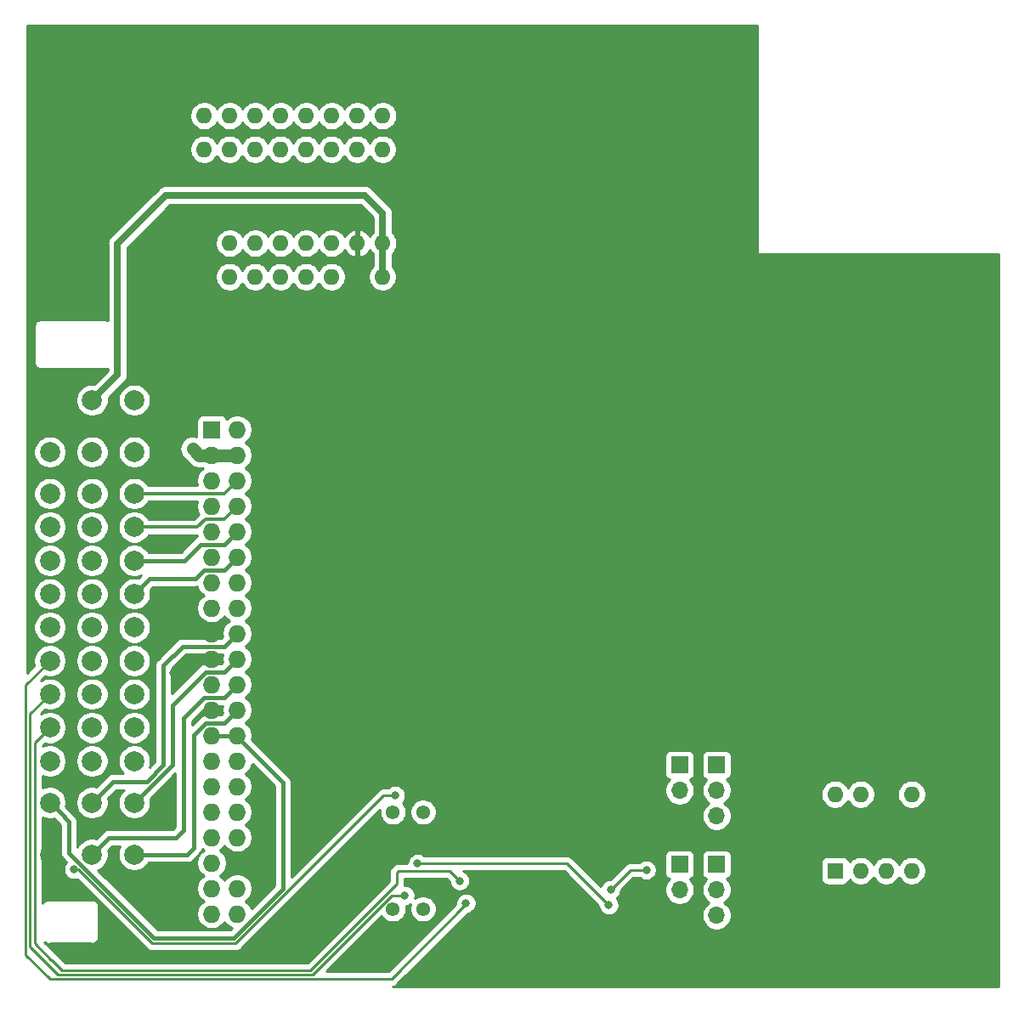
<source format=gbl>
G04 #@! TF.GenerationSoftware,KiCad,Pcbnew,(5.1.9-0-10_14)*
G04 #@! TF.CreationDate,2021-05-12T23:54:49+10:00*
G04 #@! TF.ProjectId,Shield,53686965-6c64-42e6-9b69-6361645f7063,rev?*
G04 #@! TF.SameCoordinates,Original*
G04 #@! TF.FileFunction,Copper,L2,Bot*
G04 #@! TF.FilePolarity,Positive*
%FSLAX46Y46*%
G04 Gerber Fmt 4.6, Leading zero omitted, Abs format (unit mm)*
G04 Created by KiCad (PCBNEW (5.1.9-0-10_14)) date 2021-05-12 23:54:49*
%MOMM*%
%LPD*%
G01*
G04 APERTURE LIST*
G04 #@! TA.AperFunction,ComponentPad*
%ADD10C,2.000000*%
G04 #@! TD*
G04 #@! TA.AperFunction,ComponentPad*
%ADD11R,1.600000X1.600000*%
G04 #@! TD*
G04 #@! TA.AperFunction,ComponentPad*
%ADD12O,1.600000X1.600000*%
G04 #@! TD*
G04 #@! TA.AperFunction,ComponentPad*
%ADD13R,1.727200X1.727200*%
G04 #@! TD*
G04 #@! TA.AperFunction,ComponentPad*
%ADD14O,1.727200X1.727200*%
G04 #@! TD*
G04 #@! TA.AperFunction,ComponentPad*
%ADD15R,1.700000X1.700000*%
G04 #@! TD*
G04 #@! TA.AperFunction,ComponentPad*
%ADD16O,1.700000X1.700000*%
G04 #@! TD*
G04 #@! TA.AperFunction,ComponentPad*
%ADD17C,1.381000*%
G04 #@! TD*
G04 #@! TA.AperFunction,ViaPad*
%ADD18C,0.800000*%
G04 #@! TD*
G04 #@! TA.AperFunction,Conductor*
%ADD19C,1.300000*%
G04 #@! TD*
G04 #@! TA.AperFunction,Conductor*
%ADD20C,0.350000*%
G04 #@! TD*
G04 #@! TA.AperFunction,Conductor*
%ADD21C,0.400000*%
G04 #@! TD*
G04 #@! TA.AperFunction,Conductor*
%ADD22C,0.700000*%
G04 #@! TD*
G04 #@! TA.AperFunction,Conductor*
%ADD23C,0.250000*%
G04 #@! TD*
G04 #@! TA.AperFunction,Conductor*
%ADD24C,0.254000*%
G04 #@! TD*
G04 #@! TA.AperFunction,Conductor*
%ADD25C,0.100000*%
G04 #@! TD*
G04 APERTURE END LIST*
D10*
X97670000Y-118497000D03*
X97670000Y-121827000D03*
X97670000Y-125157000D03*
X97670000Y-128487000D03*
X97670000Y-131817000D03*
X97670000Y-101027000D03*
X101870000Y-101027000D03*
X101870000Y-131817000D03*
X101870000Y-128487000D03*
X101870000Y-125157000D03*
X101870000Y-121827000D03*
X101870000Y-118497000D03*
X106070000Y-118497000D03*
X106070000Y-121827000D03*
X106070000Y-101027000D03*
X106070000Y-131817000D03*
X106070000Y-125157000D03*
X106070000Y-128487000D03*
X101870000Y-141133000D03*
X101870000Y-95861000D03*
X106070000Y-141133000D03*
X106070000Y-95861000D03*
X97670000Y-141133000D03*
X97670000Y-95861000D03*
X101870000Y-135967000D03*
X106070000Y-135967000D03*
X97670000Y-135967000D03*
X101870000Y-115167000D03*
X101870000Y-111837000D03*
X101870000Y-108507000D03*
X101870000Y-105177000D03*
X106070000Y-105177000D03*
X106070000Y-108507000D03*
X106070000Y-111837000D03*
X106070000Y-115167000D03*
X97670000Y-105177000D03*
X97670000Y-108507000D03*
X97670000Y-111837000D03*
X97670000Y-115167000D03*
D11*
X113030000Y-83566000D03*
D12*
X130810000Y-70866000D03*
X115570000Y-83566000D03*
X128270000Y-70866000D03*
X118110000Y-83566000D03*
X125730000Y-70866000D03*
X120650000Y-83566000D03*
X123190000Y-70866000D03*
X123190000Y-83566000D03*
X120650000Y-70866000D03*
X125730000Y-83566000D03*
X118110000Y-70866000D03*
X128270000Y-83566000D03*
X115570000Y-70866000D03*
X130810000Y-83566000D03*
X113030000Y-70866000D03*
D13*
X113792000Y-98806000D03*
D14*
X116332000Y-98806000D03*
X113792000Y-101346000D03*
X116332000Y-101346000D03*
X113792000Y-103886000D03*
X116332000Y-103886000D03*
X113792000Y-106426000D03*
X116332000Y-106426000D03*
X113792000Y-108966000D03*
X116332000Y-108966000D03*
X113792000Y-111506000D03*
X116332000Y-111506000D03*
X113792000Y-114046000D03*
X116332000Y-114046000D03*
X113792000Y-116586000D03*
X116332000Y-116586000D03*
X113792000Y-119126000D03*
X116332000Y-119126000D03*
X113792000Y-121666000D03*
X116332000Y-121666000D03*
X113792000Y-124206000D03*
X116332000Y-124206000D03*
X113792000Y-126746000D03*
X116332000Y-126746000D03*
X113792000Y-129286000D03*
X116332000Y-129286000D03*
X113792000Y-131826000D03*
X116332000Y-131826000D03*
X113792000Y-134366000D03*
X116332000Y-134366000D03*
X113792000Y-136906000D03*
X116332000Y-136906000D03*
X113792000Y-139446000D03*
X116332000Y-139446000D03*
X113792000Y-141986000D03*
X116332000Y-141986000D03*
X113792000Y-144526000D03*
X116332000Y-144526000D03*
X113792000Y-147066000D03*
X116332000Y-147066000D03*
D15*
X164084000Y-132207000D03*
D16*
X164084000Y-134747000D03*
X164084000Y-137287000D03*
X164084000Y-147193000D03*
X164084000Y-144653000D03*
D15*
X164084000Y-142113000D03*
X160401000Y-132207000D03*
D16*
X160401000Y-134747000D03*
X160401000Y-144653000D03*
D15*
X160401000Y-142113000D03*
D17*
X134850000Y-146558000D03*
X131850000Y-146558000D03*
X131850000Y-136906000D03*
X134850000Y-136906000D03*
D11*
X175895000Y-142748000D03*
D12*
X183515000Y-135128000D03*
X178435000Y-142748000D03*
X180975000Y-135128000D03*
X180975000Y-142748000D03*
X178435000Y-135128000D03*
X183515000Y-142748000D03*
X175895000Y-135128000D03*
D11*
X113051001Y-80232999D03*
D12*
X130831001Y-67532999D03*
X115591001Y-80232999D03*
X128291001Y-67532999D03*
X118131001Y-80232999D03*
X125751001Y-67532999D03*
X120671001Y-80232999D03*
X123211001Y-67532999D03*
X123211001Y-80232999D03*
X120671001Y-67532999D03*
X125751001Y-80232999D03*
X118131001Y-67532999D03*
X128291001Y-80232999D03*
X115591001Y-67532999D03*
X130831001Y-80232999D03*
X113051001Y-67532999D03*
D18*
X111887000Y-100711034D03*
X151447500Y-149352000D03*
X149161500Y-147002500D03*
X142748000Y-136398000D03*
X97536000Y-138684000D03*
X169418000Y-136144000D03*
X169418000Y-140716000D03*
X99822000Y-122428000D03*
X109982000Y-123063000D03*
X119507000Y-137668000D03*
X119507000Y-141605000D03*
X99060000Y-145034000D03*
X97536000Y-145034000D03*
X100584000Y-145034000D03*
X103378000Y-149098000D03*
X104648000Y-149098000D03*
X104648000Y-150114000D03*
X103378000Y-150114000D03*
X108712000Y-145542000D03*
X110490000Y-145542000D03*
X110490000Y-147066000D03*
X108712000Y-147066000D03*
X107950000Y-142748000D03*
X109982000Y-142748000D03*
X100838000Y-139446000D03*
X153352500Y-146177000D03*
X134302500Y-142022990D03*
X153543000Y-144626500D03*
X157099000Y-142684500D03*
X139128500Y-145986500D03*
X138493500Y-143764000D03*
X133032500Y-145224500D03*
X132080000Y-135255000D03*
X100076000Y-142621000D03*
D19*
X112521966Y-101346000D02*
X111887000Y-100711034D01*
X116332000Y-101346000D02*
X112521966Y-101346000D01*
D20*
X115062000Y-105156000D02*
X116332000Y-103886000D01*
X112928000Y-105177000D02*
X112949000Y-105156000D01*
X112949000Y-105156000D02*
X115062000Y-105156000D01*
X106070000Y-105177000D02*
X112928000Y-105177000D01*
X106070000Y-108507000D02*
X106070000Y-107925000D01*
X113157000Y-107696000D02*
X115062000Y-107696000D01*
X112346000Y-108507000D02*
X113157000Y-107696000D01*
X115062000Y-107696000D02*
X116332000Y-106426000D01*
X106070000Y-108507000D02*
X112346000Y-108507000D01*
D21*
X115062000Y-110236000D02*
X116332000Y-108966000D01*
X112649000Y-110236000D02*
X115062000Y-110236000D01*
X111048000Y-111837000D02*
X112649000Y-110236000D01*
X106070000Y-111837000D02*
X111048000Y-111837000D01*
X115468401Y-112369599D02*
X116332000Y-111506000D01*
X115062000Y-112776000D02*
X115468401Y-112369599D01*
X112989543Y-112776000D02*
X115062000Y-112776000D01*
X112141000Y-113624542D02*
X112989543Y-112776000D01*
X107612458Y-113624542D02*
X112141000Y-113624542D01*
X106070000Y-115167000D02*
X107612458Y-113624542D01*
X108966000Y-132222458D02*
X107330458Y-133858000D01*
X108966000Y-122301000D02*
X108966000Y-132222458D01*
X102869999Y-134967001D02*
X101870000Y-135967000D01*
X115068399Y-120389601D02*
X110877399Y-120389601D01*
X103979000Y-133858000D02*
X102869999Y-134967001D01*
X110877399Y-120389601D02*
X108966000Y-122301000D01*
X107330458Y-133858000D02*
X103979000Y-133858000D01*
X116332000Y-119126000D02*
X115068399Y-120389601D01*
X109855000Y-132182000D02*
X106070000Y-135967000D01*
X113157000Y-122936000D02*
X109855000Y-126238000D01*
X109855000Y-126238000D02*
X109855000Y-132182000D01*
X115062000Y-122936000D02*
X113157000Y-122936000D01*
X116332000Y-121666000D02*
X115062000Y-122936000D01*
X115062000Y-125476000D02*
X116332000Y-124206000D01*
X110998000Y-127508000D02*
X113030000Y-125476000D01*
X110998000Y-138684000D02*
X110998000Y-127508000D01*
X113030000Y-125476000D02*
X115062000Y-125476000D01*
X110236000Y-139446000D02*
X110998000Y-138684000D01*
X103557000Y-139446000D02*
X110236000Y-139446000D01*
X101870000Y-141133000D02*
X103557000Y-139446000D01*
X112014000Y-129193870D02*
X112014000Y-140462000D01*
X113185471Y-128022399D02*
X112014000Y-129193870D01*
X111343000Y-141133000D02*
X106070000Y-141133000D01*
X112014000Y-140462000D02*
X111343000Y-141133000D01*
X114173000Y-128016000D02*
X114166601Y-128022399D01*
X114166601Y-128022399D02*
X113185471Y-128022399D01*
X115062000Y-128016000D02*
X114173000Y-128016000D01*
X116332000Y-126746000D02*
X115062000Y-128016000D01*
X115110686Y-129286000D02*
X113792000Y-129286000D01*
X116332000Y-129286000D02*
X115110686Y-129286000D01*
X120904000Y-133985000D02*
X120904000Y-144526000D01*
X116205000Y-129286000D02*
X120904000Y-133985000D01*
X115968011Y-149461989D02*
X108059989Y-149461989D01*
X120904000Y-144526000D02*
X115968011Y-149461989D01*
X108059989Y-149461989D02*
X101092000Y-142494000D01*
X113792000Y-129286000D02*
X116205000Y-129286000D01*
X99568000Y-140970000D02*
X99568000Y-137865000D01*
X101201989Y-142603989D02*
X99568000Y-140970000D01*
X98669999Y-136966999D02*
X97670000Y-135967000D01*
X99568000Y-137865000D02*
X98669999Y-136966999D01*
X97987000Y-114497000D02*
X97670000Y-114497000D01*
D22*
X130810000Y-80254000D02*
X130831001Y-80232999D01*
X130810000Y-83566000D02*
X130810000Y-80254000D01*
X104394000Y-93337000D02*
X101870000Y-95861000D01*
X109220000Y-75438000D02*
X104394000Y-80264000D01*
X129032000Y-75438000D02*
X109220000Y-75438000D01*
X130831001Y-77237001D02*
X129032000Y-75438000D01*
X104394000Y-80264000D02*
X104394000Y-93337000D01*
X130831001Y-80232999D02*
X130831001Y-77237001D01*
D23*
X149198490Y-142022990D02*
X134868185Y-142022990D01*
X134868185Y-142022990D02*
X134302500Y-142022990D01*
X153352500Y-146177000D02*
X149198490Y-142022990D01*
X155485000Y-142684500D02*
X157099000Y-142684500D01*
X153543000Y-144626500D02*
X155485000Y-142684500D01*
X139128500Y-146113500D02*
X139128500Y-145986500D01*
X97670000Y-121827000D02*
X95250000Y-124247000D01*
X95250000Y-151130000D02*
X97674022Y-153554022D01*
X97674022Y-153554022D02*
X131687978Y-153554022D01*
X131687978Y-153554022D02*
X139128500Y-146113500D01*
X95250000Y-124247000D02*
X95250000Y-151130000D01*
X96150022Y-149998022D02*
X97790000Y-151638000D01*
X96150022Y-130006978D02*
X96150022Y-149998022D01*
X97670000Y-128487000D02*
X96150022Y-130006978D01*
X138093501Y-143364001D02*
X138493500Y-143764000D01*
X137477500Y-142748000D02*
X138093501Y-143364001D01*
X123634500Y-152654000D02*
X132207000Y-144081500D01*
X98869500Y-152654000D02*
X123634500Y-152654000D01*
X97853500Y-151638000D02*
X98869500Y-152654000D01*
X132397500Y-142748000D02*
X137477500Y-142748000D01*
X132207000Y-144081500D02*
X132207000Y-142938500D01*
X132207000Y-142938500D02*
X132397500Y-142748000D01*
X95700011Y-127126989D02*
X95700011Y-150310011D01*
X95700011Y-150310011D02*
X98494011Y-153104011D01*
X131700410Y-145224500D02*
X132466815Y-145224500D01*
X132466815Y-145224500D02*
X133032500Y-145224500D01*
X98494011Y-153104011D02*
X123820900Y-153104011D01*
X97670000Y-125157000D02*
X95700011Y-127126989D01*
X123820900Y-153104011D02*
X131700410Y-145224500D01*
X116166478Y-150005999D02*
X107841999Y-150005999D01*
X100457000Y-142621000D02*
X100076000Y-142621000D01*
X107841999Y-150005999D02*
X100457000Y-142621000D01*
X130917477Y-135255000D02*
X116166478Y-150005999D01*
X132080000Y-135255000D02*
X130917477Y-135255000D01*
D24*
X168148000Y-81153000D02*
X168150440Y-81177776D01*
X168157667Y-81201601D01*
X168169403Y-81223557D01*
X168185197Y-81242803D01*
X168204443Y-81258597D01*
X168226399Y-81270333D01*
X168250224Y-81277560D01*
X168275000Y-81280000D01*
X192151000Y-81280000D01*
X192151000Y-154305000D01*
X131816912Y-154305000D01*
X131836964Y-154303025D01*
X131980225Y-154259568D01*
X132112254Y-154188996D01*
X132227979Y-154094023D01*
X132251782Y-154065019D01*
X139311407Y-147005395D01*
X139430398Y-146981726D01*
X139618756Y-146903705D01*
X139788274Y-146790437D01*
X139932437Y-146646274D01*
X140045705Y-146476756D01*
X140123726Y-146288398D01*
X140163500Y-146088439D01*
X140163500Y-145884561D01*
X140123726Y-145684602D01*
X140045705Y-145496244D01*
X139932437Y-145326726D01*
X139788274Y-145182563D01*
X139618756Y-145069295D01*
X139430398Y-144991274D01*
X139230439Y-144951500D01*
X139026561Y-144951500D01*
X138826602Y-144991274D01*
X138638244Y-145069295D01*
X138468726Y-145182563D01*
X138324563Y-145326726D01*
X138211295Y-145496244D01*
X138133274Y-145684602D01*
X138093500Y-145884561D01*
X138093500Y-146073698D01*
X131373177Y-152794022D01*
X125205690Y-152794022D01*
X130730830Y-147268882D01*
X130820417Y-147402957D01*
X131005043Y-147587583D01*
X131222140Y-147732643D01*
X131463366Y-147832562D01*
X131719450Y-147883500D01*
X131980550Y-147883500D01*
X132236634Y-147832562D01*
X132477860Y-147732643D01*
X132694957Y-147587583D01*
X132879583Y-147402957D01*
X133024643Y-147185860D01*
X133124562Y-146944634D01*
X133175500Y-146688550D01*
X133175500Y-146427450D01*
X133141802Y-146258036D01*
X133334398Y-146219726D01*
X133522756Y-146141705D01*
X133612586Y-146081683D01*
X133575438Y-146171366D01*
X133524500Y-146427450D01*
X133524500Y-146688550D01*
X133575438Y-146944634D01*
X133675357Y-147185860D01*
X133820417Y-147402957D01*
X134005043Y-147587583D01*
X134222140Y-147732643D01*
X134463366Y-147832562D01*
X134719450Y-147883500D01*
X134980550Y-147883500D01*
X135236634Y-147832562D01*
X135477860Y-147732643D01*
X135694957Y-147587583D01*
X135879583Y-147402957D01*
X136024643Y-147185860D01*
X136124562Y-146944634D01*
X136175500Y-146688550D01*
X136175500Y-146427450D01*
X136124562Y-146171366D01*
X136024643Y-145930140D01*
X135879583Y-145713043D01*
X135694957Y-145528417D01*
X135477860Y-145383357D01*
X135236634Y-145283438D01*
X134980550Y-145232500D01*
X134719450Y-145232500D01*
X134463366Y-145283438D01*
X134222140Y-145383357D01*
X134030740Y-145511247D01*
X134067500Y-145326439D01*
X134067500Y-145122561D01*
X134027726Y-144922602D01*
X133949705Y-144734244D01*
X133836437Y-144564726D01*
X133692274Y-144420563D01*
X133522756Y-144307295D01*
X133334398Y-144229274D01*
X133134439Y-144189500D01*
X132960040Y-144189500D01*
X132967000Y-144118833D01*
X132967000Y-144118825D01*
X132970676Y-144081500D01*
X132967000Y-144044175D01*
X132967000Y-143508000D01*
X137162699Y-143508000D01*
X137458500Y-143803802D01*
X137458500Y-143865939D01*
X137498274Y-144065898D01*
X137576295Y-144254256D01*
X137689563Y-144423774D01*
X137833726Y-144567937D01*
X138003244Y-144681205D01*
X138191602Y-144759226D01*
X138391561Y-144799000D01*
X138595439Y-144799000D01*
X138795398Y-144759226D01*
X138983756Y-144681205D01*
X139153274Y-144567937D01*
X139297437Y-144423774D01*
X139410705Y-144254256D01*
X139488726Y-144065898D01*
X139528500Y-143865939D01*
X139528500Y-143662061D01*
X139488726Y-143462102D01*
X139410705Y-143273744D01*
X139297437Y-143104226D01*
X139153274Y-142960063D01*
X138983756Y-142846795D01*
X138829718Y-142782990D01*
X148883689Y-142782990D01*
X152317500Y-146216802D01*
X152317500Y-146278939D01*
X152357274Y-146478898D01*
X152435295Y-146667256D01*
X152548563Y-146836774D01*
X152692726Y-146980937D01*
X152862244Y-147094205D01*
X153050602Y-147172226D01*
X153250561Y-147212000D01*
X153454439Y-147212000D01*
X153654398Y-147172226D01*
X153842756Y-147094205D01*
X154012274Y-146980937D01*
X154156437Y-146836774D01*
X154269705Y-146667256D01*
X154347726Y-146478898D01*
X154387500Y-146278939D01*
X154387500Y-146075061D01*
X154347726Y-145875102D01*
X154269705Y-145686744D01*
X154156437Y-145517226D01*
X154122971Y-145483760D01*
X154202774Y-145430437D01*
X154346937Y-145286274D01*
X154460205Y-145116756D01*
X154538226Y-144928398D01*
X154578000Y-144728439D01*
X154578000Y-144666301D01*
X155799802Y-143444500D01*
X156395289Y-143444500D01*
X156439226Y-143488437D01*
X156608744Y-143601705D01*
X156797102Y-143679726D01*
X156997061Y-143719500D01*
X157200939Y-143719500D01*
X157400898Y-143679726D01*
X157589256Y-143601705D01*
X157758774Y-143488437D01*
X157902937Y-143344274D01*
X158016205Y-143174756D01*
X158094226Y-142986398D01*
X158134000Y-142786439D01*
X158134000Y-142582561D01*
X158094226Y-142382602D01*
X158016205Y-142194244D01*
X157902937Y-142024726D01*
X157758774Y-141880563D01*
X157589256Y-141767295D01*
X157400898Y-141689274D01*
X157200939Y-141649500D01*
X156997061Y-141649500D01*
X156797102Y-141689274D01*
X156608744Y-141767295D01*
X156439226Y-141880563D01*
X156395289Y-141924500D01*
X155522325Y-141924500D01*
X155485000Y-141920824D01*
X155447675Y-141924500D01*
X155447667Y-141924500D01*
X155336014Y-141935497D01*
X155192753Y-141978954D01*
X155060724Y-142049526D01*
X154944999Y-142144499D01*
X154921201Y-142173497D01*
X153503199Y-143591500D01*
X153441061Y-143591500D01*
X153241102Y-143631274D01*
X153052744Y-143709295D01*
X152883226Y-143822563D01*
X152739063Y-143966726D01*
X152625795Y-144136244D01*
X152555720Y-144305418D01*
X149762294Y-141511993D01*
X149738491Y-141482989D01*
X149622766Y-141388016D01*
X149490737Y-141317444D01*
X149347476Y-141273987D01*
X149235925Y-141263000D01*
X158912928Y-141263000D01*
X158912928Y-142963000D01*
X158925188Y-143087482D01*
X158961498Y-143207180D01*
X159020463Y-143317494D01*
X159099815Y-143414185D01*
X159196506Y-143493537D01*
X159306820Y-143552502D01*
X159379380Y-143574513D01*
X159247525Y-143706368D01*
X159085010Y-143949589D01*
X158973068Y-144219842D01*
X158916000Y-144506740D01*
X158916000Y-144799260D01*
X158973068Y-145086158D01*
X159085010Y-145356411D01*
X159247525Y-145599632D01*
X159454368Y-145806475D01*
X159697589Y-145968990D01*
X159967842Y-146080932D01*
X160254740Y-146138000D01*
X160547260Y-146138000D01*
X160834158Y-146080932D01*
X161104411Y-145968990D01*
X161347632Y-145806475D01*
X161554475Y-145599632D01*
X161716990Y-145356411D01*
X161828932Y-145086158D01*
X161886000Y-144799260D01*
X161886000Y-144506740D01*
X161828932Y-144219842D01*
X161716990Y-143949589D01*
X161554475Y-143706368D01*
X161422620Y-143574513D01*
X161495180Y-143552502D01*
X161605494Y-143493537D01*
X161702185Y-143414185D01*
X161781537Y-143317494D01*
X161840502Y-143207180D01*
X161876812Y-143087482D01*
X161889072Y-142963000D01*
X161889072Y-141263000D01*
X162595928Y-141263000D01*
X162595928Y-142963000D01*
X162608188Y-143087482D01*
X162644498Y-143207180D01*
X162703463Y-143317494D01*
X162782815Y-143414185D01*
X162879506Y-143493537D01*
X162989820Y-143552502D01*
X163062380Y-143574513D01*
X162930525Y-143706368D01*
X162768010Y-143949589D01*
X162656068Y-144219842D01*
X162599000Y-144506740D01*
X162599000Y-144799260D01*
X162656068Y-145086158D01*
X162768010Y-145356411D01*
X162930525Y-145599632D01*
X163137368Y-145806475D01*
X163311760Y-145923000D01*
X163137368Y-146039525D01*
X162930525Y-146246368D01*
X162768010Y-146489589D01*
X162656068Y-146759842D01*
X162599000Y-147046740D01*
X162599000Y-147339260D01*
X162656068Y-147626158D01*
X162768010Y-147896411D01*
X162930525Y-148139632D01*
X163137368Y-148346475D01*
X163380589Y-148508990D01*
X163650842Y-148620932D01*
X163937740Y-148678000D01*
X164230260Y-148678000D01*
X164517158Y-148620932D01*
X164787411Y-148508990D01*
X165030632Y-148346475D01*
X165237475Y-148139632D01*
X165399990Y-147896411D01*
X165511932Y-147626158D01*
X165569000Y-147339260D01*
X165569000Y-147046740D01*
X165511932Y-146759842D01*
X165399990Y-146489589D01*
X165237475Y-146246368D01*
X165030632Y-146039525D01*
X164856240Y-145923000D01*
X165030632Y-145806475D01*
X165237475Y-145599632D01*
X165399990Y-145356411D01*
X165511932Y-145086158D01*
X165569000Y-144799260D01*
X165569000Y-144506740D01*
X165511932Y-144219842D01*
X165399990Y-143949589D01*
X165237475Y-143706368D01*
X165105620Y-143574513D01*
X165178180Y-143552502D01*
X165288494Y-143493537D01*
X165385185Y-143414185D01*
X165464537Y-143317494D01*
X165523502Y-143207180D01*
X165559812Y-143087482D01*
X165572072Y-142963000D01*
X165572072Y-141948000D01*
X174456928Y-141948000D01*
X174456928Y-143548000D01*
X174469188Y-143672482D01*
X174505498Y-143792180D01*
X174564463Y-143902494D01*
X174643815Y-143999185D01*
X174740506Y-144078537D01*
X174850820Y-144137502D01*
X174970518Y-144173812D01*
X175095000Y-144186072D01*
X176695000Y-144186072D01*
X176819482Y-144173812D01*
X176939180Y-144137502D01*
X177049494Y-144078537D01*
X177146185Y-143999185D01*
X177225537Y-143902494D01*
X177284502Y-143792180D01*
X177320812Y-143672482D01*
X177321643Y-143664039D01*
X177520241Y-143862637D01*
X177755273Y-144019680D01*
X178016426Y-144127853D01*
X178293665Y-144183000D01*
X178576335Y-144183000D01*
X178853574Y-144127853D01*
X179114727Y-144019680D01*
X179349759Y-143862637D01*
X179549637Y-143662759D01*
X179705000Y-143430241D01*
X179860363Y-143662759D01*
X180060241Y-143862637D01*
X180295273Y-144019680D01*
X180556426Y-144127853D01*
X180833665Y-144183000D01*
X181116335Y-144183000D01*
X181393574Y-144127853D01*
X181654727Y-144019680D01*
X181889759Y-143862637D01*
X182089637Y-143662759D01*
X182245000Y-143430241D01*
X182400363Y-143662759D01*
X182600241Y-143862637D01*
X182835273Y-144019680D01*
X183096426Y-144127853D01*
X183373665Y-144183000D01*
X183656335Y-144183000D01*
X183933574Y-144127853D01*
X184194727Y-144019680D01*
X184429759Y-143862637D01*
X184629637Y-143662759D01*
X184786680Y-143427727D01*
X184894853Y-143166574D01*
X184950000Y-142889335D01*
X184950000Y-142606665D01*
X184894853Y-142329426D01*
X184786680Y-142068273D01*
X184629637Y-141833241D01*
X184429759Y-141633363D01*
X184194727Y-141476320D01*
X183933574Y-141368147D01*
X183656335Y-141313000D01*
X183373665Y-141313000D01*
X183096426Y-141368147D01*
X182835273Y-141476320D01*
X182600241Y-141633363D01*
X182400363Y-141833241D01*
X182245000Y-142065759D01*
X182089637Y-141833241D01*
X181889759Y-141633363D01*
X181654727Y-141476320D01*
X181393574Y-141368147D01*
X181116335Y-141313000D01*
X180833665Y-141313000D01*
X180556426Y-141368147D01*
X180295273Y-141476320D01*
X180060241Y-141633363D01*
X179860363Y-141833241D01*
X179705000Y-142065759D01*
X179549637Y-141833241D01*
X179349759Y-141633363D01*
X179114727Y-141476320D01*
X178853574Y-141368147D01*
X178576335Y-141313000D01*
X178293665Y-141313000D01*
X178016426Y-141368147D01*
X177755273Y-141476320D01*
X177520241Y-141633363D01*
X177321643Y-141831961D01*
X177320812Y-141823518D01*
X177284502Y-141703820D01*
X177225537Y-141593506D01*
X177146185Y-141496815D01*
X177049494Y-141417463D01*
X176939180Y-141358498D01*
X176819482Y-141322188D01*
X176695000Y-141309928D01*
X175095000Y-141309928D01*
X174970518Y-141322188D01*
X174850820Y-141358498D01*
X174740506Y-141417463D01*
X174643815Y-141496815D01*
X174564463Y-141593506D01*
X174505498Y-141703820D01*
X174469188Y-141823518D01*
X174456928Y-141948000D01*
X165572072Y-141948000D01*
X165572072Y-141263000D01*
X165559812Y-141138518D01*
X165523502Y-141018820D01*
X165464537Y-140908506D01*
X165385185Y-140811815D01*
X165288494Y-140732463D01*
X165178180Y-140673498D01*
X165058482Y-140637188D01*
X164934000Y-140624928D01*
X163234000Y-140624928D01*
X163109518Y-140637188D01*
X162989820Y-140673498D01*
X162879506Y-140732463D01*
X162782815Y-140811815D01*
X162703463Y-140908506D01*
X162644498Y-141018820D01*
X162608188Y-141138518D01*
X162595928Y-141263000D01*
X161889072Y-141263000D01*
X161876812Y-141138518D01*
X161840502Y-141018820D01*
X161781537Y-140908506D01*
X161702185Y-140811815D01*
X161605494Y-140732463D01*
X161495180Y-140673498D01*
X161375482Y-140637188D01*
X161251000Y-140624928D01*
X159551000Y-140624928D01*
X159426518Y-140637188D01*
X159306820Y-140673498D01*
X159196506Y-140732463D01*
X159099815Y-140811815D01*
X159020463Y-140908506D01*
X158961498Y-141018820D01*
X158925188Y-141138518D01*
X158912928Y-141263000D01*
X149235925Y-141263000D01*
X149235823Y-141262990D01*
X149235812Y-141262990D01*
X149198490Y-141259314D01*
X149161168Y-141262990D01*
X135006211Y-141262990D01*
X134962274Y-141219053D01*
X134792756Y-141105785D01*
X134604398Y-141027764D01*
X134404439Y-140987990D01*
X134200561Y-140987990D01*
X134000602Y-141027764D01*
X133812244Y-141105785D01*
X133642726Y-141219053D01*
X133498563Y-141363216D01*
X133385295Y-141532734D01*
X133307274Y-141721092D01*
X133267500Y-141921051D01*
X133267500Y-141988000D01*
X132434825Y-141988000D01*
X132397500Y-141984324D01*
X132360175Y-141988000D01*
X132360167Y-141988000D01*
X132248514Y-141998997D01*
X132105253Y-142042454D01*
X131973224Y-142113026D01*
X131857499Y-142207999D01*
X131833696Y-142237003D01*
X131695998Y-142374701D01*
X131667000Y-142398499D01*
X131643202Y-142427497D01*
X131643201Y-142427498D01*
X131572026Y-142514224D01*
X131501454Y-142646254D01*
X131478193Y-142722939D01*
X131464623Y-142767676D01*
X131457998Y-142789515D01*
X131443324Y-142938500D01*
X131447001Y-142975832D01*
X131447000Y-143766698D01*
X123319699Y-151894000D01*
X99184302Y-151894000D01*
X98364502Y-151074201D01*
X98277776Y-151003026D01*
X98174769Y-150947967D01*
X97139763Y-149912962D01*
X97153593Y-149924312D01*
X97272594Y-149987919D01*
X97401717Y-150027088D01*
X97536000Y-150040314D01*
X97670282Y-150027088D01*
X97720021Y-150012000D01*
X101669979Y-150012000D01*
X101719718Y-150027088D01*
X101854000Y-150040314D01*
X101988283Y-150027088D01*
X102117406Y-149987919D01*
X102236407Y-149924312D01*
X102340711Y-149838711D01*
X102426312Y-149734407D01*
X102489919Y-149615406D01*
X102529088Y-149486283D01*
X102539000Y-149385647D01*
X102539000Y-146337647D01*
X102542314Y-146304000D01*
X102529088Y-146169717D01*
X102489919Y-146040594D01*
X102426312Y-145921593D01*
X102340711Y-145817289D01*
X102236407Y-145731688D01*
X102117406Y-145668081D01*
X101988283Y-145628912D01*
X101887647Y-145619000D01*
X101854000Y-145615686D01*
X101820353Y-145619000D01*
X97569647Y-145619000D01*
X97536000Y-145615686D01*
X97502353Y-145619000D01*
X97401717Y-145628912D01*
X97272594Y-145668081D01*
X97153593Y-145731688D01*
X97049289Y-145817289D01*
X96963688Y-145921593D01*
X96910022Y-146021996D01*
X96910022Y-137421918D01*
X97193088Y-137539168D01*
X97508967Y-137602000D01*
X97831033Y-137602000D01*
X98075504Y-137553372D01*
X98108569Y-137586437D01*
X98108574Y-137586441D01*
X98733001Y-138210869D01*
X98733000Y-140928981D01*
X98728960Y-140970000D01*
X98733000Y-141011018D01*
X98745082Y-141133688D01*
X98792828Y-141291086D01*
X98870364Y-141436145D01*
X98974709Y-141563291D01*
X99006579Y-141589446D01*
X99325211Y-141908078D01*
X99272063Y-141961226D01*
X99158795Y-142130744D01*
X99080774Y-142319102D01*
X99041000Y-142519061D01*
X99041000Y-142722939D01*
X99080774Y-142922898D01*
X99158795Y-143111256D01*
X99272063Y-143280774D01*
X99416226Y-143424937D01*
X99585744Y-143538205D01*
X99774102Y-143616226D01*
X99974061Y-143656000D01*
X100177939Y-143656000D01*
X100377503Y-143616304D01*
X107278200Y-150517002D01*
X107301998Y-150546000D01*
X107417723Y-150640973D01*
X107549752Y-150711545D01*
X107693013Y-150755002D01*
X107804666Y-150765999D01*
X107804674Y-150765999D01*
X107841999Y-150769675D01*
X107879324Y-150765999D01*
X116129156Y-150765999D01*
X116166478Y-150769675D01*
X116203800Y-150765999D01*
X116203811Y-150765999D01*
X116315464Y-150755002D01*
X116458725Y-150711545D01*
X116590754Y-150640973D01*
X116706479Y-150546000D01*
X116730282Y-150516996D01*
X130537578Y-136709701D01*
X130524500Y-136775450D01*
X130524500Y-137036550D01*
X130575438Y-137292634D01*
X130675357Y-137533860D01*
X130820417Y-137750957D01*
X131005043Y-137935583D01*
X131222140Y-138080643D01*
X131463366Y-138180562D01*
X131719450Y-138231500D01*
X131980550Y-138231500D01*
X132236634Y-138180562D01*
X132477860Y-138080643D01*
X132694957Y-137935583D01*
X132879583Y-137750957D01*
X133024643Y-137533860D01*
X133124562Y-137292634D01*
X133175500Y-137036550D01*
X133175500Y-136775450D01*
X133524500Y-136775450D01*
X133524500Y-137036550D01*
X133575438Y-137292634D01*
X133675357Y-137533860D01*
X133820417Y-137750957D01*
X134005043Y-137935583D01*
X134222140Y-138080643D01*
X134463366Y-138180562D01*
X134719450Y-138231500D01*
X134980550Y-138231500D01*
X135236634Y-138180562D01*
X135477860Y-138080643D01*
X135694957Y-137935583D01*
X135879583Y-137750957D01*
X136024643Y-137533860D01*
X136124562Y-137292634D01*
X136175500Y-137036550D01*
X136175500Y-136775450D01*
X136124562Y-136519366D01*
X136024643Y-136278140D01*
X135879583Y-136061043D01*
X135694957Y-135876417D01*
X135477860Y-135731357D01*
X135236634Y-135631438D01*
X134980550Y-135580500D01*
X134719450Y-135580500D01*
X134463366Y-135631438D01*
X134222140Y-135731357D01*
X134005043Y-135876417D01*
X133820417Y-136061043D01*
X133675357Y-136278140D01*
X133575438Y-136519366D01*
X133524500Y-136775450D01*
X133175500Y-136775450D01*
X133124562Y-136519366D01*
X133024643Y-136278140D01*
X132879583Y-136061043D01*
X132808626Y-135990086D01*
X132883937Y-135914774D01*
X132997205Y-135745256D01*
X133075226Y-135556898D01*
X133115000Y-135356939D01*
X133115000Y-135153061D01*
X133075226Y-134953102D01*
X132997205Y-134764744D01*
X132883937Y-134595226D01*
X132739774Y-134451063D01*
X132570256Y-134337795D01*
X132381898Y-134259774D01*
X132181939Y-134220000D01*
X131978061Y-134220000D01*
X131778102Y-134259774D01*
X131589744Y-134337795D01*
X131420226Y-134451063D01*
X131376289Y-134495000D01*
X130954800Y-134495000D01*
X130917477Y-134491324D01*
X130880154Y-134495000D01*
X130880144Y-134495000D01*
X130768491Y-134505997D01*
X130625230Y-134549454D01*
X130493201Y-134620026D01*
X130377476Y-134714999D01*
X130353678Y-134743997D01*
X121739000Y-143358676D01*
X121739000Y-134026018D01*
X121743040Y-133985000D01*
X121730532Y-133858001D01*
X121726918Y-133821311D01*
X121679172Y-133663913D01*
X121601636Y-133518854D01*
X121546770Y-133452000D01*
X121523439Y-133423570D01*
X121523437Y-133423568D01*
X121497291Y-133391709D01*
X121465433Y-133365564D01*
X119456869Y-131357000D01*
X158912928Y-131357000D01*
X158912928Y-133057000D01*
X158925188Y-133181482D01*
X158961498Y-133301180D01*
X159020463Y-133411494D01*
X159099815Y-133508185D01*
X159196506Y-133587537D01*
X159306820Y-133646502D01*
X159379380Y-133668513D01*
X159247525Y-133800368D01*
X159085010Y-134043589D01*
X158973068Y-134313842D01*
X158916000Y-134600740D01*
X158916000Y-134893260D01*
X158973068Y-135180158D01*
X159085010Y-135450411D01*
X159247525Y-135693632D01*
X159454368Y-135900475D01*
X159697589Y-136062990D01*
X159967842Y-136174932D01*
X160254740Y-136232000D01*
X160547260Y-136232000D01*
X160834158Y-136174932D01*
X161104411Y-136062990D01*
X161347632Y-135900475D01*
X161554475Y-135693632D01*
X161716990Y-135450411D01*
X161828932Y-135180158D01*
X161886000Y-134893260D01*
X161886000Y-134600740D01*
X161828932Y-134313842D01*
X161716990Y-134043589D01*
X161554475Y-133800368D01*
X161422620Y-133668513D01*
X161495180Y-133646502D01*
X161605494Y-133587537D01*
X161702185Y-133508185D01*
X161781537Y-133411494D01*
X161840502Y-133301180D01*
X161876812Y-133181482D01*
X161889072Y-133057000D01*
X161889072Y-131357000D01*
X162595928Y-131357000D01*
X162595928Y-133057000D01*
X162608188Y-133181482D01*
X162644498Y-133301180D01*
X162703463Y-133411494D01*
X162782815Y-133508185D01*
X162879506Y-133587537D01*
X162989820Y-133646502D01*
X163062380Y-133668513D01*
X162930525Y-133800368D01*
X162768010Y-134043589D01*
X162656068Y-134313842D01*
X162599000Y-134600740D01*
X162599000Y-134893260D01*
X162656068Y-135180158D01*
X162768010Y-135450411D01*
X162930525Y-135693632D01*
X163137368Y-135900475D01*
X163311760Y-136017000D01*
X163137368Y-136133525D01*
X162930525Y-136340368D01*
X162768010Y-136583589D01*
X162656068Y-136853842D01*
X162599000Y-137140740D01*
X162599000Y-137433260D01*
X162656068Y-137720158D01*
X162768010Y-137990411D01*
X162930525Y-138233632D01*
X163137368Y-138440475D01*
X163380589Y-138602990D01*
X163650842Y-138714932D01*
X163937740Y-138772000D01*
X164230260Y-138772000D01*
X164517158Y-138714932D01*
X164787411Y-138602990D01*
X165030632Y-138440475D01*
X165237475Y-138233632D01*
X165399990Y-137990411D01*
X165511932Y-137720158D01*
X165569000Y-137433260D01*
X165569000Y-137140740D01*
X165511932Y-136853842D01*
X165399990Y-136583589D01*
X165237475Y-136340368D01*
X165030632Y-136133525D01*
X164856240Y-136017000D01*
X165030632Y-135900475D01*
X165237475Y-135693632D01*
X165399990Y-135450411D01*
X165511932Y-135180158D01*
X165550420Y-134986665D01*
X174460000Y-134986665D01*
X174460000Y-135269335D01*
X174515147Y-135546574D01*
X174623320Y-135807727D01*
X174780363Y-136042759D01*
X174980241Y-136242637D01*
X175215273Y-136399680D01*
X175476426Y-136507853D01*
X175753665Y-136563000D01*
X176036335Y-136563000D01*
X176313574Y-136507853D01*
X176574727Y-136399680D01*
X176809759Y-136242637D01*
X177009637Y-136042759D01*
X177165000Y-135810241D01*
X177320363Y-136042759D01*
X177520241Y-136242637D01*
X177755273Y-136399680D01*
X178016426Y-136507853D01*
X178293665Y-136563000D01*
X178576335Y-136563000D01*
X178853574Y-136507853D01*
X179114727Y-136399680D01*
X179349759Y-136242637D01*
X179549637Y-136042759D01*
X179706680Y-135807727D01*
X179814853Y-135546574D01*
X179870000Y-135269335D01*
X179870000Y-134986665D01*
X182080000Y-134986665D01*
X182080000Y-135269335D01*
X182135147Y-135546574D01*
X182243320Y-135807727D01*
X182400363Y-136042759D01*
X182600241Y-136242637D01*
X182835273Y-136399680D01*
X183096426Y-136507853D01*
X183373665Y-136563000D01*
X183656335Y-136563000D01*
X183933574Y-136507853D01*
X184194727Y-136399680D01*
X184429759Y-136242637D01*
X184629637Y-136042759D01*
X184786680Y-135807727D01*
X184894853Y-135546574D01*
X184950000Y-135269335D01*
X184950000Y-134986665D01*
X184894853Y-134709426D01*
X184786680Y-134448273D01*
X184629637Y-134213241D01*
X184429759Y-134013363D01*
X184194727Y-133856320D01*
X183933574Y-133748147D01*
X183656335Y-133693000D01*
X183373665Y-133693000D01*
X183096426Y-133748147D01*
X182835273Y-133856320D01*
X182600241Y-134013363D01*
X182400363Y-134213241D01*
X182243320Y-134448273D01*
X182135147Y-134709426D01*
X182080000Y-134986665D01*
X179870000Y-134986665D01*
X179814853Y-134709426D01*
X179706680Y-134448273D01*
X179549637Y-134213241D01*
X179349759Y-134013363D01*
X179114727Y-133856320D01*
X178853574Y-133748147D01*
X178576335Y-133693000D01*
X178293665Y-133693000D01*
X178016426Y-133748147D01*
X177755273Y-133856320D01*
X177520241Y-134013363D01*
X177320363Y-134213241D01*
X177165000Y-134445759D01*
X177009637Y-134213241D01*
X176809759Y-134013363D01*
X176574727Y-133856320D01*
X176313574Y-133748147D01*
X176036335Y-133693000D01*
X175753665Y-133693000D01*
X175476426Y-133748147D01*
X175215273Y-133856320D01*
X174980241Y-134013363D01*
X174780363Y-134213241D01*
X174623320Y-134448273D01*
X174515147Y-134709426D01*
X174460000Y-134986665D01*
X165550420Y-134986665D01*
X165569000Y-134893260D01*
X165569000Y-134600740D01*
X165511932Y-134313842D01*
X165399990Y-134043589D01*
X165237475Y-133800368D01*
X165105620Y-133668513D01*
X165178180Y-133646502D01*
X165288494Y-133587537D01*
X165385185Y-133508185D01*
X165464537Y-133411494D01*
X165523502Y-133301180D01*
X165559812Y-133181482D01*
X165572072Y-133057000D01*
X165572072Y-131357000D01*
X165559812Y-131232518D01*
X165523502Y-131112820D01*
X165464537Y-131002506D01*
X165385185Y-130905815D01*
X165288494Y-130826463D01*
X165178180Y-130767498D01*
X165058482Y-130731188D01*
X164934000Y-130718928D01*
X163234000Y-130718928D01*
X163109518Y-130731188D01*
X162989820Y-130767498D01*
X162879506Y-130826463D01*
X162782815Y-130905815D01*
X162703463Y-131002506D01*
X162644498Y-131112820D01*
X162608188Y-131232518D01*
X162595928Y-131357000D01*
X161889072Y-131357000D01*
X161876812Y-131232518D01*
X161840502Y-131112820D01*
X161781537Y-131002506D01*
X161702185Y-130905815D01*
X161605494Y-130826463D01*
X161495180Y-130767498D01*
X161375482Y-130731188D01*
X161251000Y-130718928D01*
X159551000Y-130718928D01*
X159426518Y-130731188D01*
X159306820Y-130767498D01*
X159196506Y-130826463D01*
X159099815Y-130905815D01*
X159020463Y-131002506D01*
X158961498Y-131112820D01*
X158925188Y-131232518D01*
X158912928Y-131357000D01*
X119456869Y-131357000D01*
X117781303Y-129681435D01*
X117830600Y-129433599D01*
X117830600Y-129138401D01*
X117773010Y-128848875D01*
X117660042Y-128576147D01*
X117496039Y-128330698D01*
X117287302Y-128121961D01*
X117128719Y-128016000D01*
X117287302Y-127910039D01*
X117496039Y-127701302D01*
X117660042Y-127455853D01*
X117773010Y-127183125D01*
X117830600Y-126893599D01*
X117830600Y-126598401D01*
X117773010Y-126308875D01*
X117660042Y-126036147D01*
X117496039Y-125790698D01*
X117287302Y-125581961D01*
X117128719Y-125476000D01*
X117287302Y-125370039D01*
X117496039Y-125161302D01*
X117660042Y-124915853D01*
X117773010Y-124643125D01*
X117830600Y-124353599D01*
X117830600Y-124058401D01*
X117773010Y-123768875D01*
X117660042Y-123496147D01*
X117496039Y-123250698D01*
X117287302Y-123041961D01*
X117128719Y-122936000D01*
X117287302Y-122830039D01*
X117496039Y-122621302D01*
X117660042Y-122375853D01*
X117773010Y-122103125D01*
X117830600Y-121813599D01*
X117830600Y-121518401D01*
X117773010Y-121228875D01*
X117660042Y-120956147D01*
X117496039Y-120710698D01*
X117287302Y-120501961D01*
X117128719Y-120396000D01*
X117287302Y-120290039D01*
X117496039Y-120081302D01*
X117660042Y-119835853D01*
X117773010Y-119563125D01*
X117830600Y-119273599D01*
X117830600Y-118978401D01*
X117773010Y-118688875D01*
X117660042Y-118416147D01*
X117496039Y-118170698D01*
X117287302Y-117961961D01*
X117128719Y-117856000D01*
X117287302Y-117750039D01*
X117496039Y-117541302D01*
X117660042Y-117295853D01*
X117773010Y-117023125D01*
X117830600Y-116733599D01*
X117830600Y-116438401D01*
X117773010Y-116148875D01*
X117660042Y-115876147D01*
X117496039Y-115630698D01*
X117287302Y-115421961D01*
X117128719Y-115316000D01*
X117287302Y-115210039D01*
X117496039Y-115001302D01*
X117660042Y-114755853D01*
X117773010Y-114483125D01*
X117830600Y-114193599D01*
X117830600Y-113898401D01*
X117773010Y-113608875D01*
X117660042Y-113336147D01*
X117496039Y-113090698D01*
X117287302Y-112881961D01*
X117128719Y-112776000D01*
X117287302Y-112670039D01*
X117496039Y-112461302D01*
X117660042Y-112215853D01*
X117773010Y-111943125D01*
X117830600Y-111653599D01*
X117830600Y-111358401D01*
X117773010Y-111068875D01*
X117660042Y-110796147D01*
X117496039Y-110550698D01*
X117287302Y-110341961D01*
X117128719Y-110236000D01*
X117287302Y-110130039D01*
X117496039Y-109921302D01*
X117660042Y-109675853D01*
X117773010Y-109403125D01*
X117830600Y-109113599D01*
X117830600Y-108818401D01*
X117773010Y-108528875D01*
X117660042Y-108256147D01*
X117496039Y-108010698D01*
X117287302Y-107801961D01*
X117128719Y-107696000D01*
X117287302Y-107590039D01*
X117496039Y-107381302D01*
X117660042Y-107135853D01*
X117773010Y-106863125D01*
X117830600Y-106573599D01*
X117830600Y-106278401D01*
X117773010Y-105988875D01*
X117660042Y-105716147D01*
X117496039Y-105470698D01*
X117287302Y-105261961D01*
X117128719Y-105156000D01*
X117287302Y-105050039D01*
X117496039Y-104841302D01*
X117660042Y-104595853D01*
X117773010Y-104323125D01*
X117830600Y-104033599D01*
X117830600Y-103738401D01*
X117773010Y-103448875D01*
X117660042Y-103176147D01*
X117496039Y-102930698D01*
X117287302Y-102721961D01*
X117128719Y-102616000D01*
X117287302Y-102510039D01*
X117496039Y-102301302D01*
X117660042Y-102055853D01*
X117773010Y-101783125D01*
X117830600Y-101493599D01*
X117830600Y-101198401D01*
X117773010Y-100908875D01*
X117660042Y-100636147D01*
X117496039Y-100390698D01*
X117287302Y-100181961D01*
X117128719Y-100076000D01*
X117287302Y-99970039D01*
X117496039Y-99761302D01*
X117660042Y-99515853D01*
X117773010Y-99243125D01*
X117830600Y-98953599D01*
X117830600Y-98658401D01*
X117773010Y-98368875D01*
X117660042Y-98096147D01*
X117496039Y-97850698D01*
X117287302Y-97641961D01*
X117041853Y-97477958D01*
X116769125Y-97364990D01*
X116479599Y-97307400D01*
X116184401Y-97307400D01*
X115894875Y-97364990D01*
X115622147Y-97477958D01*
X115376698Y-97641961D01*
X115262636Y-97756023D01*
X115245102Y-97698220D01*
X115186137Y-97587906D01*
X115106785Y-97491215D01*
X115010094Y-97411863D01*
X114899780Y-97352898D01*
X114780082Y-97316588D01*
X114655600Y-97304328D01*
X112928400Y-97304328D01*
X112803918Y-97316588D01*
X112684220Y-97352898D01*
X112573906Y-97411863D01*
X112477215Y-97491215D01*
X112397863Y-97587906D01*
X112338898Y-97698220D01*
X112302588Y-97817918D01*
X112290328Y-97942400D01*
X112290328Y-99490562D01*
X112138903Y-99444627D01*
X111887000Y-99419818D01*
X111635097Y-99444627D01*
X111392873Y-99518106D01*
X111169639Y-99637426D01*
X110973972Y-99798006D01*
X110813392Y-99993673D01*
X110694072Y-100216907D01*
X110620593Y-100459131D01*
X110595784Y-100711034D01*
X110620593Y-100962937D01*
X110694072Y-101205161D01*
X110813392Y-101428395D01*
X110933734Y-101575031D01*
X111568699Y-102209996D01*
X111608938Y-102259028D01*
X111804604Y-102419608D01*
X111852091Y-102444990D01*
X112027838Y-102538929D01*
X112226419Y-102599168D01*
X112270062Y-102612407D01*
X112458843Y-102631000D01*
X112458850Y-102631000D01*
X112521966Y-102637216D01*
X112585082Y-102631000D01*
X112972831Y-102631000D01*
X112836698Y-102721961D01*
X112627961Y-102930698D01*
X112463958Y-103176147D01*
X112350990Y-103448875D01*
X112293400Y-103738401D01*
X112293400Y-104033599D01*
X112350990Y-104323125D01*
X112369164Y-104367000D01*
X107495173Y-104367000D01*
X107339987Y-104134748D01*
X107112252Y-103907013D01*
X106844463Y-103728082D01*
X106546912Y-103604832D01*
X106231033Y-103542000D01*
X105908967Y-103542000D01*
X105593088Y-103604832D01*
X105295537Y-103728082D01*
X105027748Y-103907013D01*
X104800013Y-104134748D01*
X104621082Y-104402537D01*
X104497832Y-104700088D01*
X104435000Y-105015967D01*
X104435000Y-105338033D01*
X104497832Y-105653912D01*
X104621082Y-105951463D01*
X104800013Y-106219252D01*
X105027748Y-106446987D01*
X105295537Y-106625918D01*
X105593088Y-106749168D01*
X105908967Y-106812000D01*
X106231033Y-106812000D01*
X106546912Y-106749168D01*
X106844463Y-106625918D01*
X107112252Y-106446987D01*
X107339987Y-106219252D01*
X107495173Y-105987000D01*
X112351767Y-105987000D01*
X112350990Y-105988875D01*
X112293400Y-106278401D01*
X112293400Y-106573599D01*
X112350990Y-106863125D01*
X112463958Y-107135853D01*
X112507087Y-107200400D01*
X112010488Y-107697000D01*
X107495173Y-107697000D01*
X107339987Y-107464748D01*
X107112252Y-107237013D01*
X106844463Y-107058082D01*
X106546912Y-106934832D01*
X106231033Y-106872000D01*
X105908967Y-106872000D01*
X105593088Y-106934832D01*
X105295537Y-107058082D01*
X105027748Y-107237013D01*
X104800013Y-107464748D01*
X104621082Y-107732537D01*
X104497832Y-108030088D01*
X104435000Y-108345967D01*
X104435000Y-108668033D01*
X104497832Y-108983912D01*
X104621082Y-109281463D01*
X104800013Y-109549252D01*
X105027748Y-109776987D01*
X105295537Y-109955918D01*
X105593088Y-110079168D01*
X105908967Y-110142000D01*
X106231033Y-110142000D01*
X106546912Y-110079168D01*
X106844463Y-109955918D01*
X107112252Y-109776987D01*
X107339987Y-109549252D01*
X107495173Y-109317000D01*
X112306212Y-109317000D01*
X112334411Y-109319778D01*
X112350990Y-109403125D01*
X112369647Y-109448168D01*
X112327913Y-109460828D01*
X112182854Y-109538364D01*
X112055709Y-109642709D01*
X112029563Y-109674568D01*
X110702133Y-111002000D01*
X107478468Y-111002000D01*
X107339987Y-110794748D01*
X107112252Y-110567013D01*
X106844463Y-110388082D01*
X106546912Y-110264832D01*
X106231033Y-110202000D01*
X105908967Y-110202000D01*
X105593088Y-110264832D01*
X105295537Y-110388082D01*
X105027748Y-110567013D01*
X104800013Y-110794748D01*
X104621082Y-111062537D01*
X104497832Y-111360088D01*
X104435000Y-111675967D01*
X104435000Y-111998033D01*
X104497832Y-112313912D01*
X104621082Y-112611463D01*
X104800013Y-112879252D01*
X105027748Y-113106987D01*
X105295537Y-113285918D01*
X105593088Y-113409168D01*
X105908967Y-113472000D01*
X106231033Y-113472000D01*
X106546912Y-113409168D01*
X106717712Y-113338420D01*
X106475504Y-113580628D01*
X106231033Y-113532000D01*
X105908967Y-113532000D01*
X105593088Y-113594832D01*
X105295537Y-113718082D01*
X105027748Y-113897013D01*
X104800013Y-114124748D01*
X104621082Y-114392537D01*
X104497832Y-114690088D01*
X104435000Y-115005967D01*
X104435000Y-115328033D01*
X104497832Y-115643912D01*
X104621082Y-115941463D01*
X104800013Y-116209252D01*
X105027748Y-116436987D01*
X105295537Y-116615918D01*
X105593088Y-116739168D01*
X105908967Y-116802000D01*
X106231033Y-116802000D01*
X106546912Y-116739168D01*
X106844463Y-116615918D01*
X107112252Y-116436987D01*
X107339987Y-116209252D01*
X107518918Y-115941463D01*
X107642168Y-115643912D01*
X107705000Y-115328033D01*
X107705000Y-115005967D01*
X107656372Y-114761496D01*
X107958326Y-114459542D01*
X112099982Y-114459542D01*
X112141000Y-114463582D01*
X112182018Y-114459542D01*
X112182019Y-114459542D01*
X112304689Y-114447460D01*
X112341665Y-114436244D01*
X112350990Y-114483125D01*
X112463958Y-114755853D01*
X112627961Y-115001302D01*
X112836698Y-115210039D01*
X112995281Y-115316000D01*
X112836698Y-115421961D01*
X112627961Y-115630698D01*
X112463958Y-115876147D01*
X112350990Y-116148875D01*
X112293400Y-116438401D01*
X112293400Y-116733599D01*
X112350990Y-117023125D01*
X112463958Y-117295853D01*
X112627961Y-117541302D01*
X112836698Y-117750039D01*
X113082147Y-117914042D01*
X113354875Y-118027010D01*
X113644401Y-118084600D01*
X113939599Y-118084600D01*
X114229125Y-118027010D01*
X114501853Y-117914042D01*
X114747302Y-117750039D01*
X114956039Y-117541302D01*
X115062000Y-117382719D01*
X115167961Y-117541302D01*
X115376698Y-117750039D01*
X115535281Y-117856000D01*
X115376698Y-117961961D01*
X115167961Y-118170698D01*
X115003958Y-118416147D01*
X114890990Y-118688875D01*
X114833400Y-118978401D01*
X114833400Y-119273599D01*
X114861627Y-119415506D01*
X114722532Y-119554601D01*
X110918406Y-119554601D01*
X110877398Y-119550562D01*
X110836390Y-119554601D01*
X110836380Y-119554601D01*
X110713710Y-119566683D01*
X110556312Y-119614429D01*
X110411253Y-119691965D01*
X110284108Y-119796310D01*
X110257960Y-119828172D01*
X108404579Y-121681554D01*
X108372709Y-121707709D01*
X108285808Y-121813599D01*
X108268364Y-121834855D01*
X108190828Y-121979914D01*
X108143082Y-122137312D01*
X108126960Y-122301000D01*
X108131000Y-122342019D01*
X108131001Y-131876588D01*
X107591603Y-132415987D01*
X107642168Y-132293912D01*
X107705000Y-131978033D01*
X107705000Y-131655967D01*
X107642168Y-131340088D01*
X107518918Y-131042537D01*
X107339987Y-130774748D01*
X107112252Y-130547013D01*
X106844463Y-130368082D01*
X106546912Y-130244832D01*
X106231033Y-130182000D01*
X105908967Y-130182000D01*
X105593088Y-130244832D01*
X105295537Y-130368082D01*
X105027748Y-130547013D01*
X104800013Y-130774748D01*
X104621082Y-131042537D01*
X104497832Y-131340088D01*
X104435000Y-131655967D01*
X104435000Y-131978033D01*
X104497832Y-132293912D01*
X104621082Y-132591463D01*
X104800013Y-132859252D01*
X104963761Y-133023000D01*
X104020007Y-133023000D01*
X103978999Y-133018961D01*
X103937991Y-133023000D01*
X103937981Y-133023000D01*
X103815311Y-133035082D01*
X103657913Y-133082828D01*
X103512854Y-133160364D01*
X103385709Y-133264709D01*
X103359561Y-133296571D01*
X102308574Y-134347559D01*
X102308569Y-134347563D01*
X102275504Y-134380628D01*
X102031033Y-134332000D01*
X101708967Y-134332000D01*
X101393088Y-134394832D01*
X101095537Y-134518082D01*
X100827748Y-134697013D01*
X100600013Y-134924748D01*
X100421082Y-135192537D01*
X100297832Y-135490088D01*
X100235000Y-135805967D01*
X100235000Y-136128033D01*
X100297832Y-136443912D01*
X100421082Y-136741463D01*
X100600013Y-137009252D01*
X100827748Y-137236987D01*
X101095537Y-137415918D01*
X101393088Y-137539168D01*
X101708967Y-137602000D01*
X102031033Y-137602000D01*
X102346912Y-137539168D01*
X102644463Y-137415918D01*
X102912252Y-137236987D01*
X103139987Y-137009252D01*
X103318918Y-136741463D01*
X103442168Y-136443912D01*
X103505000Y-136128033D01*
X103505000Y-135805967D01*
X103456372Y-135561496D01*
X103489437Y-135528431D01*
X103489441Y-135528426D01*
X104324868Y-134693000D01*
X105033754Y-134693000D01*
X105027748Y-134697013D01*
X104800013Y-134924748D01*
X104621082Y-135192537D01*
X104497832Y-135490088D01*
X104435000Y-135805967D01*
X104435000Y-136128033D01*
X104497832Y-136443912D01*
X104621082Y-136741463D01*
X104800013Y-137009252D01*
X105027748Y-137236987D01*
X105295537Y-137415918D01*
X105593088Y-137539168D01*
X105908967Y-137602000D01*
X106231033Y-137602000D01*
X106546912Y-137539168D01*
X106844463Y-137415918D01*
X107112252Y-137236987D01*
X107339987Y-137009252D01*
X107518918Y-136741463D01*
X107642168Y-136443912D01*
X107705000Y-136128033D01*
X107705000Y-135805967D01*
X107656372Y-135561495D01*
X110163001Y-133054867D01*
X110163000Y-138338132D01*
X109890132Y-138611000D01*
X103598007Y-138611000D01*
X103556999Y-138606961D01*
X103515991Y-138611000D01*
X103515981Y-138611000D01*
X103393311Y-138623082D01*
X103235913Y-138670828D01*
X103090854Y-138748364D01*
X102963709Y-138852709D01*
X102937561Y-138884571D01*
X102275504Y-139546628D01*
X102031033Y-139498000D01*
X101708967Y-139498000D01*
X101393088Y-139560832D01*
X101095537Y-139684082D01*
X100827748Y-139863013D01*
X100600013Y-140090748D01*
X100421082Y-140358537D01*
X100403000Y-140402191D01*
X100403000Y-137906018D01*
X100407040Y-137864999D01*
X100390918Y-137701311D01*
X100343172Y-137543913D01*
X100265636Y-137398854D01*
X100219900Y-137343125D01*
X100161291Y-137271709D01*
X100129426Y-137245558D01*
X99289441Y-136405574D01*
X99289437Y-136405569D01*
X99256372Y-136372504D01*
X99305000Y-136128033D01*
X99305000Y-135805967D01*
X99242168Y-135490088D01*
X99118918Y-135192537D01*
X98939987Y-134924748D01*
X98712252Y-134697013D01*
X98444463Y-134518082D01*
X98146912Y-134394832D01*
X97831033Y-134332000D01*
X97508967Y-134332000D01*
X97193088Y-134394832D01*
X96910022Y-134512082D01*
X96910022Y-133271918D01*
X97193088Y-133389168D01*
X97508967Y-133452000D01*
X97831033Y-133452000D01*
X98146912Y-133389168D01*
X98444463Y-133265918D01*
X98712252Y-133086987D01*
X98939987Y-132859252D01*
X99118918Y-132591463D01*
X99242168Y-132293912D01*
X99305000Y-131978033D01*
X99305000Y-131655967D01*
X100235000Y-131655967D01*
X100235000Y-131978033D01*
X100297832Y-132293912D01*
X100421082Y-132591463D01*
X100600013Y-132859252D01*
X100827748Y-133086987D01*
X101095537Y-133265918D01*
X101393088Y-133389168D01*
X101708967Y-133452000D01*
X102031033Y-133452000D01*
X102346912Y-133389168D01*
X102644463Y-133265918D01*
X102912252Y-133086987D01*
X103139987Y-132859252D01*
X103318918Y-132591463D01*
X103442168Y-132293912D01*
X103505000Y-131978033D01*
X103505000Y-131655967D01*
X103442168Y-131340088D01*
X103318918Y-131042537D01*
X103139987Y-130774748D01*
X102912252Y-130547013D01*
X102644463Y-130368082D01*
X102346912Y-130244832D01*
X102031033Y-130182000D01*
X101708967Y-130182000D01*
X101393088Y-130244832D01*
X101095537Y-130368082D01*
X100827748Y-130547013D01*
X100600013Y-130774748D01*
X100421082Y-131042537D01*
X100297832Y-131340088D01*
X100235000Y-131655967D01*
X99305000Y-131655967D01*
X99242168Y-131340088D01*
X99118918Y-131042537D01*
X98939987Y-130774748D01*
X98712252Y-130547013D01*
X98444463Y-130368082D01*
X98146912Y-130244832D01*
X97831033Y-130182000D01*
X97508967Y-130182000D01*
X97193088Y-130244832D01*
X96910022Y-130362082D01*
X96910022Y-130321779D01*
X97178624Y-130053177D01*
X97193088Y-130059168D01*
X97508967Y-130122000D01*
X97831033Y-130122000D01*
X98146912Y-130059168D01*
X98444463Y-129935918D01*
X98712252Y-129756987D01*
X98939987Y-129529252D01*
X99118918Y-129261463D01*
X99242168Y-128963912D01*
X99305000Y-128648033D01*
X99305000Y-128325967D01*
X100235000Y-128325967D01*
X100235000Y-128648033D01*
X100297832Y-128963912D01*
X100421082Y-129261463D01*
X100600013Y-129529252D01*
X100827748Y-129756987D01*
X101095537Y-129935918D01*
X101393088Y-130059168D01*
X101708967Y-130122000D01*
X102031033Y-130122000D01*
X102346912Y-130059168D01*
X102644463Y-129935918D01*
X102912252Y-129756987D01*
X103139987Y-129529252D01*
X103318918Y-129261463D01*
X103442168Y-128963912D01*
X103505000Y-128648033D01*
X103505000Y-128325967D01*
X104435000Y-128325967D01*
X104435000Y-128648033D01*
X104497832Y-128963912D01*
X104621082Y-129261463D01*
X104800013Y-129529252D01*
X105027748Y-129756987D01*
X105295537Y-129935918D01*
X105593088Y-130059168D01*
X105908967Y-130122000D01*
X106231033Y-130122000D01*
X106546912Y-130059168D01*
X106844463Y-129935918D01*
X107112252Y-129756987D01*
X107339987Y-129529252D01*
X107518918Y-129261463D01*
X107642168Y-128963912D01*
X107705000Y-128648033D01*
X107705000Y-128325967D01*
X107642168Y-128010088D01*
X107518918Y-127712537D01*
X107339987Y-127444748D01*
X107112252Y-127217013D01*
X106844463Y-127038082D01*
X106546912Y-126914832D01*
X106231033Y-126852000D01*
X105908967Y-126852000D01*
X105593088Y-126914832D01*
X105295537Y-127038082D01*
X105027748Y-127217013D01*
X104800013Y-127444748D01*
X104621082Y-127712537D01*
X104497832Y-128010088D01*
X104435000Y-128325967D01*
X103505000Y-128325967D01*
X103442168Y-128010088D01*
X103318918Y-127712537D01*
X103139987Y-127444748D01*
X102912252Y-127217013D01*
X102644463Y-127038082D01*
X102346912Y-126914832D01*
X102031033Y-126852000D01*
X101708967Y-126852000D01*
X101393088Y-126914832D01*
X101095537Y-127038082D01*
X100827748Y-127217013D01*
X100600013Y-127444748D01*
X100421082Y-127712537D01*
X100297832Y-128010088D01*
X100235000Y-128325967D01*
X99305000Y-128325967D01*
X99242168Y-128010088D01*
X99118918Y-127712537D01*
X98939987Y-127444748D01*
X98712252Y-127217013D01*
X98444463Y-127038082D01*
X98146912Y-126914832D01*
X97831033Y-126852000D01*
X97508967Y-126852000D01*
X97193088Y-126914832D01*
X96895537Y-127038082D01*
X96799649Y-127102152D01*
X97178624Y-126723177D01*
X97193088Y-126729168D01*
X97508967Y-126792000D01*
X97831033Y-126792000D01*
X98146912Y-126729168D01*
X98444463Y-126605918D01*
X98712252Y-126426987D01*
X98939987Y-126199252D01*
X99118918Y-125931463D01*
X99242168Y-125633912D01*
X99305000Y-125318033D01*
X99305000Y-124995967D01*
X100235000Y-124995967D01*
X100235000Y-125318033D01*
X100297832Y-125633912D01*
X100421082Y-125931463D01*
X100600013Y-126199252D01*
X100827748Y-126426987D01*
X101095537Y-126605918D01*
X101393088Y-126729168D01*
X101708967Y-126792000D01*
X102031033Y-126792000D01*
X102346912Y-126729168D01*
X102644463Y-126605918D01*
X102912252Y-126426987D01*
X103139987Y-126199252D01*
X103318918Y-125931463D01*
X103442168Y-125633912D01*
X103505000Y-125318033D01*
X103505000Y-124995967D01*
X104435000Y-124995967D01*
X104435000Y-125318033D01*
X104497832Y-125633912D01*
X104621082Y-125931463D01*
X104800013Y-126199252D01*
X105027748Y-126426987D01*
X105295537Y-126605918D01*
X105593088Y-126729168D01*
X105908967Y-126792000D01*
X106231033Y-126792000D01*
X106546912Y-126729168D01*
X106844463Y-126605918D01*
X107112252Y-126426987D01*
X107339987Y-126199252D01*
X107518918Y-125931463D01*
X107642168Y-125633912D01*
X107705000Y-125318033D01*
X107705000Y-124995967D01*
X107642168Y-124680088D01*
X107518918Y-124382537D01*
X107339987Y-124114748D01*
X107112252Y-123887013D01*
X106844463Y-123708082D01*
X106546912Y-123584832D01*
X106231033Y-123522000D01*
X105908967Y-123522000D01*
X105593088Y-123584832D01*
X105295537Y-123708082D01*
X105027748Y-123887013D01*
X104800013Y-124114748D01*
X104621082Y-124382537D01*
X104497832Y-124680088D01*
X104435000Y-124995967D01*
X103505000Y-124995967D01*
X103442168Y-124680088D01*
X103318918Y-124382537D01*
X103139987Y-124114748D01*
X102912252Y-123887013D01*
X102644463Y-123708082D01*
X102346912Y-123584832D01*
X102031033Y-123522000D01*
X101708967Y-123522000D01*
X101393088Y-123584832D01*
X101095537Y-123708082D01*
X100827748Y-123887013D01*
X100600013Y-124114748D01*
X100421082Y-124382537D01*
X100297832Y-124680088D01*
X100235000Y-124995967D01*
X99305000Y-124995967D01*
X99242168Y-124680088D01*
X99118918Y-124382537D01*
X98939987Y-124114748D01*
X98712252Y-123887013D01*
X98444463Y-123708082D01*
X98146912Y-123584832D01*
X97831033Y-123522000D01*
X97508967Y-123522000D01*
X97193088Y-123584832D01*
X96895537Y-123708082D01*
X96799649Y-123772152D01*
X97178625Y-123393177D01*
X97193088Y-123399168D01*
X97508967Y-123462000D01*
X97831033Y-123462000D01*
X98146912Y-123399168D01*
X98444463Y-123275918D01*
X98712252Y-123096987D01*
X98939987Y-122869252D01*
X99118918Y-122601463D01*
X99242168Y-122303912D01*
X99305000Y-121988033D01*
X99305000Y-121665967D01*
X100235000Y-121665967D01*
X100235000Y-121988033D01*
X100297832Y-122303912D01*
X100421082Y-122601463D01*
X100600013Y-122869252D01*
X100827748Y-123096987D01*
X101095537Y-123275918D01*
X101393088Y-123399168D01*
X101708967Y-123462000D01*
X102031033Y-123462000D01*
X102346912Y-123399168D01*
X102644463Y-123275918D01*
X102912252Y-123096987D01*
X103139987Y-122869252D01*
X103318918Y-122601463D01*
X103442168Y-122303912D01*
X103505000Y-121988033D01*
X103505000Y-121665967D01*
X104435000Y-121665967D01*
X104435000Y-121988033D01*
X104497832Y-122303912D01*
X104621082Y-122601463D01*
X104800013Y-122869252D01*
X105027748Y-123096987D01*
X105295537Y-123275918D01*
X105593088Y-123399168D01*
X105908967Y-123462000D01*
X106231033Y-123462000D01*
X106546912Y-123399168D01*
X106844463Y-123275918D01*
X107112252Y-123096987D01*
X107339987Y-122869252D01*
X107518918Y-122601463D01*
X107642168Y-122303912D01*
X107705000Y-121988033D01*
X107705000Y-121665967D01*
X107642168Y-121350088D01*
X107518918Y-121052537D01*
X107339987Y-120784748D01*
X107112252Y-120557013D01*
X106844463Y-120378082D01*
X106546912Y-120254832D01*
X106231033Y-120192000D01*
X105908967Y-120192000D01*
X105593088Y-120254832D01*
X105295537Y-120378082D01*
X105027748Y-120557013D01*
X104800013Y-120784748D01*
X104621082Y-121052537D01*
X104497832Y-121350088D01*
X104435000Y-121665967D01*
X103505000Y-121665967D01*
X103442168Y-121350088D01*
X103318918Y-121052537D01*
X103139987Y-120784748D01*
X102912252Y-120557013D01*
X102644463Y-120378082D01*
X102346912Y-120254832D01*
X102031033Y-120192000D01*
X101708967Y-120192000D01*
X101393088Y-120254832D01*
X101095537Y-120378082D01*
X100827748Y-120557013D01*
X100600013Y-120784748D01*
X100421082Y-121052537D01*
X100297832Y-121350088D01*
X100235000Y-121665967D01*
X99305000Y-121665967D01*
X99242168Y-121350088D01*
X99118918Y-121052537D01*
X98939987Y-120784748D01*
X98712252Y-120557013D01*
X98444463Y-120378082D01*
X98146912Y-120254832D01*
X97831033Y-120192000D01*
X97508967Y-120192000D01*
X97193088Y-120254832D01*
X96895537Y-120378082D01*
X96627748Y-120557013D01*
X96400013Y-120784748D01*
X96221082Y-121052537D01*
X96097832Y-121350088D01*
X96035000Y-121665967D01*
X96035000Y-121988033D01*
X96097832Y-122303912D01*
X96103823Y-122318375D01*
X95377000Y-123045199D01*
X95377000Y-118335967D01*
X96035000Y-118335967D01*
X96035000Y-118658033D01*
X96097832Y-118973912D01*
X96221082Y-119271463D01*
X96400013Y-119539252D01*
X96627748Y-119766987D01*
X96895537Y-119945918D01*
X97193088Y-120069168D01*
X97508967Y-120132000D01*
X97831033Y-120132000D01*
X98146912Y-120069168D01*
X98444463Y-119945918D01*
X98712252Y-119766987D01*
X98939987Y-119539252D01*
X99118918Y-119271463D01*
X99242168Y-118973912D01*
X99305000Y-118658033D01*
X99305000Y-118335967D01*
X100235000Y-118335967D01*
X100235000Y-118658033D01*
X100297832Y-118973912D01*
X100421082Y-119271463D01*
X100600013Y-119539252D01*
X100827748Y-119766987D01*
X101095537Y-119945918D01*
X101393088Y-120069168D01*
X101708967Y-120132000D01*
X102031033Y-120132000D01*
X102346912Y-120069168D01*
X102644463Y-119945918D01*
X102912252Y-119766987D01*
X103139987Y-119539252D01*
X103318918Y-119271463D01*
X103442168Y-118973912D01*
X103505000Y-118658033D01*
X103505000Y-118335967D01*
X104435000Y-118335967D01*
X104435000Y-118658033D01*
X104497832Y-118973912D01*
X104621082Y-119271463D01*
X104800013Y-119539252D01*
X105027748Y-119766987D01*
X105295537Y-119945918D01*
X105593088Y-120069168D01*
X105908967Y-120132000D01*
X106231033Y-120132000D01*
X106546912Y-120069168D01*
X106844463Y-119945918D01*
X107112252Y-119766987D01*
X107339987Y-119539252D01*
X107518918Y-119271463D01*
X107642168Y-118973912D01*
X107705000Y-118658033D01*
X107705000Y-118335967D01*
X107642168Y-118020088D01*
X107518918Y-117722537D01*
X107339987Y-117454748D01*
X107112252Y-117227013D01*
X106844463Y-117048082D01*
X106546912Y-116924832D01*
X106231033Y-116862000D01*
X105908967Y-116862000D01*
X105593088Y-116924832D01*
X105295537Y-117048082D01*
X105027748Y-117227013D01*
X104800013Y-117454748D01*
X104621082Y-117722537D01*
X104497832Y-118020088D01*
X104435000Y-118335967D01*
X103505000Y-118335967D01*
X103442168Y-118020088D01*
X103318918Y-117722537D01*
X103139987Y-117454748D01*
X102912252Y-117227013D01*
X102644463Y-117048082D01*
X102346912Y-116924832D01*
X102031033Y-116862000D01*
X101708967Y-116862000D01*
X101393088Y-116924832D01*
X101095537Y-117048082D01*
X100827748Y-117227013D01*
X100600013Y-117454748D01*
X100421082Y-117722537D01*
X100297832Y-118020088D01*
X100235000Y-118335967D01*
X99305000Y-118335967D01*
X99242168Y-118020088D01*
X99118918Y-117722537D01*
X98939987Y-117454748D01*
X98712252Y-117227013D01*
X98444463Y-117048082D01*
X98146912Y-116924832D01*
X97831033Y-116862000D01*
X97508967Y-116862000D01*
X97193088Y-116924832D01*
X96895537Y-117048082D01*
X96627748Y-117227013D01*
X96400013Y-117454748D01*
X96221082Y-117722537D01*
X96097832Y-118020088D01*
X96035000Y-118335967D01*
X95377000Y-118335967D01*
X95377000Y-115005967D01*
X96035000Y-115005967D01*
X96035000Y-115328033D01*
X96097832Y-115643912D01*
X96221082Y-115941463D01*
X96400013Y-116209252D01*
X96627748Y-116436987D01*
X96895537Y-116615918D01*
X97193088Y-116739168D01*
X97508967Y-116802000D01*
X97831033Y-116802000D01*
X98146912Y-116739168D01*
X98444463Y-116615918D01*
X98712252Y-116436987D01*
X98939987Y-116209252D01*
X99118918Y-115941463D01*
X99242168Y-115643912D01*
X99305000Y-115328033D01*
X99305000Y-115005967D01*
X100235000Y-115005967D01*
X100235000Y-115328033D01*
X100297832Y-115643912D01*
X100421082Y-115941463D01*
X100600013Y-116209252D01*
X100827748Y-116436987D01*
X101095537Y-116615918D01*
X101393088Y-116739168D01*
X101708967Y-116802000D01*
X102031033Y-116802000D01*
X102346912Y-116739168D01*
X102644463Y-116615918D01*
X102912252Y-116436987D01*
X103139987Y-116209252D01*
X103318918Y-115941463D01*
X103442168Y-115643912D01*
X103505000Y-115328033D01*
X103505000Y-115005967D01*
X103442168Y-114690088D01*
X103318918Y-114392537D01*
X103139987Y-114124748D01*
X102912252Y-113897013D01*
X102644463Y-113718082D01*
X102346912Y-113594832D01*
X102031033Y-113532000D01*
X101708967Y-113532000D01*
X101393088Y-113594832D01*
X101095537Y-113718082D01*
X100827748Y-113897013D01*
X100600013Y-114124748D01*
X100421082Y-114392537D01*
X100297832Y-114690088D01*
X100235000Y-115005967D01*
X99305000Y-115005967D01*
X99242168Y-114690088D01*
X99118918Y-114392537D01*
X98939987Y-114124748D01*
X98712252Y-113897013D01*
X98444463Y-113718082D01*
X98146912Y-113594832D01*
X97831033Y-113532000D01*
X97508967Y-113532000D01*
X97193088Y-113594832D01*
X96895537Y-113718082D01*
X96627748Y-113897013D01*
X96400013Y-114124748D01*
X96221082Y-114392537D01*
X96097832Y-114690088D01*
X96035000Y-115005967D01*
X95377000Y-115005967D01*
X95377000Y-111675967D01*
X96035000Y-111675967D01*
X96035000Y-111998033D01*
X96097832Y-112313912D01*
X96221082Y-112611463D01*
X96400013Y-112879252D01*
X96627748Y-113106987D01*
X96895537Y-113285918D01*
X97193088Y-113409168D01*
X97508967Y-113472000D01*
X97831033Y-113472000D01*
X98146912Y-113409168D01*
X98444463Y-113285918D01*
X98712252Y-113106987D01*
X98939987Y-112879252D01*
X99118918Y-112611463D01*
X99242168Y-112313912D01*
X99305000Y-111998033D01*
X99305000Y-111675967D01*
X100235000Y-111675967D01*
X100235000Y-111998033D01*
X100297832Y-112313912D01*
X100421082Y-112611463D01*
X100600013Y-112879252D01*
X100827748Y-113106987D01*
X101095537Y-113285918D01*
X101393088Y-113409168D01*
X101708967Y-113472000D01*
X102031033Y-113472000D01*
X102346912Y-113409168D01*
X102644463Y-113285918D01*
X102912252Y-113106987D01*
X103139987Y-112879252D01*
X103318918Y-112611463D01*
X103442168Y-112313912D01*
X103505000Y-111998033D01*
X103505000Y-111675967D01*
X103442168Y-111360088D01*
X103318918Y-111062537D01*
X103139987Y-110794748D01*
X102912252Y-110567013D01*
X102644463Y-110388082D01*
X102346912Y-110264832D01*
X102031033Y-110202000D01*
X101708967Y-110202000D01*
X101393088Y-110264832D01*
X101095537Y-110388082D01*
X100827748Y-110567013D01*
X100600013Y-110794748D01*
X100421082Y-111062537D01*
X100297832Y-111360088D01*
X100235000Y-111675967D01*
X99305000Y-111675967D01*
X99242168Y-111360088D01*
X99118918Y-111062537D01*
X98939987Y-110794748D01*
X98712252Y-110567013D01*
X98444463Y-110388082D01*
X98146912Y-110264832D01*
X97831033Y-110202000D01*
X97508967Y-110202000D01*
X97193088Y-110264832D01*
X96895537Y-110388082D01*
X96627748Y-110567013D01*
X96400013Y-110794748D01*
X96221082Y-111062537D01*
X96097832Y-111360088D01*
X96035000Y-111675967D01*
X95377000Y-111675967D01*
X95377000Y-108345967D01*
X96035000Y-108345967D01*
X96035000Y-108668033D01*
X96097832Y-108983912D01*
X96221082Y-109281463D01*
X96400013Y-109549252D01*
X96627748Y-109776987D01*
X96895537Y-109955918D01*
X97193088Y-110079168D01*
X97508967Y-110142000D01*
X97831033Y-110142000D01*
X98146912Y-110079168D01*
X98444463Y-109955918D01*
X98712252Y-109776987D01*
X98939987Y-109549252D01*
X99118918Y-109281463D01*
X99242168Y-108983912D01*
X99305000Y-108668033D01*
X99305000Y-108345967D01*
X100235000Y-108345967D01*
X100235000Y-108668033D01*
X100297832Y-108983912D01*
X100421082Y-109281463D01*
X100600013Y-109549252D01*
X100827748Y-109776987D01*
X101095537Y-109955918D01*
X101393088Y-110079168D01*
X101708967Y-110142000D01*
X102031033Y-110142000D01*
X102346912Y-110079168D01*
X102644463Y-109955918D01*
X102912252Y-109776987D01*
X103139987Y-109549252D01*
X103318918Y-109281463D01*
X103442168Y-108983912D01*
X103505000Y-108668033D01*
X103505000Y-108345967D01*
X103442168Y-108030088D01*
X103318918Y-107732537D01*
X103139987Y-107464748D01*
X102912252Y-107237013D01*
X102644463Y-107058082D01*
X102346912Y-106934832D01*
X102031033Y-106872000D01*
X101708967Y-106872000D01*
X101393088Y-106934832D01*
X101095537Y-107058082D01*
X100827748Y-107237013D01*
X100600013Y-107464748D01*
X100421082Y-107732537D01*
X100297832Y-108030088D01*
X100235000Y-108345967D01*
X99305000Y-108345967D01*
X99242168Y-108030088D01*
X99118918Y-107732537D01*
X98939987Y-107464748D01*
X98712252Y-107237013D01*
X98444463Y-107058082D01*
X98146912Y-106934832D01*
X97831033Y-106872000D01*
X97508967Y-106872000D01*
X97193088Y-106934832D01*
X96895537Y-107058082D01*
X96627748Y-107237013D01*
X96400013Y-107464748D01*
X96221082Y-107732537D01*
X96097832Y-108030088D01*
X96035000Y-108345967D01*
X95377000Y-108345967D01*
X95377000Y-105015967D01*
X96035000Y-105015967D01*
X96035000Y-105338033D01*
X96097832Y-105653912D01*
X96221082Y-105951463D01*
X96400013Y-106219252D01*
X96627748Y-106446987D01*
X96895537Y-106625918D01*
X97193088Y-106749168D01*
X97508967Y-106812000D01*
X97831033Y-106812000D01*
X98146912Y-106749168D01*
X98444463Y-106625918D01*
X98712252Y-106446987D01*
X98939987Y-106219252D01*
X99118918Y-105951463D01*
X99242168Y-105653912D01*
X99305000Y-105338033D01*
X99305000Y-105015967D01*
X100235000Y-105015967D01*
X100235000Y-105338033D01*
X100297832Y-105653912D01*
X100421082Y-105951463D01*
X100600013Y-106219252D01*
X100827748Y-106446987D01*
X101095537Y-106625918D01*
X101393088Y-106749168D01*
X101708967Y-106812000D01*
X102031033Y-106812000D01*
X102346912Y-106749168D01*
X102644463Y-106625918D01*
X102912252Y-106446987D01*
X103139987Y-106219252D01*
X103318918Y-105951463D01*
X103442168Y-105653912D01*
X103505000Y-105338033D01*
X103505000Y-105015967D01*
X103442168Y-104700088D01*
X103318918Y-104402537D01*
X103139987Y-104134748D01*
X102912252Y-103907013D01*
X102644463Y-103728082D01*
X102346912Y-103604832D01*
X102031033Y-103542000D01*
X101708967Y-103542000D01*
X101393088Y-103604832D01*
X101095537Y-103728082D01*
X100827748Y-103907013D01*
X100600013Y-104134748D01*
X100421082Y-104402537D01*
X100297832Y-104700088D01*
X100235000Y-105015967D01*
X99305000Y-105015967D01*
X99242168Y-104700088D01*
X99118918Y-104402537D01*
X98939987Y-104134748D01*
X98712252Y-103907013D01*
X98444463Y-103728082D01*
X98146912Y-103604832D01*
X97831033Y-103542000D01*
X97508967Y-103542000D01*
X97193088Y-103604832D01*
X96895537Y-103728082D01*
X96627748Y-103907013D01*
X96400013Y-104134748D01*
X96221082Y-104402537D01*
X96097832Y-104700088D01*
X96035000Y-105015967D01*
X95377000Y-105015967D01*
X95377000Y-100865967D01*
X96035000Y-100865967D01*
X96035000Y-101188033D01*
X96097832Y-101503912D01*
X96221082Y-101801463D01*
X96400013Y-102069252D01*
X96627748Y-102296987D01*
X96895537Y-102475918D01*
X97193088Y-102599168D01*
X97508967Y-102662000D01*
X97831033Y-102662000D01*
X98146912Y-102599168D01*
X98444463Y-102475918D01*
X98712252Y-102296987D01*
X98939987Y-102069252D01*
X99118918Y-101801463D01*
X99242168Y-101503912D01*
X99305000Y-101188033D01*
X99305000Y-100865967D01*
X100235000Y-100865967D01*
X100235000Y-101188033D01*
X100297832Y-101503912D01*
X100421082Y-101801463D01*
X100600013Y-102069252D01*
X100827748Y-102296987D01*
X101095537Y-102475918D01*
X101393088Y-102599168D01*
X101708967Y-102662000D01*
X102031033Y-102662000D01*
X102346912Y-102599168D01*
X102644463Y-102475918D01*
X102912252Y-102296987D01*
X103139987Y-102069252D01*
X103318918Y-101801463D01*
X103442168Y-101503912D01*
X103505000Y-101188033D01*
X103505000Y-100865967D01*
X104435000Y-100865967D01*
X104435000Y-101188033D01*
X104497832Y-101503912D01*
X104621082Y-101801463D01*
X104800013Y-102069252D01*
X105027748Y-102296987D01*
X105295537Y-102475918D01*
X105593088Y-102599168D01*
X105908967Y-102662000D01*
X106231033Y-102662000D01*
X106546912Y-102599168D01*
X106844463Y-102475918D01*
X107112252Y-102296987D01*
X107339987Y-102069252D01*
X107518918Y-101801463D01*
X107642168Y-101503912D01*
X107705000Y-101188033D01*
X107705000Y-100865967D01*
X107642168Y-100550088D01*
X107518918Y-100252537D01*
X107339987Y-99984748D01*
X107112252Y-99757013D01*
X106844463Y-99578082D01*
X106546912Y-99454832D01*
X106231033Y-99392000D01*
X105908967Y-99392000D01*
X105593088Y-99454832D01*
X105295537Y-99578082D01*
X105027748Y-99757013D01*
X104800013Y-99984748D01*
X104621082Y-100252537D01*
X104497832Y-100550088D01*
X104435000Y-100865967D01*
X103505000Y-100865967D01*
X103442168Y-100550088D01*
X103318918Y-100252537D01*
X103139987Y-99984748D01*
X102912252Y-99757013D01*
X102644463Y-99578082D01*
X102346912Y-99454832D01*
X102031033Y-99392000D01*
X101708967Y-99392000D01*
X101393088Y-99454832D01*
X101095537Y-99578082D01*
X100827748Y-99757013D01*
X100600013Y-99984748D01*
X100421082Y-100252537D01*
X100297832Y-100550088D01*
X100235000Y-100865967D01*
X99305000Y-100865967D01*
X99242168Y-100550088D01*
X99118918Y-100252537D01*
X98939987Y-99984748D01*
X98712252Y-99757013D01*
X98444463Y-99578082D01*
X98146912Y-99454832D01*
X97831033Y-99392000D01*
X97508967Y-99392000D01*
X97193088Y-99454832D01*
X96895537Y-99578082D01*
X96627748Y-99757013D01*
X96400013Y-99984748D01*
X96221082Y-100252537D01*
X96097832Y-100550088D01*
X96035000Y-100865967D01*
X95377000Y-100865967D01*
X95377000Y-88519000D01*
X96085686Y-88519000D01*
X96089001Y-88552657D01*
X96089000Y-92041353D01*
X96085686Y-92075000D01*
X96098912Y-92209283D01*
X96138081Y-92338406D01*
X96201688Y-92457407D01*
X96287289Y-92561711D01*
X96379188Y-92637131D01*
X96391593Y-92647312D01*
X96510594Y-92710919D01*
X96639717Y-92750088D01*
X96774000Y-92763314D01*
X96807647Y-92760000D01*
X103090353Y-92760000D01*
X103124000Y-92763314D01*
X103258283Y-92750088D01*
X103387406Y-92710919D01*
X103409001Y-92699376D01*
X103409001Y-92928999D01*
X102098567Y-94239433D01*
X102031033Y-94226000D01*
X101708967Y-94226000D01*
X101393088Y-94288832D01*
X101095537Y-94412082D01*
X100827748Y-94591013D01*
X100600013Y-94818748D01*
X100421082Y-95086537D01*
X100297832Y-95384088D01*
X100235000Y-95699967D01*
X100235000Y-96022033D01*
X100297832Y-96337912D01*
X100421082Y-96635463D01*
X100600013Y-96903252D01*
X100827748Y-97130987D01*
X101095537Y-97309918D01*
X101393088Y-97433168D01*
X101708967Y-97496000D01*
X102031033Y-97496000D01*
X102346912Y-97433168D01*
X102644463Y-97309918D01*
X102912252Y-97130987D01*
X103139987Y-96903252D01*
X103318918Y-96635463D01*
X103442168Y-96337912D01*
X103505000Y-96022033D01*
X103505000Y-95699967D01*
X104435000Y-95699967D01*
X104435000Y-96022033D01*
X104497832Y-96337912D01*
X104621082Y-96635463D01*
X104800013Y-96903252D01*
X105027748Y-97130987D01*
X105295537Y-97309918D01*
X105593088Y-97433168D01*
X105908967Y-97496000D01*
X106231033Y-97496000D01*
X106546912Y-97433168D01*
X106844463Y-97309918D01*
X107112252Y-97130987D01*
X107339987Y-96903252D01*
X107518918Y-96635463D01*
X107642168Y-96337912D01*
X107705000Y-96022033D01*
X107705000Y-95699967D01*
X107642168Y-95384088D01*
X107518918Y-95086537D01*
X107339987Y-94818748D01*
X107112252Y-94591013D01*
X106844463Y-94412082D01*
X106546912Y-94288832D01*
X106231033Y-94226000D01*
X105908967Y-94226000D01*
X105593088Y-94288832D01*
X105295537Y-94412082D01*
X105027748Y-94591013D01*
X104800013Y-94818748D01*
X104621082Y-95086537D01*
X104497832Y-95384088D01*
X104435000Y-95699967D01*
X103505000Y-95699967D01*
X103491567Y-95632433D01*
X105056284Y-94067716D01*
X105093870Y-94036870D01*
X105216960Y-93886884D01*
X105308424Y-93715767D01*
X105364747Y-93530094D01*
X105379000Y-93385380D01*
X105383765Y-93337001D01*
X105379000Y-93288621D01*
X105379000Y-83424665D01*
X114135000Y-83424665D01*
X114135000Y-83707335D01*
X114190147Y-83984574D01*
X114298320Y-84245727D01*
X114455363Y-84480759D01*
X114655241Y-84680637D01*
X114890273Y-84837680D01*
X115151426Y-84945853D01*
X115428665Y-85001000D01*
X115711335Y-85001000D01*
X115988574Y-84945853D01*
X116249727Y-84837680D01*
X116484759Y-84680637D01*
X116684637Y-84480759D01*
X116840000Y-84248241D01*
X116995363Y-84480759D01*
X117195241Y-84680637D01*
X117430273Y-84837680D01*
X117691426Y-84945853D01*
X117968665Y-85001000D01*
X118251335Y-85001000D01*
X118528574Y-84945853D01*
X118789727Y-84837680D01*
X119024759Y-84680637D01*
X119224637Y-84480759D01*
X119380000Y-84248241D01*
X119535363Y-84480759D01*
X119735241Y-84680637D01*
X119970273Y-84837680D01*
X120231426Y-84945853D01*
X120508665Y-85001000D01*
X120791335Y-85001000D01*
X121068574Y-84945853D01*
X121329727Y-84837680D01*
X121564759Y-84680637D01*
X121764637Y-84480759D01*
X121920000Y-84248241D01*
X122075363Y-84480759D01*
X122275241Y-84680637D01*
X122510273Y-84837680D01*
X122771426Y-84945853D01*
X123048665Y-85001000D01*
X123331335Y-85001000D01*
X123608574Y-84945853D01*
X123869727Y-84837680D01*
X124104759Y-84680637D01*
X124304637Y-84480759D01*
X124460000Y-84248241D01*
X124615363Y-84480759D01*
X124815241Y-84680637D01*
X125050273Y-84837680D01*
X125311426Y-84945853D01*
X125588665Y-85001000D01*
X125871335Y-85001000D01*
X126148574Y-84945853D01*
X126409727Y-84837680D01*
X126644759Y-84680637D01*
X126844637Y-84480759D01*
X127001680Y-84245727D01*
X127109853Y-83984574D01*
X127165000Y-83707335D01*
X127165000Y-83424665D01*
X127109853Y-83147426D01*
X127001680Y-82886273D01*
X126844637Y-82651241D01*
X126644759Y-82451363D01*
X126409727Y-82294320D01*
X126148574Y-82186147D01*
X125871335Y-82131000D01*
X125588665Y-82131000D01*
X125311426Y-82186147D01*
X125050273Y-82294320D01*
X124815241Y-82451363D01*
X124615363Y-82651241D01*
X124460000Y-82883759D01*
X124304637Y-82651241D01*
X124104759Y-82451363D01*
X123869727Y-82294320D01*
X123608574Y-82186147D01*
X123331335Y-82131000D01*
X123048665Y-82131000D01*
X122771426Y-82186147D01*
X122510273Y-82294320D01*
X122275241Y-82451363D01*
X122075363Y-82651241D01*
X121920000Y-82883759D01*
X121764637Y-82651241D01*
X121564759Y-82451363D01*
X121329727Y-82294320D01*
X121068574Y-82186147D01*
X120791335Y-82131000D01*
X120508665Y-82131000D01*
X120231426Y-82186147D01*
X119970273Y-82294320D01*
X119735241Y-82451363D01*
X119535363Y-82651241D01*
X119380000Y-82883759D01*
X119224637Y-82651241D01*
X119024759Y-82451363D01*
X118789727Y-82294320D01*
X118528574Y-82186147D01*
X118251335Y-82131000D01*
X117968665Y-82131000D01*
X117691426Y-82186147D01*
X117430273Y-82294320D01*
X117195241Y-82451363D01*
X116995363Y-82651241D01*
X116840000Y-82883759D01*
X116684637Y-82651241D01*
X116484759Y-82451363D01*
X116249727Y-82294320D01*
X115988574Y-82186147D01*
X115711335Y-82131000D01*
X115428665Y-82131000D01*
X115151426Y-82186147D01*
X114890273Y-82294320D01*
X114655241Y-82451363D01*
X114455363Y-82651241D01*
X114298320Y-82886273D01*
X114190147Y-83147426D01*
X114135000Y-83424665D01*
X105379000Y-83424665D01*
X105379000Y-80672000D01*
X105959336Y-80091664D01*
X114156001Y-80091664D01*
X114156001Y-80374334D01*
X114211148Y-80651573D01*
X114319321Y-80912726D01*
X114476364Y-81147758D01*
X114676242Y-81347636D01*
X114911274Y-81504679D01*
X115172427Y-81612852D01*
X115449666Y-81667999D01*
X115732336Y-81667999D01*
X116009575Y-81612852D01*
X116270728Y-81504679D01*
X116505760Y-81347636D01*
X116705638Y-81147758D01*
X116861001Y-80915240D01*
X117016364Y-81147758D01*
X117216242Y-81347636D01*
X117451274Y-81504679D01*
X117712427Y-81612852D01*
X117989666Y-81667999D01*
X118272336Y-81667999D01*
X118549575Y-81612852D01*
X118810728Y-81504679D01*
X119045760Y-81347636D01*
X119245638Y-81147758D01*
X119401001Y-80915240D01*
X119556364Y-81147758D01*
X119756242Y-81347636D01*
X119991274Y-81504679D01*
X120252427Y-81612852D01*
X120529666Y-81667999D01*
X120812336Y-81667999D01*
X121089575Y-81612852D01*
X121350728Y-81504679D01*
X121585760Y-81347636D01*
X121785638Y-81147758D01*
X121941001Y-80915240D01*
X122096364Y-81147758D01*
X122296242Y-81347636D01*
X122531274Y-81504679D01*
X122792427Y-81612852D01*
X123069666Y-81667999D01*
X123352336Y-81667999D01*
X123629575Y-81612852D01*
X123890728Y-81504679D01*
X124125760Y-81347636D01*
X124325638Y-81147758D01*
X124481001Y-80915240D01*
X124636364Y-81147758D01*
X124836242Y-81347636D01*
X125071274Y-81504679D01*
X125332427Y-81612852D01*
X125609666Y-81667999D01*
X125892336Y-81667999D01*
X126169575Y-81612852D01*
X126430728Y-81504679D01*
X126665760Y-81347636D01*
X126865638Y-81147758D01*
X127022681Y-80912726D01*
X127027068Y-80902134D01*
X127138616Y-81088130D01*
X127327587Y-81296518D01*
X127553581Y-81464036D01*
X127807914Y-81584245D01*
X127941962Y-81624903D01*
X128164001Y-81502914D01*
X128164001Y-80359999D01*
X128144001Y-80359999D01*
X128144001Y-80105999D01*
X128164001Y-80105999D01*
X128164001Y-78963084D01*
X127941962Y-78841095D01*
X127807914Y-78881753D01*
X127553581Y-79001962D01*
X127327587Y-79169480D01*
X127138616Y-79377868D01*
X127027068Y-79563864D01*
X127022681Y-79553272D01*
X126865638Y-79318240D01*
X126665760Y-79118362D01*
X126430728Y-78961319D01*
X126169575Y-78853146D01*
X125892336Y-78797999D01*
X125609666Y-78797999D01*
X125332427Y-78853146D01*
X125071274Y-78961319D01*
X124836242Y-79118362D01*
X124636364Y-79318240D01*
X124481001Y-79550758D01*
X124325638Y-79318240D01*
X124125760Y-79118362D01*
X123890728Y-78961319D01*
X123629575Y-78853146D01*
X123352336Y-78797999D01*
X123069666Y-78797999D01*
X122792427Y-78853146D01*
X122531274Y-78961319D01*
X122296242Y-79118362D01*
X122096364Y-79318240D01*
X121941001Y-79550758D01*
X121785638Y-79318240D01*
X121585760Y-79118362D01*
X121350728Y-78961319D01*
X121089575Y-78853146D01*
X120812336Y-78797999D01*
X120529666Y-78797999D01*
X120252427Y-78853146D01*
X119991274Y-78961319D01*
X119756242Y-79118362D01*
X119556364Y-79318240D01*
X119401001Y-79550758D01*
X119245638Y-79318240D01*
X119045760Y-79118362D01*
X118810728Y-78961319D01*
X118549575Y-78853146D01*
X118272336Y-78797999D01*
X117989666Y-78797999D01*
X117712427Y-78853146D01*
X117451274Y-78961319D01*
X117216242Y-79118362D01*
X117016364Y-79318240D01*
X116861001Y-79550758D01*
X116705638Y-79318240D01*
X116505760Y-79118362D01*
X116270728Y-78961319D01*
X116009575Y-78853146D01*
X115732336Y-78797999D01*
X115449666Y-78797999D01*
X115172427Y-78853146D01*
X114911274Y-78961319D01*
X114676242Y-79118362D01*
X114476364Y-79318240D01*
X114319321Y-79553272D01*
X114211148Y-79814425D01*
X114156001Y-80091664D01*
X105959336Y-80091664D01*
X109628001Y-76423000D01*
X128624000Y-76423000D01*
X129846002Y-77645003D01*
X129846001Y-79188603D01*
X129716364Y-79318240D01*
X129559321Y-79553272D01*
X129554934Y-79563864D01*
X129443386Y-79377868D01*
X129254415Y-79169480D01*
X129028421Y-79001962D01*
X128774088Y-78881753D01*
X128640040Y-78841095D01*
X128418001Y-78963084D01*
X128418001Y-80105999D01*
X128438001Y-80105999D01*
X128438001Y-80359999D01*
X128418001Y-80359999D01*
X128418001Y-81502914D01*
X128640040Y-81624903D01*
X128774088Y-81584245D01*
X129028421Y-81464036D01*
X129254415Y-81296518D01*
X129443386Y-81088130D01*
X129554934Y-80902134D01*
X129559321Y-80912726D01*
X129716364Y-81147758D01*
X129825001Y-81256395D01*
X129825000Y-82521604D01*
X129695363Y-82651241D01*
X129538320Y-82886273D01*
X129430147Y-83147426D01*
X129375000Y-83424665D01*
X129375000Y-83707335D01*
X129430147Y-83984574D01*
X129538320Y-84245727D01*
X129695363Y-84480759D01*
X129895241Y-84680637D01*
X130130273Y-84837680D01*
X130391426Y-84945853D01*
X130668665Y-85001000D01*
X130951335Y-85001000D01*
X131228574Y-84945853D01*
X131489727Y-84837680D01*
X131724759Y-84680637D01*
X131924637Y-84480759D01*
X132081680Y-84245727D01*
X132189853Y-83984574D01*
X132245000Y-83707335D01*
X132245000Y-83424665D01*
X132189853Y-83147426D01*
X132081680Y-82886273D01*
X131924637Y-82651241D01*
X131795000Y-82521604D01*
X131795000Y-81298396D01*
X131945638Y-81147758D01*
X132102681Y-80912726D01*
X132210854Y-80651573D01*
X132266001Y-80374334D01*
X132266001Y-80091664D01*
X132210854Y-79814425D01*
X132102681Y-79553272D01*
X131945638Y-79318240D01*
X131816001Y-79188603D01*
X131816001Y-77285381D01*
X131820766Y-77237001D01*
X131801748Y-77043907D01*
X131745425Y-76858234D01*
X131653961Y-76687117D01*
X131561711Y-76574710D01*
X131530871Y-76537131D01*
X131493291Y-76506290D01*
X129762716Y-74775716D01*
X129731870Y-74738130D01*
X129581884Y-74615040D01*
X129410767Y-74523576D01*
X129225094Y-74467253D01*
X129080380Y-74453000D01*
X129032000Y-74448235D01*
X128983620Y-74453000D01*
X109268380Y-74453000D01*
X109220000Y-74448235D01*
X109171620Y-74453000D01*
X109026906Y-74467253D01*
X108841233Y-74523576D01*
X108670116Y-74615040D01*
X108520130Y-74738130D01*
X108489289Y-74775710D01*
X103731716Y-79533284D01*
X103694130Y-79564130D01*
X103571040Y-79714116D01*
X103479577Y-79885233D01*
X103479576Y-79885234D01*
X103423253Y-80070907D01*
X103404235Y-80264000D01*
X103409000Y-80312380D01*
X103409001Y-87894623D01*
X103387406Y-87883081D01*
X103258283Y-87843912D01*
X103157647Y-87834000D01*
X103124000Y-87830686D01*
X103090353Y-87834000D01*
X96807647Y-87834000D01*
X96774000Y-87830686D01*
X96740353Y-87834000D01*
X96639717Y-87843912D01*
X96510594Y-87883081D01*
X96391593Y-87946688D01*
X96287289Y-88032289D01*
X96201688Y-88136593D01*
X96138081Y-88255594D01*
X96098912Y-88384717D01*
X96085686Y-88519000D01*
X95377000Y-88519000D01*
X95377000Y-70724665D01*
X111595000Y-70724665D01*
X111595000Y-71007335D01*
X111650147Y-71284574D01*
X111758320Y-71545727D01*
X111915363Y-71780759D01*
X112115241Y-71980637D01*
X112350273Y-72137680D01*
X112611426Y-72245853D01*
X112888665Y-72301000D01*
X113171335Y-72301000D01*
X113448574Y-72245853D01*
X113709727Y-72137680D01*
X113944759Y-71980637D01*
X114144637Y-71780759D01*
X114300000Y-71548241D01*
X114455363Y-71780759D01*
X114655241Y-71980637D01*
X114890273Y-72137680D01*
X115151426Y-72245853D01*
X115428665Y-72301000D01*
X115711335Y-72301000D01*
X115988574Y-72245853D01*
X116249727Y-72137680D01*
X116484759Y-71980637D01*
X116684637Y-71780759D01*
X116840000Y-71548241D01*
X116995363Y-71780759D01*
X117195241Y-71980637D01*
X117430273Y-72137680D01*
X117691426Y-72245853D01*
X117968665Y-72301000D01*
X118251335Y-72301000D01*
X118528574Y-72245853D01*
X118789727Y-72137680D01*
X119024759Y-71980637D01*
X119224637Y-71780759D01*
X119380000Y-71548241D01*
X119535363Y-71780759D01*
X119735241Y-71980637D01*
X119970273Y-72137680D01*
X120231426Y-72245853D01*
X120508665Y-72301000D01*
X120791335Y-72301000D01*
X121068574Y-72245853D01*
X121329727Y-72137680D01*
X121564759Y-71980637D01*
X121764637Y-71780759D01*
X121920000Y-71548241D01*
X122075363Y-71780759D01*
X122275241Y-71980637D01*
X122510273Y-72137680D01*
X122771426Y-72245853D01*
X123048665Y-72301000D01*
X123331335Y-72301000D01*
X123608574Y-72245853D01*
X123869727Y-72137680D01*
X124104759Y-71980637D01*
X124304637Y-71780759D01*
X124460000Y-71548241D01*
X124615363Y-71780759D01*
X124815241Y-71980637D01*
X125050273Y-72137680D01*
X125311426Y-72245853D01*
X125588665Y-72301000D01*
X125871335Y-72301000D01*
X126148574Y-72245853D01*
X126409727Y-72137680D01*
X126644759Y-71980637D01*
X126844637Y-71780759D01*
X127000000Y-71548241D01*
X127155363Y-71780759D01*
X127355241Y-71980637D01*
X127590273Y-72137680D01*
X127851426Y-72245853D01*
X128128665Y-72301000D01*
X128411335Y-72301000D01*
X128688574Y-72245853D01*
X128949727Y-72137680D01*
X129184759Y-71980637D01*
X129384637Y-71780759D01*
X129540000Y-71548241D01*
X129695363Y-71780759D01*
X129895241Y-71980637D01*
X130130273Y-72137680D01*
X130391426Y-72245853D01*
X130668665Y-72301000D01*
X130951335Y-72301000D01*
X131228574Y-72245853D01*
X131489727Y-72137680D01*
X131724759Y-71980637D01*
X131924637Y-71780759D01*
X132081680Y-71545727D01*
X132189853Y-71284574D01*
X132245000Y-71007335D01*
X132245000Y-70724665D01*
X132189853Y-70447426D01*
X132081680Y-70186273D01*
X131924637Y-69951241D01*
X131724759Y-69751363D01*
X131489727Y-69594320D01*
X131228574Y-69486147D01*
X130951335Y-69431000D01*
X130668665Y-69431000D01*
X130391426Y-69486147D01*
X130130273Y-69594320D01*
X129895241Y-69751363D01*
X129695363Y-69951241D01*
X129540000Y-70183759D01*
X129384637Y-69951241D01*
X129184759Y-69751363D01*
X128949727Y-69594320D01*
X128688574Y-69486147D01*
X128411335Y-69431000D01*
X128128665Y-69431000D01*
X127851426Y-69486147D01*
X127590273Y-69594320D01*
X127355241Y-69751363D01*
X127155363Y-69951241D01*
X127000000Y-70183759D01*
X126844637Y-69951241D01*
X126644759Y-69751363D01*
X126409727Y-69594320D01*
X126148574Y-69486147D01*
X125871335Y-69431000D01*
X125588665Y-69431000D01*
X125311426Y-69486147D01*
X125050273Y-69594320D01*
X124815241Y-69751363D01*
X124615363Y-69951241D01*
X124460000Y-70183759D01*
X124304637Y-69951241D01*
X124104759Y-69751363D01*
X123869727Y-69594320D01*
X123608574Y-69486147D01*
X123331335Y-69431000D01*
X123048665Y-69431000D01*
X122771426Y-69486147D01*
X122510273Y-69594320D01*
X122275241Y-69751363D01*
X122075363Y-69951241D01*
X121920000Y-70183759D01*
X121764637Y-69951241D01*
X121564759Y-69751363D01*
X121329727Y-69594320D01*
X121068574Y-69486147D01*
X120791335Y-69431000D01*
X120508665Y-69431000D01*
X120231426Y-69486147D01*
X119970273Y-69594320D01*
X119735241Y-69751363D01*
X119535363Y-69951241D01*
X119380000Y-70183759D01*
X119224637Y-69951241D01*
X119024759Y-69751363D01*
X118789727Y-69594320D01*
X118528574Y-69486147D01*
X118251335Y-69431000D01*
X117968665Y-69431000D01*
X117691426Y-69486147D01*
X117430273Y-69594320D01*
X117195241Y-69751363D01*
X116995363Y-69951241D01*
X116840000Y-70183759D01*
X116684637Y-69951241D01*
X116484759Y-69751363D01*
X116249727Y-69594320D01*
X115988574Y-69486147D01*
X115711335Y-69431000D01*
X115428665Y-69431000D01*
X115151426Y-69486147D01*
X114890273Y-69594320D01*
X114655241Y-69751363D01*
X114455363Y-69951241D01*
X114300000Y-70183759D01*
X114144637Y-69951241D01*
X113944759Y-69751363D01*
X113709727Y-69594320D01*
X113448574Y-69486147D01*
X113171335Y-69431000D01*
X112888665Y-69431000D01*
X112611426Y-69486147D01*
X112350273Y-69594320D01*
X112115241Y-69751363D01*
X111915363Y-69951241D01*
X111758320Y-70186273D01*
X111650147Y-70447426D01*
X111595000Y-70724665D01*
X95377000Y-70724665D01*
X95377000Y-67391664D01*
X111616001Y-67391664D01*
X111616001Y-67674334D01*
X111671148Y-67951573D01*
X111779321Y-68212726D01*
X111936364Y-68447758D01*
X112136242Y-68647636D01*
X112371274Y-68804679D01*
X112632427Y-68912852D01*
X112909666Y-68967999D01*
X113192336Y-68967999D01*
X113469575Y-68912852D01*
X113730728Y-68804679D01*
X113965760Y-68647636D01*
X114165638Y-68447758D01*
X114321001Y-68215240D01*
X114476364Y-68447758D01*
X114676242Y-68647636D01*
X114911274Y-68804679D01*
X115172427Y-68912852D01*
X115449666Y-68967999D01*
X115732336Y-68967999D01*
X116009575Y-68912852D01*
X116270728Y-68804679D01*
X116505760Y-68647636D01*
X116705638Y-68447758D01*
X116861001Y-68215240D01*
X117016364Y-68447758D01*
X117216242Y-68647636D01*
X117451274Y-68804679D01*
X117712427Y-68912852D01*
X117989666Y-68967999D01*
X118272336Y-68967999D01*
X118549575Y-68912852D01*
X118810728Y-68804679D01*
X119045760Y-68647636D01*
X119245638Y-68447758D01*
X119401001Y-68215240D01*
X119556364Y-68447758D01*
X119756242Y-68647636D01*
X119991274Y-68804679D01*
X120252427Y-68912852D01*
X120529666Y-68967999D01*
X120812336Y-68967999D01*
X121089575Y-68912852D01*
X121350728Y-68804679D01*
X121585760Y-68647636D01*
X121785638Y-68447758D01*
X121941001Y-68215240D01*
X122096364Y-68447758D01*
X122296242Y-68647636D01*
X122531274Y-68804679D01*
X122792427Y-68912852D01*
X123069666Y-68967999D01*
X123352336Y-68967999D01*
X123629575Y-68912852D01*
X123890728Y-68804679D01*
X124125760Y-68647636D01*
X124325638Y-68447758D01*
X124481001Y-68215240D01*
X124636364Y-68447758D01*
X124836242Y-68647636D01*
X125071274Y-68804679D01*
X125332427Y-68912852D01*
X125609666Y-68967999D01*
X125892336Y-68967999D01*
X126169575Y-68912852D01*
X126430728Y-68804679D01*
X126665760Y-68647636D01*
X126865638Y-68447758D01*
X127021001Y-68215240D01*
X127176364Y-68447758D01*
X127376242Y-68647636D01*
X127611274Y-68804679D01*
X127872427Y-68912852D01*
X128149666Y-68967999D01*
X128432336Y-68967999D01*
X128709575Y-68912852D01*
X128970728Y-68804679D01*
X129205760Y-68647636D01*
X129405638Y-68447758D01*
X129561001Y-68215240D01*
X129716364Y-68447758D01*
X129916242Y-68647636D01*
X130151274Y-68804679D01*
X130412427Y-68912852D01*
X130689666Y-68967999D01*
X130972336Y-68967999D01*
X131249575Y-68912852D01*
X131510728Y-68804679D01*
X131745760Y-68647636D01*
X131945638Y-68447758D01*
X132102681Y-68212726D01*
X132210854Y-67951573D01*
X132266001Y-67674334D01*
X132266001Y-67391664D01*
X132210854Y-67114425D01*
X132102681Y-66853272D01*
X131945638Y-66618240D01*
X131745760Y-66418362D01*
X131510728Y-66261319D01*
X131249575Y-66153146D01*
X130972336Y-66097999D01*
X130689666Y-66097999D01*
X130412427Y-66153146D01*
X130151274Y-66261319D01*
X129916242Y-66418362D01*
X129716364Y-66618240D01*
X129561001Y-66850758D01*
X129405638Y-66618240D01*
X129205760Y-66418362D01*
X128970728Y-66261319D01*
X128709575Y-66153146D01*
X128432336Y-66097999D01*
X128149666Y-66097999D01*
X127872427Y-66153146D01*
X127611274Y-66261319D01*
X127376242Y-66418362D01*
X127176364Y-66618240D01*
X127021001Y-66850758D01*
X126865638Y-66618240D01*
X126665760Y-66418362D01*
X126430728Y-66261319D01*
X126169575Y-66153146D01*
X125892336Y-66097999D01*
X125609666Y-66097999D01*
X125332427Y-66153146D01*
X125071274Y-66261319D01*
X124836242Y-66418362D01*
X124636364Y-66618240D01*
X124481001Y-66850758D01*
X124325638Y-66618240D01*
X124125760Y-66418362D01*
X123890728Y-66261319D01*
X123629575Y-66153146D01*
X123352336Y-66097999D01*
X123069666Y-66097999D01*
X122792427Y-66153146D01*
X122531274Y-66261319D01*
X122296242Y-66418362D01*
X122096364Y-66618240D01*
X121941001Y-66850758D01*
X121785638Y-66618240D01*
X121585760Y-66418362D01*
X121350728Y-66261319D01*
X121089575Y-66153146D01*
X120812336Y-66097999D01*
X120529666Y-66097999D01*
X120252427Y-66153146D01*
X119991274Y-66261319D01*
X119756242Y-66418362D01*
X119556364Y-66618240D01*
X119401001Y-66850758D01*
X119245638Y-66618240D01*
X119045760Y-66418362D01*
X118810728Y-66261319D01*
X118549575Y-66153146D01*
X118272336Y-66097999D01*
X117989666Y-66097999D01*
X117712427Y-66153146D01*
X117451274Y-66261319D01*
X117216242Y-66418362D01*
X117016364Y-66618240D01*
X116861001Y-66850758D01*
X116705638Y-66618240D01*
X116505760Y-66418362D01*
X116270728Y-66261319D01*
X116009575Y-66153146D01*
X115732336Y-66097999D01*
X115449666Y-66097999D01*
X115172427Y-66153146D01*
X114911274Y-66261319D01*
X114676242Y-66418362D01*
X114476364Y-66618240D01*
X114321001Y-66850758D01*
X114165638Y-66618240D01*
X113965760Y-66418362D01*
X113730728Y-66261319D01*
X113469575Y-66153146D01*
X113192336Y-66097999D01*
X112909666Y-66097999D01*
X112632427Y-66153146D01*
X112371274Y-66261319D01*
X112136242Y-66418362D01*
X111936364Y-66618240D01*
X111779321Y-66853272D01*
X111671148Y-67114425D01*
X111616001Y-67391664D01*
X95377000Y-67391664D01*
X95377000Y-58547000D01*
X168148000Y-58547000D01*
X168148000Y-81153000D01*
G04 #@! TA.AperFunction,Conductor*
D25*
G36*
X168148000Y-81153000D02*
G01*
X168150440Y-81177776D01*
X168157667Y-81201601D01*
X168169403Y-81223557D01*
X168185197Y-81242803D01*
X168204443Y-81258597D01*
X168226399Y-81270333D01*
X168250224Y-81277560D01*
X168275000Y-81280000D01*
X192151000Y-81280000D01*
X192151000Y-154305000D01*
X131816912Y-154305000D01*
X131836964Y-154303025D01*
X131980225Y-154259568D01*
X132112254Y-154188996D01*
X132227979Y-154094023D01*
X132251782Y-154065019D01*
X139311407Y-147005395D01*
X139430398Y-146981726D01*
X139618756Y-146903705D01*
X139788274Y-146790437D01*
X139932437Y-146646274D01*
X140045705Y-146476756D01*
X140123726Y-146288398D01*
X140163500Y-146088439D01*
X140163500Y-145884561D01*
X140123726Y-145684602D01*
X140045705Y-145496244D01*
X139932437Y-145326726D01*
X139788274Y-145182563D01*
X139618756Y-145069295D01*
X139430398Y-144991274D01*
X139230439Y-144951500D01*
X139026561Y-144951500D01*
X138826602Y-144991274D01*
X138638244Y-145069295D01*
X138468726Y-145182563D01*
X138324563Y-145326726D01*
X138211295Y-145496244D01*
X138133274Y-145684602D01*
X138093500Y-145884561D01*
X138093500Y-146073698D01*
X131373177Y-152794022D01*
X125205690Y-152794022D01*
X130730830Y-147268882D01*
X130820417Y-147402957D01*
X131005043Y-147587583D01*
X131222140Y-147732643D01*
X131463366Y-147832562D01*
X131719450Y-147883500D01*
X131980550Y-147883500D01*
X132236634Y-147832562D01*
X132477860Y-147732643D01*
X132694957Y-147587583D01*
X132879583Y-147402957D01*
X133024643Y-147185860D01*
X133124562Y-146944634D01*
X133175500Y-146688550D01*
X133175500Y-146427450D01*
X133141802Y-146258036D01*
X133334398Y-146219726D01*
X133522756Y-146141705D01*
X133612586Y-146081683D01*
X133575438Y-146171366D01*
X133524500Y-146427450D01*
X133524500Y-146688550D01*
X133575438Y-146944634D01*
X133675357Y-147185860D01*
X133820417Y-147402957D01*
X134005043Y-147587583D01*
X134222140Y-147732643D01*
X134463366Y-147832562D01*
X134719450Y-147883500D01*
X134980550Y-147883500D01*
X135236634Y-147832562D01*
X135477860Y-147732643D01*
X135694957Y-147587583D01*
X135879583Y-147402957D01*
X136024643Y-147185860D01*
X136124562Y-146944634D01*
X136175500Y-146688550D01*
X136175500Y-146427450D01*
X136124562Y-146171366D01*
X136024643Y-145930140D01*
X135879583Y-145713043D01*
X135694957Y-145528417D01*
X135477860Y-145383357D01*
X135236634Y-145283438D01*
X134980550Y-145232500D01*
X134719450Y-145232500D01*
X134463366Y-145283438D01*
X134222140Y-145383357D01*
X134030740Y-145511247D01*
X134067500Y-145326439D01*
X134067500Y-145122561D01*
X134027726Y-144922602D01*
X133949705Y-144734244D01*
X133836437Y-144564726D01*
X133692274Y-144420563D01*
X133522756Y-144307295D01*
X133334398Y-144229274D01*
X133134439Y-144189500D01*
X132960040Y-144189500D01*
X132967000Y-144118833D01*
X132967000Y-144118825D01*
X132970676Y-144081500D01*
X132967000Y-144044175D01*
X132967000Y-143508000D01*
X137162699Y-143508000D01*
X137458500Y-143803802D01*
X137458500Y-143865939D01*
X137498274Y-144065898D01*
X137576295Y-144254256D01*
X137689563Y-144423774D01*
X137833726Y-144567937D01*
X138003244Y-144681205D01*
X138191602Y-144759226D01*
X138391561Y-144799000D01*
X138595439Y-144799000D01*
X138795398Y-144759226D01*
X138983756Y-144681205D01*
X139153274Y-144567937D01*
X139297437Y-144423774D01*
X139410705Y-144254256D01*
X139488726Y-144065898D01*
X139528500Y-143865939D01*
X139528500Y-143662061D01*
X139488726Y-143462102D01*
X139410705Y-143273744D01*
X139297437Y-143104226D01*
X139153274Y-142960063D01*
X138983756Y-142846795D01*
X138829718Y-142782990D01*
X148883689Y-142782990D01*
X152317500Y-146216802D01*
X152317500Y-146278939D01*
X152357274Y-146478898D01*
X152435295Y-146667256D01*
X152548563Y-146836774D01*
X152692726Y-146980937D01*
X152862244Y-147094205D01*
X153050602Y-147172226D01*
X153250561Y-147212000D01*
X153454439Y-147212000D01*
X153654398Y-147172226D01*
X153842756Y-147094205D01*
X154012274Y-146980937D01*
X154156437Y-146836774D01*
X154269705Y-146667256D01*
X154347726Y-146478898D01*
X154387500Y-146278939D01*
X154387500Y-146075061D01*
X154347726Y-145875102D01*
X154269705Y-145686744D01*
X154156437Y-145517226D01*
X154122971Y-145483760D01*
X154202774Y-145430437D01*
X154346937Y-145286274D01*
X154460205Y-145116756D01*
X154538226Y-144928398D01*
X154578000Y-144728439D01*
X154578000Y-144666301D01*
X155799802Y-143444500D01*
X156395289Y-143444500D01*
X156439226Y-143488437D01*
X156608744Y-143601705D01*
X156797102Y-143679726D01*
X156997061Y-143719500D01*
X157200939Y-143719500D01*
X157400898Y-143679726D01*
X157589256Y-143601705D01*
X157758774Y-143488437D01*
X157902937Y-143344274D01*
X158016205Y-143174756D01*
X158094226Y-142986398D01*
X158134000Y-142786439D01*
X158134000Y-142582561D01*
X158094226Y-142382602D01*
X158016205Y-142194244D01*
X157902937Y-142024726D01*
X157758774Y-141880563D01*
X157589256Y-141767295D01*
X157400898Y-141689274D01*
X157200939Y-141649500D01*
X156997061Y-141649500D01*
X156797102Y-141689274D01*
X156608744Y-141767295D01*
X156439226Y-141880563D01*
X156395289Y-141924500D01*
X155522325Y-141924500D01*
X155485000Y-141920824D01*
X155447675Y-141924500D01*
X155447667Y-141924500D01*
X155336014Y-141935497D01*
X155192753Y-141978954D01*
X155060724Y-142049526D01*
X154944999Y-142144499D01*
X154921201Y-142173497D01*
X153503199Y-143591500D01*
X153441061Y-143591500D01*
X153241102Y-143631274D01*
X153052744Y-143709295D01*
X152883226Y-143822563D01*
X152739063Y-143966726D01*
X152625795Y-144136244D01*
X152555720Y-144305418D01*
X149762294Y-141511993D01*
X149738491Y-141482989D01*
X149622766Y-141388016D01*
X149490737Y-141317444D01*
X149347476Y-141273987D01*
X149235925Y-141263000D01*
X158912928Y-141263000D01*
X158912928Y-142963000D01*
X158925188Y-143087482D01*
X158961498Y-143207180D01*
X159020463Y-143317494D01*
X159099815Y-143414185D01*
X159196506Y-143493537D01*
X159306820Y-143552502D01*
X159379380Y-143574513D01*
X159247525Y-143706368D01*
X159085010Y-143949589D01*
X158973068Y-144219842D01*
X158916000Y-144506740D01*
X158916000Y-144799260D01*
X158973068Y-145086158D01*
X159085010Y-145356411D01*
X159247525Y-145599632D01*
X159454368Y-145806475D01*
X159697589Y-145968990D01*
X159967842Y-146080932D01*
X160254740Y-146138000D01*
X160547260Y-146138000D01*
X160834158Y-146080932D01*
X161104411Y-145968990D01*
X161347632Y-145806475D01*
X161554475Y-145599632D01*
X161716990Y-145356411D01*
X161828932Y-145086158D01*
X161886000Y-144799260D01*
X161886000Y-144506740D01*
X161828932Y-144219842D01*
X161716990Y-143949589D01*
X161554475Y-143706368D01*
X161422620Y-143574513D01*
X161495180Y-143552502D01*
X161605494Y-143493537D01*
X161702185Y-143414185D01*
X161781537Y-143317494D01*
X161840502Y-143207180D01*
X161876812Y-143087482D01*
X161889072Y-142963000D01*
X161889072Y-141263000D01*
X162595928Y-141263000D01*
X162595928Y-142963000D01*
X162608188Y-143087482D01*
X162644498Y-143207180D01*
X162703463Y-143317494D01*
X162782815Y-143414185D01*
X162879506Y-143493537D01*
X162989820Y-143552502D01*
X163062380Y-143574513D01*
X162930525Y-143706368D01*
X162768010Y-143949589D01*
X162656068Y-144219842D01*
X162599000Y-144506740D01*
X162599000Y-144799260D01*
X162656068Y-145086158D01*
X162768010Y-145356411D01*
X162930525Y-145599632D01*
X163137368Y-145806475D01*
X163311760Y-145923000D01*
X163137368Y-146039525D01*
X162930525Y-146246368D01*
X162768010Y-146489589D01*
X162656068Y-146759842D01*
X162599000Y-147046740D01*
X162599000Y-147339260D01*
X162656068Y-147626158D01*
X162768010Y-147896411D01*
X162930525Y-148139632D01*
X163137368Y-148346475D01*
X163380589Y-148508990D01*
X163650842Y-148620932D01*
X163937740Y-148678000D01*
X164230260Y-148678000D01*
X164517158Y-148620932D01*
X164787411Y-148508990D01*
X165030632Y-148346475D01*
X165237475Y-148139632D01*
X165399990Y-147896411D01*
X165511932Y-147626158D01*
X165569000Y-147339260D01*
X165569000Y-147046740D01*
X165511932Y-146759842D01*
X165399990Y-146489589D01*
X165237475Y-146246368D01*
X165030632Y-146039525D01*
X164856240Y-145923000D01*
X165030632Y-145806475D01*
X165237475Y-145599632D01*
X165399990Y-145356411D01*
X165511932Y-145086158D01*
X165569000Y-144799260D01*
X165569000Y-144506740D01*
X165511932Y-144219842D01*
X165399990Y-143949589D01*
X165237475Y-143706368D01*
X165105620Y-143574513D01*
X165178180Y-143552502D01*
X165288494Y-143493537D01*
X165385185Y-143414185D01*
X165464537Y-143317494D01*
X165523502Y-143207180D01*
X165559812Y-143087482D01*
X165572072Y-142963000D01*
X165572072Y-141948000D01*
X174456928Y-141948000D01*
X174456928Y-143548000D01*
X174469188Y-143672482D01*
X174505498Y-143792180D01*
X174564463Y-143902494D01*
X174643815Y-143999185D01*
X174740506Y-144078537D01*
X174850820Y-144137502D01*
X174970518Y-144173812D01*
X175095000Y-144186072D01*
X176695000Y-144186072D01*
X176819482Y-144173812D01*
X176939180Y-144137502D01*
X177049494Y-144078537D01*
X177146185Y-143999185D01*
X177225537Y-143902494D01*
X177284502Y-143792180D01*
X177320812Y-143672482D01*
X177321643Y-143664039D01*
X177520241Y-143862637D01*
X177755273Y-144019680D01*
X178016426Y-144127853D01*
X178293665Y-144183000D01*
X178576335Y-144183000D01*
X178853574Y-144127853D01*
X179114727Y-144019680D01*
X179349759Y-143862637D01*
X179549637Y-143662759D01*
X179705000Y-143430241D01*
X179860363Y-143662759D01*
X180060241Y-143862637D01*
X180295273Y-144019680D01*
X180556426Y-144127853D01*
X180833665Y-144183000D01*
X181116335Y-144183000D01*
X181393574Y-144127853D01*
X181654727Y-144019680D01*
X181889759Y-143862637D01*
X182089637Y-143662759D01*
X182245000Y-143430241D01*
X182400363Y-143662759D01*
X182600241Y-143862637D01*
X182835273Y-144019680D01*
X183096426Y-144127853D01*
X183373665Y-144183000D01*
X183656335Y-144183000D01*
X183933574Y-144127853D01*
X184194727Y-144019680D01*
X184429759Y-143862637D01*
X184629637Y-143662759D01*
X184786680Y-143427727D01*
X184894853Y-143166574D01*
X184950000Y-142889335D01*
X184950000Y-142606665D01*
X184894853Y-142329426D01*
X184786680Y-142068273D01*
X184629637Y-141833241D01*
X184429759Y-141633363D01*
X184194727Y-141476320D01*
X183933574Y-141368147D01*
X183656335Y-141313000D01*
X183373665Y-141313000D01*
X183096426Y-141368147D01*
X182835273Y-141476320D01*
X182600241Y-141633363D01*
X182400363Y-141833241D01*
X182245000Y-142065759D01*
X182089637Y-141833241D01*
X181889759Y-141633363D01*
X181654727Y-141476320D01*
X181393574Y-141368147D01*
X181116335Y-141313000D01*
X180833665Y-141313000D01*
X180556426Y-141368147D01*
X180295273Y-141476320D01*
X180060241Y-141633363D01*
X179860363Y-141833241D01*
X179705000Y-142065759D01*
X179549637Y-141833241D01*
X179349759Y-141633363D01*
X179114727Y-141476320D01*
X178853574Y-141368147D01*
X178576335Y-141313000D01*
X178293665Y-141313000D01*
X178016426Y-141368147D01*
X177755273Y-141476320D01*
X177520241Y-141633363D01*
X177321643Y-141831961D01*
X177320812Y-141823518D01*
X177284502Y-141703820D01*
X177225537Y-141593506D01*
X177146185Y-141496815D01*
X177049494Y-141417463D01*
X176939180Y-141358498D01*
X176819482Y-141322188D01*
X176695000Y-141309928D01*
X175095000Y-141309928D01*
X174970518Y-141322188D01*
X174850820Y-141358498D01*
X174740506Y-141417463D01*
X174643815Y-141496815D01*
X174564463Y-141593506D01*
X174505498Y-141703820D01*
X174469188Y-141823518D01*
X174456928Y-141948000D01*
X165572072Y-141948000D01*
X165572072Y-141263000D01*
X165559812Y-141138518D01*
X165523502Y-141018820D01*
X165464537Y-140908506D01*
X165385185Y-140811815D01*
X165288494Y-140732463D01*
X165178180Y-140673498D01*
X165058482Y-140637188D01*
X164934000Y-140624928D01*
X163234000Y-140624928D01*
X163109518Y-140637188D01*
X162989820Y-140673498D01*
X162879506Y-140732463D01*
X162782815Y-140811815D01*
X162703463Y-140908506D01*
X162644498Y-141018820D01*
X162608188Y-141138518D01*
X162595928Y-141263000D01*
X161889072Y-141263000D01*
X161876812Y-141138518D01*
X161840502Y-141018820D01*
X161781537Y-140908506D01*
X161702185Y-140811815D01*
X161605494Y-140732463D01*
X161495180Y-140673498D01*
X161375482Y-140637188D01*
X161251000Y-140624928D01*
X159551000Y-140624928D01*
X159426518Y-140637188D01*
X159306820Y-140673498D01*
X159196506Y-140732463D01*
X159099815Y-140811815D01*
X159020463Y-140908506D01*
X158961498Y-141018820D01*
X158925188Y-141138518D01*
X158912928Y-141263000D01*
X149235925Y-141263000D01*
X149235823Y-141262990D01*
X149235812Y-141262990D01*
X149198490Y-141259314D01*
X149161168Y-141262990D01*
X135006211Y-141262990D01*
X134962274Y-141219053D01*
X134792756Y-141105785D01*
X134604398Y-141027764D01*
X134404439Y-140987990D01*
X134200561Y-140987990D01*
X134000602Y-141027764D01*
X133812244Y-141105785D01*
X133642726Y-141219053D01*
X133498563Y-141363216D01*
X133385295Y-141532734D01*
X133307274Y-141721092D01*
X133267500Y-141921051D01*
X133267500Y-141988000D01*
X132434825Y-141988000D01*
X132397500Y-141984324D01*
X132360175Y-141988000D01*
X132360167Y-141988000D01*
X132248514Y-141998997D01*
X132105253Y-142042454D01*
X131973224Y-142113026D01*
X131857499Y-142207999D01*
X131833696Y-142237003D01*
X131695998Y-142374701D01*
X131667000Y-142398499D01*
X131643202Y-142427497D01*
X131643201Y-142427498D01*
X131572026Y-142514224D01*
X131501454Y-142646254D01*
X131478193Y-142722939D01*
X131464623Y-142767676D01*
X131457998Y-142789515D01*
X131443324Y-142938500D01*
X131447001Y-142975832D01*
X131447000Y-143766698D01*
X123319699Y-151894000D01*
X99184302Y-151894000D01*
X98364502Y-151074201D01*
X98277776Y-151003026D01*
X98174769Y-150947967D01*
X97139763Y-149912962D01*
X97153593Y-149924312D01*
X97272594Y-149987919D01*
X97401717Y-150027088D01*
X97536000Y-150040314D01*
X97670282Y-150027088D01*
X97720021Y-150012000D01*
X101669979Y-150012000D01*
X101719718Y-150027088D01*
X101854000Y-150040314D01*
X101988283Y-150027088D01*
X102117406Y-149987919D01*
X102236407Y-149924312D01*
X102340711Y-149838711D01*
X102426312Y-149734407D01*
X102489919Y-149615406D01*
X102529088Y-149486283D01*
X102539000Y-149385647D01*
X102539000Y-146337647D01*
X102542314Y-146304000D01*
X102529088Y-146169717D01*
X102489919Y-146040594D01*
X102426312Y-145921593D01*
X102340711Y-145817289D01*
X102236407Y-145731688D01*
X102117406Y-145668081D01*
X101988283Y-145628912D01*
X101887647Y-145619000D01*
X101854000Y-145615686D01*
X101820353Y-145619000D01*
X97569647Y-145619000D01*
X97536000Y-145615686D01*
X97502353Y-145619000D01*
X97401717Y-145628912D01*
X97272594Y-145668081D01*
X97153593Y-145731688D01*
X97049289Y-145817289D01*
X96963688Y-145921593D01*
X96910022Y-146021996D01*
X96910022Y-137421918D01*
X97193088Y-137539168D01*
X97508967Y-137602000D01*
X97831033Y-137602000D01*
X98075504Y-137553372D01*
X98108569Y-137586437D01*
X98108574Y-137586441D01*
X98733001Y-138210869D01*
X98733000Y-140928981D01*
X98728960Y-140970000D01*
X98733000Y-141011018D01*
X98745082Y-141133688D01*
X98792828Y-141291086D01*
X98870364Y-141436145D01*
X98974709Y-141563291D01*
X99006579Y-141589446D01*
X99325211Y-141908078D01*
X99272063Y-141961226D01*
X99158795Y-142130744D01*
X99080774Y-142319102D01*
X99041000Y-142519061D01*
X99041000Y-142722939D01*
X99080774Y-142922898D01*
X99158795Y-143111256D01*
X99272063Y-143280774D01*
X99416226Y-143424937D01*
X99585744Y-143538205D01*
X99774102Y-143616226D01*
X99974061Y-143656000D01*
X100177939Y-143656000D01*
X100377503Y-143616304D01*
X107278200Y-150517002D01*
X107301998Y-150546000D01*
X107417723Y-150640973D01*
X107549752Y-150711545D01*
X107693013Y-150755002D01*
X107804666Y-150765999D01*
X107804674Y-150765999D01*
X107841999Y-150769675D01*
X107879324Y-150765999D01*
X116129156Y-150765999D01*
X116166478Y-150769675D01*
X116203800Y-150765999D01*
X116203811Y-150765999D01*
X116315464Y-150755002D01*
X116458725Y-150711545D01*
X116590754Y-150640973D01*
X116706479Y-150546000D01*
X116730282Y-150516996D01*
X130537578Y-136709701D01*
X130524500Y-136775450D01*
X130524500Y-137036550D01*
X130575438Y-137292634D01*
X130675357Y-137533860D01*
X130820417Y-137750957D01*
X131005043Y-137935583D01*
X131222140Y-138080643D01*
X131463366Y-138180562D01*
X131719450Y-138231500D01*
X131980550Y-138231500D01*
X132236634Y-138180562D01*
X132477860Y-138080643D01*
X132694957Y-137935583D01*
X132879583Y-137750957D01*
X133024643Y-137533860D01*
X133124562Y-137292634D01*
X133175500Y-137036550D01*
X133175500Y-136775450D01*
X133524500Y-136775450D01*
X133524500Y-137036550D01*
X133575438Y-137292634D01*
X133675357Y-137533860D01*
X133820417Y-137750957D01*
X134005043Y-137935583D01*
X134222140Y-138080643D01*
X134463366Y-138180562D01*
X134719450Y-138231500D01*
X134980550Y-138231500D01*
X135236634Y-138180562D01*
X135477860Y-138080643D01*
X135694957Y-137935583D01*
X135879583Y-137750957D01*
X136024643Y-137533860D01*
X136124562Y-137292634D01*
X136175500Y-137036550D01*
X136175500Y-136775450D01*
X136124562Y-136519366D01*
X136024643Y-136278140D01*
X135879583Y-136061043D01*
X135694957Y-135876417D01*
X135477860Y-135731357D01*
X135236634Y-135631438D01*
X134980550Y-135580500D01*
X134719450Y-135580500D01*
X134463366Y-135631438D01*
X134222140Y-135731357D01*
X134005043Y-135876417D01*
X133820417Y-136061043D01*
X133675357Y-136278140D01*
X133575438Y-136519366D01*
X133524500Y-136775450D01*
X133175500Y-136775450D01*
X133124562Y-136519366D01*
X133024643Y-136278140D01*
X132879583Y-136061043D01*
X132808626Y-135990086D01*
X132883937Y-135914774D01*
X132997205Y-135745256D01*
X133075226Y-135556898D01*
X133115000Y-135356939D01*
X133115000Y-135153061D01*
X133075226Y-134953102D01*
X132997205Y-134764744D01*
X132883937Y-134595226D01*
X132739774Y-134451063D01*
X132570256Y-134337795D01*
X132381898Y-134259774D01*
X132181939Y-134220000D01*
X131978061Y-134220000D01*
X131778102Y-134259774D01*
X131589744Y-134337795D01*
X131420226Y-134451063D01*
X131376289Y-134495000D01*
X130954800Y-134495000D01*
X130917477Y-134491324D01*
X130880154Y-134495000D01*
X130880144Y-134495000D01*
X130768491Y-134505997D01*
X130625230Y-134549454D01*
X130493201Y-134620026D01*
X130377476Y-134714999D01*
X130353678Y-134743997D01*
X121739000Y-143358676D01*
X121739000Y-134026018D01*
X121743040Y-133985000D01*
X121730532Y-133858001D01*
X121726918Y-133821311D01*
X121679172Y-133663913D01*
X121601636Y-133518854D01*
X121546770Y-133452000D01*
X121523439Y-133423570D01*
X121523437Y-133423568D01*
X121497291Y-133391709D01*
X121465433Y-133365564D01*
X119456869Y-131357000D01*
X158912928Y-131357000D01*
X158912928Y-133057000D01*
X158925188Y-133181482D01*
X158961498Y-133301180D01*
X159020463Y-133411494D01*
X159099815Y-133508185D01*
X159196506Y-133587537D01*
X159306820Y-133646502D01*
X159379380Y-133668513D01*
X159247525Y-133800368D01*
X159085010Y-134043589D01*
X158973068Y-134313842D01*
X158916000Y-134600740D01*
X158916000Y-134893260D01*
X158973068Y-135180158D01*
X159085010Y-135450411D01*
X159247525Y-135693632D01*
X159454368Y-135900475D01*
X159697589Y-136062990D01*
X159967842Y-136174932D01*
X160254740Y-136232000D01*
X160547260Y-136232000D01*
X160834158Y-136174932D01*
X161104411Y-136062990D01*
X161347632Y-135900475D01*
X161554475Y-135693632D01*
X161716990Y-135450411D01*
X161828932Y-135180158D01*
X161886000Y-134893260D01*
X161886000Y-134600740D01*
X161828932Y-134313842D01*
X161716990Y-134043589D01*
X161554475Y-133800368D01*
X161422620Y-133668513D01*
X161495180Y-133646502D01*
X161605494Y-133587537D01*
X161702185Y-133508185D01*
X161781537Y-133411494D01*
X161840502Y-133301180D01*
X161876812Y-133181482D01*
X161889072Y-133057000D01*
X161889072Y-131357000D01*
X162595928Y-131357000D01*
X162595928Y-133057000D01*
X162608188Y-133181482D01*
X162644498Y-133301180D01*
X162703463Y-133411494D01*
X162782815Y-133508185D01*
X162879506Y-133587537D01*
X162989820Y-133646502D01*
X163062380Y-133668513D01*
X162930525Y-133800368D01*
X162768010Y-134043589D01*
X162656068Y-134313842D01*
X162599000Y-134600740D01*
X162599000Y-134893260D01*
X162656068Y-135180158D01*
X162768010Y-135450411D01*
X162930525Y-135693632D01*
X163137368Y-135900475D01*
X163311760Y-136017000D01*
X163137368Y-136133525D01*
X162930525Y-136340368D01*
X162768010Y-136583589D01*
X162656068Y-136853842D01*
X162599000Y-137140740D01*
X162599000Y-137433260D01*
X162656068Y-137720158D01*
X162768010Y-137990411D01*
X162930525Y-138233632D01*
X163137368Y-138440475D01*
X163380589Y-138602990D01*
X163650842Y-138714932D01*
X163937740Y-138772000D01*
X164230260Y-138772000D01*
X164517158Y-138714932D01*
X164787411Y-138602990D01*
X165030632Y-138440475D01*
X165237475Y-138233632D01*
X165399990Y-137990411D01*
X165511932Y-137720158D01*
X165569000Y-137433260D01*
X165569000Y-137140740D01*
X165511932Y-136853842D01*
X165399990Y-136583589D01*
X165237475Y-136340368D01*
X165030632Y-136133525D01*
X164856240Y-136017000D01*
X165030632Y-135900475D01*
X165237475Y-135693632D01*
X165399990Y-135450411D01*
X165511932Y-135180158D01*
X165550420Y-134986665D01*
X174460000Y-134986665D01*
X174460000Y-135269335D01*
X174515147Y-135546574D01*
X174623320Y-135807727D01*
X174780363Y-136042759D01*
X174980241Y-136242637D01*
X175215273Y-136399680D01*
X175476426Y-136507853D01*
X175753665Y-136563000D01*
X176036335Y-136563000D01*
X176313574Y-136507853D01*
X176574727Y-136399680D01*
X176809759Y-136242637D01*
X177009637Y-136042759D01*
X177165000Y-135810241D01*
X177320363Y-136042759D01*
X177520241Y-136242637D01*
X177755273Y-136399680D01*
X178016426Y-136507853D01*
X178293665Y-136563000D01*
X178576335Y-136563000D01*
X178853574Y-136507853D01*
X179114727Y-136399680D01*
X179349759Y-136242637D01*
X179549637Y-136042759D01*
X179706680Y-135807727D01*
X179814853Y-135546574D01*
X179870000Y-135269335D01*
X179870000Y-134986665D01*
X182080000Y-134986665D01*
X182080000Y-135269335D01*
X182135147Y-135546574D01*
X182243320Y-135807727D01*
X182400363Y-136042759D01*
X182600241Y-136242637D01*
X182835273Y-136399680D01*
X183096426Y-136507853D01*
X183373665Y-136563000D01*
X183656335Y-136563000D01*
X183933574Y-136507853D01*
X184194727Y-136399680D01*
X184429759Y-136242637D01*
X184629637Y-136042759D01*
X184786680Y-135807727D01*
X184894853Y-135546574D01*
X184950000Y-135269335D01*
X184950000Y-134986665D01*
X184894853Y-134709426D01*
X184786680Y-134448273D01*
X184629637Y-134213241D01*
X184429759Y-134013363D01*
X184194727Y-133856320D01*
X183933574Y-133748147D01*
X183656335Y-133693000D01*
X183373665Y-133693000D01*
X183096426Y-133748147D01*
X182835273Y-133856320D01*
X182600241Y-134013363D01*
X182400363Y-134213241D01*
X182243320Y-134448273D01*
X182135147Y-134709426D01*
X182080000Y-134986665D01*
X179870000Y-134986665D01*
X179814853Y-134709426D01*
X179706680Y-134448273D01*
X179549637Y-134213241D01*
X179349759Y-134013363D01*
X179114727Y-133856320D01*
X178853574Y-133748147D01*
X178576335Y-133693000D01*
X178293665Y-133693000D01*
X178016426Y-133748147D01*
X177755273Y-133856320D01*
X177520241Y-134013363D01*
X177320363Y-134213241D01*
X177165000Y-134445759D01*
X177009637Y-134213241D01*
X176809759Y-134013363D01*
X176574727Y-133856320D01*
X176313574Y-133748147D01*
X176036335Y-133693000D01*
X175753665Y-133693000D01*
X175476426Y-133748147D01*
X175215273Y-133856320D01*
X174980241Y-134013363D01*
X174780363Y-134213241D01*
X174623320Y-134448273D01*
X174515147Y-134709426D01*
X174460000Y-134986665D01*
X165550420Y-134986665D01*
X165569000Y-134893260D01*
X165569000Y-134600740D01*
X165511932Y-134313842D01*
X165399990Y-134043589D01*
X165237475Y-133800368D01*
X165105620Y-133668513D01*
X165178180Y-133646502D01*
X165288494Y-133587537D01*
X165385185Y-133508185D01*
X165464537Y-133411494D01*
X165523502Y-133301180D01*
X165559812Y-133181482D01*
X165572072Y-133057000D01*
X165572072Y-131357000D01*
X165559812Y-131232518D01*
X165523502Y-131112820D01*
X165464537Y-131002506D01*
X165385185Y-130905815D01*
X165288494Y-130826463D01*
X165178180Y-130767498D01*
X165058482Y-130731188D01*
X164934000Y-130718928D01*
X163234000Y-130718928D01*
X163109518Y-130731188D01*
X162989820Y-130767498D01*
X162879506Y-130826463D01*
X162782815Y-130905815D01*
X162703463Y-131002506D01*
X162644498Y-131112820D01*
X162608188Y-131232518D01*
X162595928Y-131357000D01*
X161889072Y-131357000D01*
X161876812Y-131232518D01*
X161840502Y-131112820D01*
X161781537Y-131002506D01*
X161702185Y-130905815D01*
X161605494Y-130826463D01*
X161495180Y-130767498D01*
X161375482Y-130731188D01*
X161251000Y-130718928D01*
X159551000Y-130718928D01*
X159426518Y-130731188D01*
X159306820Y-130767498D01*
X159196506Y-130826463D01*
X159099815Y-130905815D01*
X159020463Y-131002506D01*
X158961498Y-131112820D01*
X158925188Y-131232518D01*
X158912928Y-131357000D01*
X119456869Y-131357000D01*
X117781303Y-129681435D01*
X117830600Y-129433599D01*
X117830600Y-129138401D01*
X117773010Y-128848875D01*
X117660042Y-128576147D01*
X117496039Y-128330698D01*
X117287302Y-128121961D01*
X117128719Y-128016000D01*
X117287302Y-127910039D01*
X117496039Y-127701302D01*
X117660042Y-127455853D01*
X117773010Y-127183125D01*
X117830600Y-126893599D01*
X117830600Y-126598401D01*
X117773010Y-126308875D01*
X117660042Y-126036147D01*
X117496039Y-125790698D01*
X117287302Y-125581961D01*
X117128719Y-125476000D01*
X117287302Y-125370039D01*
X117496039Y-125161302D01*
X117660042Y-124915853D01*
X117773010Y-124643125D01*
X117830600Y-124353599D01*
X117830600Y-124058401D01*
X117773010Y-123768875D01*
X117660042Y-123496147D01*
X117496039Y-123250698D01*
X117287302Y-123041961D01*
X117128719Y-122936000D01*
X117287302Y-122830039D01*
X117496039Y-122621302D01*
X117660042Y-122375853D01*
X117773010Y-122103125D01*
X117830600Y-121813599D01*
X117830600Y-121518401D01*
X117773010Y-121228875D01*
X117660042Y-120956147D01*
X117496039Y-120710698D01*
X117287302Y-120501961D01*
X117128719Y-120396000D01*
X117287302Y-120290039D01*
X117496039Y-120081302D01*
X117660042Y-119835853D01*
X117773010Y-119563125D01*
X117830600Y-119273599D01*
X117830600Y-118978401D01*
X117773010Y-118688875D01*
X117660042Y-118416147D01*
X117496039Y-118170698D01*
X117287302Y-117961961D01*
X117128719Y-117856000D01*
X117287302Y-117750039D01*
X117496039Y-117541302D01*
X117660042Y-117295853D01*
X117773010Y-117023125D01*
X117830600Y-116733599D01*
X117830600Y-116438401D01*
X117773010Y-116148875D01*
X117660042Y-115876147D01*
X117496039Y-115630698D01*
X117287302Y-115421961D01*
X117128719Y-115316000D01*
X117287302Y-115210039D01*
X117496039Y-115001302D01*
X117660042Y-114755853D01*
X117773010Y-114483125D01*
X117830600Y-114193599D01*
X117830600Y-113898401D01*
X117773010Y-113608875D01*
X117660042Y-113336147D01*
X117496039Y-113090698D01*
X117287302Y-112881961D01*
X117128719Y-112776000D01*
X117287302Y-112670039D01*
X117496039Y-112461302D01*
X117660042Y-112215853D01*
X117773010Y-111943125D01*
X117830600Y-111653599D01*
X117830600Y-111358401D01*
X117773010Y-111068875D01*
X117660042Y-110796147D01*
X117496039Y-110550698D01*
X117287302Y-110341961D01*
X117128719Y-110236000D01*
X117287302Y-110130039D01*
X117496039Y-109921302D01*
X117660042Y-109675853D01*
X117773010Y-109403125D01*
X117830600Y-109113599D01*
X117830600Y-108818401D01*
X117773010Y-108528875D01*
X117660042Y-108256147D01*
X117496039Y-108010698D01*
X117287302Y-107801961D01*
X117128719Y-107696000D01*
X117287302Y-107590039D01*
X117496039Y-107381302D01*
X117660042Y-107135853D01*
X117773010Y-106863125D01*
X117830600Y-106573599D01*
X117830600Y-106278401D01*
X117773010Y-105988875D01*
X117660042Y-105716147D01*
X117496039Y-105470698D01*
X117287302Y-105261961D01*
X117128719Y-105156000D01*
X117287302Y-105050039D01*
X117496039Y-104841302D01*
X117660042Y-104595853D01*
X117773010Y-104323125D01*
X117830600Y-104033599D01*
X117830600Y-103738401D01*
X117773010Y-103448875D01*
X117660042Y-103176147D01*
X117496039Y-102930698D01*
X117287302Y-102721961D01*
X117128719Y-102616000D01*
X117287302Y-102510039D01*
X117496039Y-102301302D01*
X117660042Y-102055853D01*
X117773010Y-101783125D01*
X117830600Y-101493599D01*
X117830600Y-101198401D01*
X117773010Y-100908875D01*
X117660042Y-100636147D01*
X117496039Y-100390698D01*
X117287302Y-100181961D01*
X117128719Y-100076000D01*
X117287302Y-99970039D01*
X117496039Y-99761302D01*
X117660042Y-99515853D01*
X117773010Y-99243125D01*
X117830600Y-98953599D01*
X117830600Y-98658401D01*
X117773010Y-98368875D01*
X117660042Y-98096147D01*
X117496039Y-97850698D01*
X117287302Y-97641961D01*
X117041853Y-97477958D01*
X116769125Y-97364990D01*
X116479599Y-97307400D01*
X116184401Y-97307400D01*
X115894875Y-97364990D01*
X115622147Y-97477958D01*
X115376698Y-97641961D01*
X115262636Y-97756023D01*
X115245102Y-97698220D01*
X115186137Y-97587906D01*
X115106785Y-97491215D01*
X115010094Y-97411863D01*
X114899780Y-97352898D01*
X114780082Y-97316588D01*
X114655600Y-97304328D01*
X112928400Y-97304328D01*
X112803918Y-97316588D01*
X112684220Y-97352898D01*
X112573906Y-97411863D01*
X112477215Y-97491215D01*
X112397863Y-97587906D01*
X112338898Y-97698220D01*
X112302588Y-97817918D01*
X112290328Y-97942400D01*
X112290328Y-99490562D01*
X112138903Y-99444627D01*
X111887000Y-99419818D01*
X111635097Y-99444627D01*
X111392873Y-99518106D01*
X111169639Y-99637426D01*
X110973972Y-99798006D01*
X110813392Y-99993673D01*
X110694072Y-100216907D01*
X110620593Y-100459131D01*
X110595784Y-100711034D01*
X110620593Y-100962937D01*
X110694072Y-101205161D01*
X110813392Y-101428395D01*
X110933734Y-101575031D01*
X111568699Y-102209996D01*
X111608938Y-102259028D01*
X111804604Y-102419608D01*
X111852091Y-102444990D01*
X112027838Y-102538929D01*
X112226419Y-102599168D01*
X112270062Y-102612407D01*
X112458843Y-102631000D01*
X112458850Y-102631000D01*
X112521966Y-102637216D01*
X112585082Y-102631000D01*
X112972831Y-102631000D01*
X112836698Y-102721961D01*
X112627961Y-102930698D01*
X112463958Y-103176147D01*
X112350990Y-103448875D01*
X112293400Y-103738401D01*
X112293400Y-104033599D01*
X112350990Y-104323125D01*
X112369164Y-104367000D01*
X107495173Y-104367000D01*
X107339987Y-104134748D01*
X107112252Y-103907013D01*
X106844463Y-103728082D01*
X106546912Y-103604832D01*
X106231033Y-103542000D01*
X105908967Y-103542000D01*
X105593088Y-103604832D01*
X105295537Y-103728082D01*
X105027748Y-103907013D01*
X104800013Y-104134748D01*
X104621082Y-104402537D01*
X104497832Y-104700088D01*
X104435000Y-105015967D01*
X104435000Y-105338033D01*
X104497832Y-105653912D01*
X104621082Y-105951463D01*
X104800013Y-106219252D01*
X105027748Y-106446987D01*
X105295537Y-106625918D01*
X105593088Y-106749168D01*
X105908967Y-106812000D01*
X106231033Y-106812000D01*
X106546912Y-106749168D01*
X106844463Y-106625918D01*
X107112252Y-106446987D01*
X107339987Y-106219252D01*
X107495173Y-105987000D01*
X112351767Y-105987000D01*
X112350990Y-105988875D01*
X112293400Y-106278401D01*
X112293400Y-106573599D01*
X112350990Y-106863125D01*
X112463958Y-107135853D01*
X112507087Y-107200400D01*
X112010488Y-107697000D01*
X107495173Y-107697000D01*
X107339987Y-107464748D01*
X107112252Y-107237013D01*
X106844463Y-107058082D01*
X106546912Y-106934832D01*
X106231033Y-106872000D01*
X105908967Y-106872000D01*
X105593088Y-106934832D01*
X105295537Y-107058082D01*
X105027748Y-107237013D01*
X104800013Y-107464748D01*
X104621082Y-107732537D01*
X104497832Y-108030088D01*
X104435000Y-108345967D01*
X104435000Y-108668033D01*
X104497832Y-108983912D01*
X104621082Y-109281463D01*
X104800013Y-109549252D01*
X105027748Y-109776987D01*
X105295537Y-109955918D01*
X105593088Y-110079168D01*
X105908967Y-110142000D01*
X106231033Y-110142000D01*
X106546912Y-110079168D01*
X106844463Y-109955918D01*
X107112252Y-109776987D01*
X107339987Y-109549252D01*
X107495173Y-109317000D01*
X112306212Y-109317000D01*
X112334411Y-109319778D01*
X112350990Y-109403125D01*
X112369647Y-109448168D01*
X112327913Y-109460828D01*
X112182854Y-109538364D01*
X112055709Y-109642709D01*
X112029563Y-109674568D01*
X110702133Y-111002000D01*
X107478468Y-111002000D01*
X107339987Y-110794748D01*
X107112252Y-110567013D01*
X106844463Y-110388082D01*
X106546912Y-110264832D01*
X106231033Y-110202000D01*
X105908967Y-110202000D01*
X105593088Y-110264832D01*
X105295537Y-110388082D01*
X105027748Y-110567013D01*
X104800013Y-110794748D01*
X104621082Y-111062537D01*
X104497832Y-111360088D01*
X104435000Y-111675967D01*
X104435000Y-111998033D01*
X104497832Y-112313912D01*
X104621082Y-112611463D01*
X104800013Y-112879252D01*
X105027748Y-113106987D01*
X105295537Y-113285918D01*
X105593088Y-113409168D01*
X105908967Y-113472000D01*
X106231033Y-113472000D01*
X106546912Y-113409168D01*
X106717712Y-113338420D01*
X106475504Y-113580628D01*
X106231033Y-113532000D01*
X105908967Y-113532000D01*
X105593088Y-113594832D01*
X105295537Y-113718082D01*
X105027748Y-113897013D01*
X104800013Y-114124748D01*
X104621082Y-114392537D01*
X104497832Y-114690088D01*
X104435000Y-115005967D01*
X104435000Y-115328033D01*
X104497832Y-115643912D01*
X104621082Y-115941463D01*
X104800013Y-116209252D01*
X105027748Y-116436987D01*
X105295537Y-116615918D01*
X105593088Y-116739168D01*
X105908967Y-116802000D01*
X106231033Y-116802000D01*
X106546912Y-116739168D01*
X106844463Y-116615918D01*
X107112252Y-116436987D01*
X107339987Y-116209252D01*
X107518918Y-115941463D01*
X107642168Y-115643912D01*
X107705000Y-115328033D01*
X107705000Y-115005967D01*
X107656372Y-114761496D01*
X107958326Y-114459542D01*
X112099982Y-114459542D01*
X112141000Y-114463582D01*
X112182018Y-114459542D01*
X112182019Y-114459542D01*
X112304689Y-114447460D01*
X112341665Y-114436244D01*
X112350990Y-114483125D01*
X112463958Y-114755853D01*
X112627961Y-115001302D01*
X112836698Y-115210039D01*
X112995281Y-115316000D01*
X112836698Y-115421961D01*
X112627961Y-115630698D01*
X112463958Y-115876147D01*
X112350990Y-116148875D01*
X112293400Y-116438401D01*
X112293400Y-116733599D01*
X112350990Y-117023125D01*
X112463958Y-117295853D01*
X112627961Y-117541302D01*
X112836698Y-117750039D01*
X113082147Y-117914042D01*
X113354875Y-118027010D01*
X113644401Y-118084600D01*
X113939599Y-118084600D01*
X114229125Y-118027010D01*
X114501853Y-117914042D01*
X114747302Y-117750039D01*
X114956039Y-117541302D01*
X115062000Y-117382719D01*
X115167961Y-117541302D01*
X115376698Y-117750039D01*
X115535281Y-117856000D01*
X115376698Y-117961961D01*
X115167961Y-118170698D01*
X115003958Y-118416147D01*
X114890990Y-118688875D01*
X114833400Y-118978401D01*
X114833400Y-119273599D01*
X114861627Y-119415506D01*
X114722532Y-119554601D01*
X110918406Y-119554601D01*
X110877398Y-119550562D01*
X110836390Y-119554601D01*
X110836380Y-119554601D01*
X110713710Y-119566683D01*
X110556312Y-119614429D01*
X110411253Y-119691965D01*
X110284108Y-119796310D01*
X110257960Y-119828172D01*
X108404579Y-121681554D01*
X108372709Y-121707709D01*
X108285808Y-121813599D01*
X108268364Y-121834855D01*
X108190828Y-121979914D01*
X108143082Y-122137312D01*
X108126960Y-122301000D01*
X108131000Y-122342019D01*
X108131001Y-131876588D01*
X107591603Y-132415987D01*
X107642168Y-132293912D01*
X107705000Y-131978033D01*
X107705000Y-131655967D01*
X107642168Y-131340088D01*
X107518918Y-131042537D01*
X107339987Y-130774748D01*
X107112252Y-130547013D01*
X106844463Y-130368082D01*
X106546912Y-130244832D01*
X106231033Y-130182000D01*
X105908967Y-130182000D01*
X105593088Y-130244832D01*
X105295537Y-130368082D01*
X105027748Y-130547013D01*
X104800013Y-130774748D01*
X104621082Y-131042537D01*
X104497832Y-131340088D01*
X104435000Y-131655967D01*
X104435000Y-131978033D01*
X104497832Y-132293912D01*
X104621082Y-132591463D01*
X104800013Y-132859252D01*
X104963761Y-133023000D01*
X104020007Y-133023000D01*
X103978999Y-133018961D01*
X103937991Y-133023000D01*
X103937981Y-133023000D01*
X103815311Y-133035082D01*
X103657913Y-133082828D01*
X103512854Y-133160364D01*
X103385709Y-133264709D01*
X103359561Y-133296571D01*
X102308574Y-134347559D01*
X102308569Y-134347563D01*
X102275504Y-134380628D01*
X102031033Y-134332000D01*
X101708967Y-134332000D01*
X101393088Y-134394832D01*
X101095537Y-134518082D01*
X100827748Y-134697013D01*
X100600013Y-134924748D01*
X100421082Y-135192537D01*
X100297832Y-135490088D01*
X100235000Y-135805967D01*
X100235000Y-136128033D01*
X100297832Y-136443912D01*
X100421082Y-136741463D01*
X100600013Y-137009252D01*
X100827748Y-137236987D01*
X101095537Y-137415918D01*
X101393088Y-137539168D01*
X101708967Y-137602000D01*
X102031033Y-137602000D01*
X102346912Y-137539168D01*
X102644463Y-137415918D01*
X102912252Y-137236987D01*
X103139987Y-137009252D01*
X103318918Y-136741463D01*
X103442168Y-136443912D01*
X103505000Y-136128033D01*
X103505000Y-135805967D01*
X103456372Y-135561496D01*
X103489437Y-135528431D01*
X103489441Y-135528426D01*
X104324868Y-134693000D01*
X105033754Y-134693000D01*
X105027748Y-134697013D01*
X104800013Y-134924748D01*
X104621082Y-135192537D01*
X104497832Y-135490088D01*
X104435000Y-135805967D01*
X104435000Y-136128033D01*
X104497832Y-136443912D01*
X104621082Y-136741463D01*
X104800013Y-137009252D01*
X105027748Y-137236987D01*
X105295537Y-137415918D01*
X105593088Y-137539168D01*
X105908967Y-137602000D01*
X106231033Y-137602000D01*
X106546912Y-137539168D01*
X106844463Y-137415918D01*
X107112252Y-137236987D01*
X107339987Y-137009252D01*
X107518918Y-136741463D01*
X107642168Y-136443912D01*
X107705000Y-136128033D01*
X107705000Y-135805967D01*
X107656372Y-135561495D01*
X110163001Y-133054867D01*
X110163000Y-138338132D01*
X109890132Y-138611000D01*
X103598007Y-138611000D01*
X103556999Y-138606961D01*
X103515991Y-138611000D01*
X103515981Y-138611000D01*
X103393311Y-138623082D01*
X103235913Y-138670828D01*
X103090854Y-138748364D01*
X102963709Y-138852709D01*
X102937561Y-138884571D01*
X102275504Y-139546628D01*
X102031033Y-139498000D01*
X101708967Y-139498000D01*
X101393088Y-139560832D01*
X101095537Y-139684082D01*
X100827748Y-139863013D01*
X100600013Y-140090748D01*
X100421082Y-140358537D01*
X100403000Y-140402191D01*
X100403000Y-137906018D01*
X100407040Y-137864999D01*
X100390918Y-137701311D01*
X100343172Y-137543913D01*
X100265636Y-137398854D01*
X100219900Y-137343125D01*
X100161291Y-137271709D01*
X100129426Y-137245558D01*
X99289441Y-136405574D01*
X99289437Y-136405569D01*
X99256372Y-136372504D01*
X99305000Y-136128033D01*
X99305000Y-135805967D01*
X99242168Y-135490088D01*
X99118918Y-135192537D01*
X98939987Y-134924748D01*
X98712252Y-134697013D01*
X98444463Y-134518082D01*
X98146912Y-134394832D01*
X97831033Y-134332000D01*
X97508967Y-134332000D01*
X97193088Y-134394832D01*
X96910022Y-134512082D01*
X96910022Y-133271918D01*
X97193088Y-133389168D01*
X97508967Y-133452000D01*
X97831033Y-133452000D01*
X98146912Y-133389168D01*
X98444463Y-133265918D01*
X98712252Y-133086987D01*
X98939987Y-132859252D01*
X99118918Y-132591463D01*
X99242168Y-132293912D01*
X99305000Y-131978033D01*
X99305000Y-131655967D01*
X100235000Y-131655967D01*
X100235000Y-131978033D01*
X100297832Y-132293912D01*
X100421082Y-132591463D01*
X100600013Y-132859252D01*
X100827748Y-133086987D01*
X101095537Y-133265918D01*
X101393088Y-133389168D01*
X101708967Y-133452000D01*
X102031033Y-133452000D01*
X102346912Y-133389168D01*
X102644463Y-133265918D01*
X102912252Y-133086987D01*
X103139987Y-132859252D01*
X103318918Y-132591463D01*
X103442168Y-132293912D01*
X103505000Y-131978033D01*
X103505000Y-131655967D01*
X103442168Y-131340088D01*
X103318918Y-131042537D01*
X103139987Y-130774748D01*
X102912252Y-130547013D01*
X102644463Y-130368082D01*
X102346912Y-130244832D01*
X102031033Y-130182000D01*
X101708967Y-130182000D01*
X101393088Y-130244832D01*
X101095537Y-130368082D01*
X100827748Y-130547013D01*
X100600013Y-130774748D01*
X100421082Y-131042537D01*
X100297832Y-131340088D01*
X100235000Y-131655967D01*
X99305000Y-131655967D01*
X99242168Y-131340088D01*
X99118918Y-131042537D01*
X98939987Y-130774748D01*
X98712252Y-130547013D01*
X98444463Y-130368082D01*
X98146912Y-130244832D01*
X97831033Y-130182000D01*
X97508967Y-130182000D01*
X97193088Y-130244832D01*
X96910022Y-130362082D01*
X96910022Y-130321779D01*
X97178624Y-130053177D01*
X97193088Y-130059168D01*
X97508967Y-130122000D01*
X97831033Y-130122000D01*
X98146912Y-130059168D01*
X98444463Y-129935918D01*
X98712252Y-129756987D01*
X98939987Y-129529252D01*
X99118918Y-129261463D01*
X99242168Y-128963912D01*
X99305000Y-128648033D01*
X99305000Y-128325967D01*
X100235000Y-128325967D01*
X100235000Y-128648033D01*
X100297832Y-128963912D01*
X100421082Y-129261463D01*
X100600013Y-129529252D01*
X100827748Y-129756987D01*
X101095537Y-129935918D01*
X101393088Y-130059168D01*
X101708967Y-130122000D01*
X102031033Y-130122000D01*
X102346912Y-130059168D01*
X102644463Y-129935918D01*
X102912252Y-129756987D01*
X103139987Y-129529252D01*
X103318918Y-129261463D01*
X103442168Y-128963912D01*
X103505000Y-128648033D01*
X103505000Y-128325967D01*
X104435000Y-128325967D01*
X104435000Y-128648033D01*
X104497832Y-128963912D01*
X104621082Y-129261463D01*
X104800013Y-129529252D01*
X105027748Y-129756987D01*
X105295537Y-129935918D01*
X105593088Y-130059168D01*
X105908967Y-130122000D01*
X106231033Y-130122000D01*
X106546912Y-130059168D01*
X106844463Y-129935918D01*
X107112252Y-129756987D01*
X107339987Y-129529252D01*
X107518918Y-129261463D01*
X107642168Y-128963912D01*
X107705000Y-128648033D01*
X107705000Y-128325967D01*
X107642168Y-128010088D01*
X107518918Y-127712537D01*
X107339987Y-127444748D01*
X107112252Y-127217013D01*
X106844463Y-127038082D01*
X106546912Y-126914832D01*
X106231033Y-126852000D01*
X105908967Y-126852000D01*
X105593088Y-126914832D01*
X105295537Y-127038082D01*
X105027748Y-127217013D01*
X104800013Y-127444748D01*
X104621082Y-127712537D01*
X104497832Y-128010088D01*
X104435000Y-128325967D01*
X103505000Y-128325967D01*
X103442168Y-128010088D01*
X103318918Y-127712537D01*
X103139987Y-127444748D01*
X102912252Y-127217013D01*
X102644463Y-127038082D01*
X102346912Y-126914832D01*
X102031033Y-126852000D01*
X101708967Y-126852000D01*
X101393088Y-126914832D01*
X101095537Y-127038082D01*
X100827748Y-127217013D01*
X100600013Y-127444748D01*
X100421082Y-127712537D01*
X100297832Y-128010088D01*
X100235000Y-128325967D01*
X99305000Y-128325967D01*
X99242168Y-128010088D01*
X99118918Y-127712537D01*
X98939987Y-127444748D01*
X98712252Y-127217013D01*
X98444463Y-127038082D01*
X98146912Y-126914832D01*
X97831033Y-126852000D01*
X97508967Y-126852000D01*
X97193088Y-126914832D01*
X96895537Y-127038082D01*
X96799649Y-127102152D01*
X97178624Y-126723177D01*
X97193088Y-126729168D01*
X97508967Y-126792000D01*
X97831033Y-126792000D01*
X98146912Y-126729168D01*
X98444463Y-126605918D01*
X98712252Y-126426987D01*
X98939987Y-126199252D01*
X99118918Y-125931463D01*
X99242168Y-125633912D01*
X99305000Y-125318033D01*
X99305000Y-124995967D01*
X100235000Y-124995967D01*
X100235000Y-125318033D01*
X100297832Y-125633912D01*
X100421082Y-125931463D01*
X100600013Y-126199252D01*
X100827748Y-126426987D01*
X101095537Y-126605918D01*
X101393088Y-126729168D01*
X101708967Y-126792000D01*
X102031033Y-126792000D01*
X102346912Y-126729168D01*
X102644463Y-126605918D01*
X102912252Y-126426987D01*
X103139987Y-126199252D01*
X103318918Y-125931463D01*
X103442168Y-125633912D01*
X103505000Y-125318033D01*
X103505000Y-124995967D01*
X104435000Y-124995967D01*
X104435000Y-125318033D01*
X104497832Y-125633912D01*
X104621082Y-125931463D01*
X104800013Y-126199252D01*
X105027748Y-126426987D01*
X105295537Y-126605918D01*
X105593088Y-126729168D01*
X105908967Y-126792000D01*
X106231033Y-126792000D01*
X106546912Y-126729168D01*
X106844463Y-126605918D01*
X107112252Y-126426987D01*
X107339987Y-126199252D01*
X107518918Y-125931463D01*
X107642168Y-125633912D01*
X107705000Y-125318033D01*
X107705000Y-124995967D01*
X107642168Y-124680088D01*
X107518918Y-124382537D01*
X107339987Y-124114748D01*
X107112252Y-123887013D01*
X106844463Y-123708082D01*
X106546912Y-123584832D01*
X106231033Y-123522000D01*
X105908967Y-123522000D01*
X105593088Y-123584832D01*
X105295537Y-123708082D01*
X105027748Y-123887013D01*
X104800013Y-124114748D01*
X104621082Y-124382537D01*
X104497832Y-124680088D01*
X104435000Y-124995967D01*
X103505000Y-124995967D01*
X103442168Y-124680088D01*
X103318918Y-124382537D01*
X103139987Y-124114748D01*
X102912252Y-123887013D01*
X102644463Y-123708082D01*
X102346912Y-123584832D01*
X102031033Y-123522000D01*
X101708967Y-123522000D01*
X101393088Y-123584832D01*
X101095537Y-123708082D01*
X100827748Y-123887013D01*
X100600013Y-124114748D01*
X100421082Y-124382537D01*
X100297832Y-124680088D01*
X100235000Y-124995967D01*
X99305000Y-124995967D01*
X99242168Y-124680088D01*
X99118918Y-124382537D01*
X98939987Y-124114748D01*
X98712252Y-123887013D01*
X98444463Y-123708082D01*
X98146912Y-123584832D01*
X97831033Y-123522000D01*
X97508967Y-123522000D01*
X97193088Y-123584832D01*
X96895537Y-123708082D01*
X96799649Y-123772152D01*
X97178625Y-123393177D01*
X97193088Y-123399168D01*
X97508967Y-123462000D01*
X97831033Y-123462000D01*
X98146912Y-123399168D01*
X98444463Y-123275918D01*
X98712252Y-123096987D01*
X98939987Y-122869252D01*
X99118918Y-122601463D01*
X99242168Y-122303912D01*
X99305000Y-121988033D01*
X99305000Y-121665967D01*
X100235000Y-121665967D01*
X100235000Y-121988033D01*
X100297832Y-122303912D01*
X100421082Y-122601463D01*
X100600013Y-122869252D01*
X100827748Y-123096987D01*
X101095537Y-123275918D01*
X101393088Y-123399168D01*
X101708967Y-123462000D01*
X102031033Y-123462000D01*
X102346912Y-123399168D01*
X102644463Y-123275918D01*
X102912252Y-123096987D01*
X103139987Y-122869252D01*
X103318918Y-122601463D01*
X103442168Y-122303912D01*
X103505000Y-121988033D01*
X103505000Y-121665967D01*
X104435000Y-121665967D01*
X104435000Y-121988033D01*
X104497832Y-122303912D01*
X104621082Y-122601463D01*
X104800013Y-122869252D01*
X105027748Y-123096987D01*
X105295537Y-123275918D01*
X105593088Y-123399168D01*
X105908967Y-123462000D01*
X106231033Y-123462000D01*
X106546912Y-123399168D01*
X106844463Y-123275918D01*
X107112252Y-123096987D01*
X107339987Y-122869252D01*
X107518918Y-122601463D01*
X107642168Y-122303912D01*
X107705000Y-121988033D01*
X107705000Y-121665967D01*
X107642168Y-121350088D01*
X107518918Y-121052537D01*
X107339987Y-120784748D01*
X107112252Y-120557013D01*
X106844463Y-120378082D01*
X106546912Y-120254832D01*
X106231033Y-120192000D01*
X105908967Y-120192000D01*
X105593088Y-120254832D01*
X105295537Y-120378082D01*
X105027748Y-120557013D01*
X104800013Y-120784748D01*
X104621082Y-121052537D01*
X104497832Y-121350088D01*
X104435000Y-121665967D01*
X103505000Y-121665967D01*
X103442168Y-121350088D01*
X103318918Y-121052537D01*
X103139987Y-120784748D01*
X102912252Y-120557013D01*
X102644463Y-120378082D01*
X102346912Y-120254832D01*
X102031033Y-120192000D01*
X101708967Y-120192000D01*
X101393088Y-120254832D01*
X101095537Y-120378082D01*
X100827748Y-120557013D01*
X100600013Y-120784748D01*
X100421082Y-121052537D01*
X100297832Y-121350088D01*
X100235000Y-121665967D01*
X99305000Y-121665967D01*
X99242168Y-121350088D01*
X99118918Y-121052537D01*
X98939987Y-120784748D01*
X98712252Y-120557013D01*
X98444463Y-120378082D01*
X98146912Y-120254832D01*
X97831033Y-120192000D01*
X97508967Y-120192000D01*
X97193088Y-120254832D01*
X96895537Y-120378082D01*
X96627748Y-120557013D01*
X96400013Y-120784748D01*
X96221082Y-121052537D01*
X96097832Y-121350088D01*
X96035000Y-121665967D01*
X96035000Y-121988033D01*
X96097832Y-122303912D01*
X96103823Y-122318375D01*
X95377000Y-123045199D01*
X95377000Y-118335967D01*
X96035000Y-118335967D01*
X96035000Y-118658033D01*
X96097832Y-118973912D01*
X96221082Y-119271463D01*
X96400013Y-119539252D01*
X96627748Y-119766987D01*
X96895537Y-119945918D01*
X97193088Y-120069168D01*
X97508967Y-120132000D01*
X97831033Y-120132000D01*
X98146912Y-120069168D01*
X98444463Y-119945918D01*
X98712252Y-119766987D01*
X98939987Y-119539252D01*
X99118918Y-119271463D01*
X99242168Y-118973912D01*
X99305000Y-118658033D01*
X99305000Y-118335967D01*
X100235000Y-118335967D01*
X100235000Y-118658033D01*
X100297832Y-118973912D01*
X100421082Y-119271463D01*
X100600013Y-119539252D01*
X100827748Y-119766987D01*
X101095537Y-119945918D01*
X101393088Y-120069168D01*
X101708967Y-120132000D01*
X102031033Y-120132000D01*
X102346912Y-120069168D01*
X102644463Y-119945918D01*
X102912252Y-119766987D01*
X103139987Y-119539252D01*
X103318918Y-119271463D01*
X103442168Y-118973912D01*
X103505000Y-118658033D01*
X103505000Y-118335967D01*
X104435000Y-118335967D01*
X104435000Y-118658033D01*
X104497832Y-118973912D01*
X104621082Y-119271463D01*
X104800013Y-119539252D01*
X105027748Y-119766987D01*
X105295537Y-119945918D01*
X105593088Y-120069168D01*
X105908967Y-120132000D01*
X106231033Y-120132000D01*
X106546912Y-120069168D01*
X106844463Y-119945918D01*
X107112252Y-119766987D01*
X107339987Y-119539252D01*
X107518918Y-119271463D01*
X107642168Y-118973912D01*
X107705000Y-118658033D01*
X107705000Y-118335967D01*
X107642168Y-118020088D01*
X107518918Y-117722537D01*
X107339987Y-117454748D01*
X107112252Y-117227013D01*
X106844463Y-117048082D01*
X106546912Y-116924832D01*
X106231033Y-116862000D01*
X105908967Y-116862000D01*
X105593088Y-116924832D01*
X105295537Y-117048082D01*
X105027748Y-117227013D01*
X104800013Y-117454748D01*
X104621082Y-117722537D01*
X104497832Y-118020088D01*
X104435000Y-118335967D01*
X103505000Y-118335967D01*
X103442168Y-118020088D01*
X103318918Y-117722537D01*
X103139987Y-117454748D01*
X102912252Y-117227013D01*
X102644463Y-117048082D01*
X102346912Y-116924832D01*
X102031033Y-116862000D01*
X101708967Y-116862000D01*
X101393088Y-116924832D01*
X101095537Y-117048082D01*
X100827748Y-117227013D01*
X100600013Y-117454748D01*
X100421082Y-117722537D01*
X100297832Y-118020088D01*
X100235000Y-118335967D01*
X99305000Y-118335967D01*
X99242168Y-118020088D01*
X99118918Y-117722537D01*
X98939987Y-117454748D01*
X98712252Y-117227013D01*
X98444463Y-117048082D01*
X98146912Y-116924832D01*
X97831033Y-116862000D01*
X97508967Y-116862000D01*
X97193088Y-116924832D01*
X96895537Y-117048082D01*
X96627748Y-117227013D01*
X96400013Y-117454748D01*
X96221082Y-117722537D01*
X96097832Y-118020088D01*
X96035000Y-118335967D01*
X95377000Y-118335967D01*
X95377000Y-115005967D01*
X96035000Y-115005967D01*
X96035000Y-115328033D01*
X96097832Y-115643912D01*
X96221082Y-115941463D01*
X96400013Y-116209252D01*
X96627748Y-116436987D01*
X96895537Y-116615918D01*
X97193088Y-116739168D01*
X97508967Y-116802000D01*
X97831033Y-116802000D01*
X98146912Y-116739168D01*
X98444463Y-116615918D01*
X98712252Y-116436987D01*
X98939987Y-116209252D01*
X99118918Y-115941463D01*
X99242168Y-115643912D01*
X99305000Y-115328033D01*
X99305000Y-115005967D01*
X100235000Y-115005967D01*
X100235000Y-115328033D01*
X100297832Y-115643912D01*
X100421082Y-115941463D01*
X100600013Y-116209252D01*
X100827748Y-116436987D01*
X101095537Y-116615918D01*
X101393088Y-116739168D01*
X101708967Y-116802000D01*
X102031033Y-116802000D01*
X102346912Y-116739168D01*
X102644463Y-116615918D01*
X102912252Y-116436987D01*
X103139987Y-116209252D01*
X103318918Y-115941463D01*
X103442168Y-115643912D01*
X103505000Y-115328033D01*
X103505000Y-115005967D01*
X103442168Y-114690088D01*
X103318918Y-114392537D01*
X103139987Y-114124748D01*
X102912252Y-113897013D01*
X102644463Y-113718082D01*
X102346912Y-113594832D01*
X102031033Y-113532000D01*
X101708967Y-113532000D01*
X101393088Y-113594832D01*
X101095537Y-113718082D01*
X100827748Y-113897013D01*
X100600013Y-114124748D01*
X100421082Y-114392537D01*
X100297832Y-114690088D01*
X100235000Y-115005967D01*
X99305000Y-115005967D01*
X99242168Y-114690088D01*
X99118918Y-114392537D01*
X98939987Y-114124748D01*
X98712252Y-113897013D01*
X98444463Y-113718082D01*
X98146912Y-113594832D01*
X97831033Y-113532000D01*
X97508967Y-113532000D01*
X97193088Y-113594832D01*
X96895537Y-113718082D01*
X96627748Y-113897013D01*
X96400013Y-114124748D01*
X96221082Y-114392537D01*
X96097832Y-114690088D01*
X96035000Y-115005967D01*
X95377000Y-115005967D01*
X95377000Y-111675967D01*
X96035000Y-111675967D01*
X96035000Y-111998033D01*
X96097832Y-112313912D01*
X96221082Y-112611463D01*
X96400013Y-112879252D01*
X96627748Y-113106987D01*
X96895537Y-113285918D01*
X97193088Y-113409168D01*
X97508967Y-113472000D01*
X97831033Y-113472000D01*
X98146912Y-113409168D01*
X98444463Y-113285918D01*
X98712252Y-113106987D01*
X98939987Y-112879252D01*
X99118918Y-112611463D01*
X99242168Y-112313912D01*
X99305000Y-111998033D01*
X99305000Y-111675967D01*
X100235000Y-111675967D01*
X100235000Y-111998033D01*
X100297832Y-112313912D01*
X100421082Y-112611463D01*
X100600013Y-112879252D01*
X100827748Y-113106987D01*
X101095537Y-113285918D01*
X101393088Y-113409168D01*
X101708967Y-113472000D01*
X102031033Y-113472000D01*
X102346912Y-113409168D01*
X102644463Y-113285918D01*
X102912252Y-113106987D01*
X103139987Y-112879252D01*
X103318918Y-112611463D01*
X103442168Y-112313912D01*
X103505000Y-111998033D01*
X103505000Y-111675967D01*
X103442168Y-111360088D01*
X103318918Y-111062537D01*
X103139987Y-110794748D01*
X102912252Y-110567013D01*
X102644463Y-110388082D01*
X102346912Y-110264832D01*
X102031033Y-110202000D01*
X101708967Y-110202000D01*
X101393088Y-110264832D01*
X101095537Y-110388082D01*
X100827748Y-110567013D01*
X100600013Y-110794748D01*
X100421082Y-111062537D01*
X100297832Y-111360088D01*
X100235000Y-111675967D01*
X99305000Y-111675967D01*
X99242168Y-111360088D01*
X99118918Y-111062537D01*
X98939987Y-110794748D01*
X98712252Y-110567013D01*
X98444463Y-110388082D01*
X98146912Y-110264832D01*
X97831033Y-110202000D01*
X97508967Y-110202000D01*
X97193088Y-110264832D01*
X96895537Y-110388082D01*
X96627748Y-110567013D01*
X96400013Y-110794748D01*
X96221082Y-111062537D01*
X96097832Y-111360088D01*
X96035000Y-111675967D01*
X95377000Y-111675967D01*
X95377000Y-108345967D01*
X96035000Y-108345967D01*
X96035000Y-108668033D01*
X96097832Y-108983912D01*
X96221082Y-109281463D01*
X96400013Y-109549252D01*
X96627748Y-109776987D01*
X96895537Y-109955918D01*
X97193088Y-110079168D01*
X97508967Y-110142000D01*
X97831033Y-110142000D01*
X98146912Y-110079168D01*
X98444463Y-109955918D01*
X98712252Y-109776987D01*
X98939987Y-109549252D01*
X99118918Y-109281463D01*
X99242168Y-108983912D01*
X99305000Y-108668033D01*
X99305000Y-108345967D01*
X100235000Y-108345967D01*
X100235000Y-108668033D01*
X100297832Y-108983912D01*
X100421082Y-109281463D01*
X100600013Y-109549252D01*
X100827748Y-109776987D01*
X101095537Y-109955918D01*
X101393088Y-110079168D01*
X101708967Y-110142000D01*
X102031033Y-110142000D01*
X102346912Y-110079168D01*
X102644463Y-109955918D01*
X102912252Y-109776987D01*
X103139987Y-109549252D01*
X103318918Y-109281463D01*
X103442168Y-108983912D01*
X103505000Y-108668033D01*
X103505000Y-108345967D01*
X103442168Y-108030088D01*
X103318918Y-107732537D01*
X103139987Y-107464748D01*
X102912252Y-107237013D01*
X102644463Y-107058082D01*
X102346912Y-106934832D01*
X102031033Y-106872000D01*
X101708967Y-106872000D01*
X101393088Y-106934832D01*
X101095537Y-107058082D01*
X100827748Y-107237013D01*
X100600013Y-107464748D01*
X100421082Y-107732537D01*
X100297832Y-108030088D01*
X100235000Y-108345967D01*
X99305000Y-108345967D01*
X99242168Y-108030088D01*
X99118918Y-107732537D01*
X98939987Y-107464748D01*
X98712252Y-107237013D01*
X98444463Y-107058082D01*
X98146912Y-106934832D01*
X97831033Y-106872000D01*
X97508967Y-106872000D01*
X97193088Y-106934832D01*
X96895537Y-107058082D01*
X96627748Y-107237013D01*
X96400013Y-107464748D01*
X96221082Y-107732537D01*
X96097832Y-108030088D01*
X96035000Y-108345967D01*
X95377000Y-108345967D01*
X95377000Y-105015967D01*
X96035000Y-105015967D01*
X96035000Y-105338033D01*
X96097832Y-105653912D01*
X96221082Y-105951463D01*
X96400013Y-106219252D01*
X96627748Y-106446987D01*
X96895537Y-106625918D01*
X97193088Y-106749168D01*
X97508967Y-106812000D01*
X97831033Y-106812000D01*
X98146912Y-106749168D01*
X98444463Y-106625918D01*
X98712252Y-106446987D01*
X98939987Y-106219252D01*
X99118918Y-105951463D01*
X99242168Y-105653912D01*
X99305000Y-105338033D01*
X99305000Y-105015967D01*
X100235000Y-105015967D01*
X100235000Y-105338033D01*
X100297832Y-105653912D01*
X100421082Y-105951463D01*
X100600013Y-106219252D01*
X100827748Y-106446987D01*
X101095537Y-106625918D01*
X101393088Y-106749168D01*
X101708967Y-106812000D01*
X102031033Y-106812000D01*
X102346912Y-106749168D01*
X102644463Y-106625918D01*
X102912252Y-106446987D01*
X103139987Y-106219252D01*
X103318918Y-105951463D01*
X103442168Y-105653912D01*
X103505000Y-105338033D01*
X103505000Y-105015967D01*
X103442168Y-104700088D01*
X103318918Y-104402537D01*
X103139987Y-104134748D01*
X102912252Y-103907013D01*
X102644463Y-103728082D01*
X102346912Y-103604832D01*
X102031033Y-103542000D01*
X101708967Y-103542000D01*
X101393088Y-103604832D01*
X101095537Y-103728082D01*
X100827748Y-103907013D01*
X100600013Y-104134748D01*
X100421082Y-104402537D01*
X100297832Y-104700088D01*
X100235000Y-105015967D01*
X99305000Y-105015967D01*
X99242168Y-104700088D01*
X99118918Y-104402537D01*
X98939987Y-104134748D01*
X98712252Y-103907013D01*
X98444463Y-103728082D01*
X98146912Y-103604832D01*
X97831033Y-103542000D01*
X97508967Y-103542000D01*
X97193088Y-103604832D01*
X96895537Y-103728082D01*
X96627748Y-103907013D01*
X96400013Y-104134748D01*
X96221082Y-104402537D01*
X96097832Y-104700088D01*
X96035000Y-105015967D01*
X95377000Y-105015967D01*
X95377000Y-100865967D01*
X96035000Y-100865967D01*
X96035000Y-101188033D01*
X96097832Y-101503912D01*
X96221082Y-101801463D01*
X96400013Y-102069252D01*
X96627748Y-102296987D01*
X96895537Y-102475918D01*
X97193088Y-102599168D01*
X97508967Y-102662000D01*
X97831033Y-102662000D01*
X98146912Y-102599168D01*
X98444463Y-102475918D01*
X98712252Y-102296987D01*
X98939987Y-102069252D01*
X99118918Y-101801463D01*
X99242168Y-101503912D01*
X99305000Y-101188033D01*
X99305000Y-100865967D01*
X100235000Y-100865967D01*
X100235000Y-101188033D01*
X100297832Y-101503912D01*
X100421082Y-101801463D01*
X100600013Y-102069252D01*
X100827748Y-102296987D01*
X101095537Y-102475918D01*
X101393088Y-102599168D01*
X101708967Y-102662000D01*
X102031033Y-102662000D01*
X102346912Y-102599168D01*
X102644463Y-102475918D01*
X102912252Y-102296987D01*
X103139987Y-102069252D01*
X103318918Y-101801463D01*
X103442168Y-101503912D01*
X103505000Y-101188033D01*
X103505000Y-100865967D01*
X104435000Y-100865967D01*
X104435000Y-101188033D01*
X104497832Y-101503912D01*
X104621082Y-101801463D01*
X104800013Y-102069252D01*
X105027748Y-102296987D01*
X105295537Y-102475918D01*
X105593088Y-102599168D01*
X105908967Y-102662000D01*
X106231033Y-102662000D01*
X106546912Y-102599168D01*
X106844463Y-102475918D01*
X107112252Y-102296987D01*
X107339987Y-102069252D01*
X107518918Y-101801463D01*
X107642168Y-101503912D01*
X107705000Y-101188033D01*
X107705000Y-100865967D01*
X107642168Y-100550088D01*
X107518918Y-100252537D01*
X107339987Y-99984748D01*
X107112252Y-99757013D01*
X106844463Y-99578082D01*
X106546912Y-99454832D01*
X106231033Y-99392000D01*
X105908967Y-99392000D01*
X105593088Y-99454832D01*
X105295537Y-99578082D01*
X105027748Y-99757013D01*
X104800013Y-99984748D01*
X104621082Y-100252537D01*
X104497832Y-100550088D01*
X104435000Y-100865967D01*
X103505000Y-100865967D01*
X103442168Y-100550088D01*
X103318918Y-100252537D01*
X103139987Y-99984748D01*
X102912252Y-99757013D01*
X102644463Y-99578082D01*
X102346912Y-99454832D01*
X102031033Y-99392000D01*
X101708967Y-99392000D01*
X101393088Y-99454832D01*
X101095537Y-99578082D01*
X100827748Y-99757013D01*
X100600013Y-99984748D01*
X100421082Y-100252537D01*
X100297832Y-100550088D01*
X100235000Y-100865967D01*
X99305000Y-100865967D01*
X99242168Y-100550088D01*
X99118918Y-100252537D01*
X98939987Y-99984748D01*
X98712252Y-99757013D01*
X98444463Y-99578082D01*
X98146912Y-99454832D01*
X97831033Y-99392000D01*
X97508967Y-99392000D01*
X97193088Y-99454832D01*
X96895537Y-99578082D01*
X96627748Y-99757013D01*
X96400013Y-99984748D01*
X96221082Y-100252537D01*
X96097832Y-100550088D01*
X96035000Y-100865967D01*
X95377000Y-100865967D01*
X95377000Y-88519000D01*
X96085686Y-88519000D01*
X96089001Y-88552657D01*
X96089000Y-92041353D01*
X96085686Y-92075000D01*
X96098912Y-92209283D01*
X96138081Y-92338406D01*
X96201688Y-92457407D01*
X96287289Y-92561711D01*
X96379188Y-92637131D01*
X96391593Y-92647312D01*
X96510594Y-92710919D01*
X96639717Y-92750088D01*
X96774000Y-92763314D01*
X96807647Y-92760000D01*
X103090353Y-92760000D01*
X103124000Y-92763314D01*
X103258283Y-92750088D01*
X103387406Y-92710919D01*
X103409001Y-92699376D01*
X103409001Y-92928999D01*
X102098567Y-94239433D01*
X102031033Y-94226000D01*
X101708967Y-94226000D01*
X101393088Y-94288832D01*
X101095537Y-94412082D01*
X100827748Y-94591013D01*
X100600013Y-94818748D01*
X100421082Y-95086537D01*
X100297832Y-95384088D01*
X100235000Y-95699967D01*
X100235000Y-96022033D01*
X100297832Y-96337912D01*
X100421082Y-96635463D01*
X100600013Y-96903252D01*
X100827748Y-97130987D01*
X101095537Y-97309918D01*
X101393088Y-97433168D01*
X101708967Y-97496000D01*
X102031033Y-97496000D01*
X102346912Y-97433168D01*
X102644463Y-97309918D01*
X102912252Y-97130987D01*
X103139987Y-96903252D01*
X103318918Y-96635463D01*
X103442168Y-96337912D01*
X103505000Y-96022033D01*
X103505000Y-95699967D01*
X104435000Y-95699967D01*
X104435000Y-96022033D01*
X104497832Y-96337912D01*
X104621082Y-96635463D01*
X104800013Y-96903252D01*
X105027748Y-97130987D01*
X105295537Y-97309918D01*
X105593088Y-97433168D01*
X105908967Y-97496000D01*
X106231033Y-97496000D01*
X106546912Y-97433168D01*
X106844463Y-97309918D01*
X107112252Y-97130987D01*
X107339987Y-96903252D01*
X107518918Y-96635463D01*
X107642168Y-96337912D01*
X107705000Y-96022033D01*
X107705000Y-95699967D01*
X107642168Y-95384088D01*
X107518918Y-95086537D01*
X107339987Y-94818748D01*
X107112252Y-94591013D01*
X106844463Y-94412082D01*
X106546912Y-94288832D01*
X106231033Y-94226000D01*
X105908967Y-94226000D01*
X105593088Y-94288832D01*
X105295537Y-94412082D01*
X105027748Y-94591013D01*
X104800013Y-94818748D01*
X104621082Y-95086537D01*
X104497832Y-95384088D01*
X104435000Y-95699967D01*
X103505000Y-95699967D01*
X103491567Y-95632433D01*
X105056284Y-94067716D01*
X105093870Y-94036870D01*
X105216960Y-93886884D01*
X105308424Y-93715767D01*
X105364747Y-93530094D01*
X105379000Y-93385380D01*
X105383765Y-93337001D01*
X105379000Y-93288621D01*
X105379000Y-83424665D01*
X114135000Y-83424665D01*
X114135000Y-83707335D01*
X114190147Y-83984574D01*
X114298320Y-84245727D01*
X114455363Y-84480759D01*
X114655241Y-84680637D01*
X114890273Y-84837680D01*
X115151426Y-84945853D01*
X115428665Y-85001000D01*
X115711335Y-85001000D01*
X115988574Y-84945853D01*
X116249727Y-84837680D01*
X116484759Y-84680637D01*
X116684637Y-84480759D01*
X116840000Y-84248241D01*
X116995363Y-84480759D01*
X117195241Y-84680637D01*
X117430273Y-84837680D01*
X117691426Y-84945853D01*
X117968665Y-85001000D01*
X118251335Y-85001000D01*
X118528574Y-84945853D01*
X118789727Y-84837680D01*
X119024759Y-84680637D01*
X119224637Y-84480759D01*
X119380000Y-84248241D01*
X119535363Y-84480759D01*
X119735241Y-84680637D01*
X119970273Y-84837680D01*
X120231426Y-84945853D01*
X120508665Y-85001000D01*
X120791335Y-85001000D01*
X121068574Y-84945853D01*
X121329727Y-84837680D01*
X121564759Y-84680637D01*
X121764637Y-84480759D01*
X121920000Y-84248241D01*
X122075363Y-84480759D01*
X122275241Y-84680637D01*
X122510273Y-84837680D01*
X122771426Y-84945853D01*
X123048665Y-85001000D01*
X123331335Y-85001000D01*
X123608574Y-84945853D01*
X123869727Y-84837680D01*
X124104759Y-84680637D01*
X124304637Y-84480759D01*
X124460000Y-84248241D01*
X124615363Y-84480759D01*
X124815241Y-84680637D01*
X125050273Y-84837680D01*
X125311426Y-84945853D01*
X125588665Y-85001000D01*
X125871335Y-85001000D01*
X126148574Y-84945853D01*
X126409727Y-84837680D01*
X126644759Y-84680637D01*
X126844637Y-84480759D01*
X127001680Y-84245727D01*
X127109853Y-83984574D01*
X127165000Y-83707335D01*
X127165000Y-83424665D01*
X127109853Y-83147426D01*
X127001680Y-82886273D01*
X126844637Y-82651241D01*
X126644759Y-82451363D01*
X126409727Y-82294320D01*
X126148574Y-82186147D01*
X125871335Y-82131000D01*
X125588665Y-82131000D01*
X125311426Y-82186147D01*
X125050273Y-82294320D01*
X124815241Y-82451363D01*
X124615363Y-82651241D01*
X124460000Y-82883759D01*
X124304637Y-82651241D01*
X124104759Y-82451363D01*
X123869727Y-82294320D01*
X123608574Y-82186147D01*
X123331335Y-82131000D01*
X123048665Y-82131000D01*
X122771426Y-82186147D01*
X122510273Y-82294320D01*
X122275241Y-82451363D01*
X122075363Y-82651241D01*
X121920000Y-82883759D01*
X121764637Y-82651241D01*
X121564759Y-82451363D01*
X121329727Y-82294320D01*
X121068574Y-82186147D01*
X120791335Y-82131000D01*
X120508665Y-82131000D01*
X120231426Y-82186147D01*
X119970273Y-82294320D01*
X119735241Y-82451363D01*
X119535363Y-82651241D01*
X119380000Y-82883759D01*
X119224637Y-82651241D01*
X119024759Y-82451363D01*
X118789727Y-82294320D01*
X118528574Y-82186147D01*
X118251335Y-82131000D01*
X117968665Y-82131000D01*
X117691426Y-82186147D01*
X117430273Y-82294320D01*
X117195241Y-82451363D01*
X116995363Y-82651241D01*
X116840000Y-82883759D01*
X116684637Y-82651241D01*
X116484759Y-82451363D01*
X116249727Y-82294320D01*
X115988574Y-82186147D01*
X115711335Y-82131000D01*
X115428665Y-82131000D01*
X115151426Y-82186147D01*
X114890273Y-82294320D01*
X114655241Y-82451363D01*
X114455363Y-82651241D01*
X114298320Y-82886273D01*
X114190147Y-83147426D01*
X114135000Y-83424665D01*
X105379000Y-83424665D01*
X105379000Y-80672000D01*
X105959336Y-80091664D01*
X114156001Y-80091664D01*
X114156001Y-80374334D01*
X114211148Y-80651573D01*
X114319321Y-80912726D01*
X114476364Y-81147758D01*
X114676242Y-81347636D01*
X114911274Y-81504679D01*
X115172427Y-81612852D01*
X115449666Y-81667999D01*
X115732336Y-81667999D01*
X116009575Y-81612852D01*
X116270728Y-81504679D01*
X116505760Y-81347636D01*
X116705638Y-81147758D01*
X116861001Y-80915240D01*
X117016364Y-81147758D01*
X117216242Y-81347636D01*
X117451274Y-81504679D01*
X117712427Y-81612852D01*
X117989666Y-81667999D01*
X118272336Y-81667999D01*
X118549575Y-81612852D01*
X118810728Y-81504679D01*
X119045760Y-81347636D01*
X119245638Y-81147758D01*
X119401001Y-80915240D01*
X119556364Y-81147758D01*
X119756242Y-81347636D01*
X119991274Y-81504679D01*
X120252427Y-81612852D01*
X120529666Y-81667999D01*
X120812336Y-81667999D01*
X121089575Y-81612852D01*
X121350728Y-81504679D01*
X121585760Y-81347636D01*
X121785638Y-81147758D01*
X121941001Y-80915240D01*
X122096364Y-81147758D01*
X122296242Y-81347636D01*
X122531274Y-81504679D01*
X122792427Y-81612852D01*
X123069666Y-81667999D01*
X123352336Y-81667999D01*
X123629575Y-81612852D01*
X123890728Y-81504679D01*
X124125760Y-81347636D01*
X124325638Y-81147758D01*
X124481001Y-80915240D01*
X124636364Y-81147758D01*
X124836242Y-81347636D01*
X125071274Y-81504679D01*
X125332427Y-81612852D01*
X125609666Y-81667999D01*
X125892336Y-81667999D01*
X126169575Y-81612852D01*
X126430728Y-81504679D01*
X126665760Y-81347636D01*
X126865638Y-81147758D01*
X127022681Y-80912726D01*
X127027068Y-80902134D01*
X127138616Y-81088130D01*
X127327587Y-81296518D01*
X127553581Y-81464036D01*
X127807914Y-81584245D01*
X127941962Y-81624903D01*
X128164001Y-81502914D01*
X128164001Y-80359999D01*
X128144001Y-80359999D01*
X128144001Y-80105999D01*
X128164001Y-80105999D01*
X128164001Y-78963084D01*
X127941962Y-78841095D01*
X127807914Y-78881753D01*
X127553581Y-79001962D01*
X127327587Y-79169480D01*
X127138616Y-79377868D01*
X127027068Y-79563864D01*
X127022681Y-79553272D01*
X126865638Y-79318240D01*
X126665760Y-79118362D01*
X126430728Y-78961319D01*
X126169575Y-78853146D01*
X125892336Y-78797999D01*
X125609666Y-78797999D01*
X125332427Y-78853146D01*
X125071274Y-78961319D01*
X124836242Y-79118362D01*
X124636364Y-79318240D01*
X124481001Y-79550758D01*
X124325638Y-79318240D01*
X124125760Y-79118362D01*
X123890728Y-78961319D01*
X123629575Y-78853146D01*
X123352336Y-78797999D01*
X123069666Y-78797999D01*
X122792427Y-78853146D01*
X122531274Y-78961319D01*
X122296242Y-79118362D01*
X122096364Y-79318240D01*
X121941001Y-79550758D01*
X121785638Y-79318240D01*
X121585760Y-79118362D01*
X121350728Y-78961319D01*
X121089575Y-78853146D01*
X120812336Y-78797999D01*
X120529666Y-78797999D01*
X120252427Y-78853146D01*
X119991274Y-78961319D01*
X119756242Y-79118362D01*
X119556364Y-79318240D01*
X119401001Y-79550758D01*
X119245638Y-79318240D01*
X119045760Y-79118362D01*
X118810728Y-78961319D01*
X118549575Y-78853146D01*
X118272336Y-78797999D01*
X117989666Y-78797999D01*
X117712427Y-78853146D01*
X117451274Y-78961319D01*
X117216242Y-79118362D01*
X117016364Y-79318240D01*
X116861001Y-79550758D01*
X116705638Y-79318240D01*
X116505760Y-79118362D01*
X116270728Y-78961319D01*
X116009575Y-78853146D01*
X115732336Y-78797999D01*
X115449666Y-78797999D01*
X115172427Y-78853146D01*
X114911274Y-78961319D01*
X114676242Y-79118362D01*
X114476364Y-79318240D01*
X114319321Y-79553272D01*
X114211148Y-79814425D01*
X114156001Y-80091664D01*
X105959336Y-80091664D01*
X109628001Y-76423000D01*
X128624000Y-76423000D01*
X129846002Y-77645003D01*
X129846001Y-79188603D01*
X129716364Y-79318240D01*
X129559321Y-79553272D01*
X129554934Y-79563864D01*
X129443386Y-79377868D01*
X129254415Y-79169480D01*
X129028421Y-79001962D01*
X128774088Y-78881753D01*
X128640040Y-78841095D01*
X128418001Y-78963084D01*
X128418001Y-80105999D01*
X128438001Y-80105999D01*
X128438001Y-80359999D01*
X128418001Y-80359999D01*
X128418001Y-81502914D01*
X128640040Y-81624903D01*
X128774088Y-81584245D01*
X129028421Y-81464036D01*
X129254415Y-81296518D01*
X129443386Y-81088130D01*
X129554934Y-80902134D01*
X129559321Y-80912726D01*
X129716364Y-81147758D01*
X129825001Y-81256395D01*
X129825000Y-82521604D01*
X129695363Y-82651241D01*
X129538320Y-82886273D01*
X129430147Y-83147426D01*
X129375000Y-83424665D01*
X129375000Y-83707335D01*
X129430147Y-83984574D01*
X129538320Y-84245727D01*
X129695363Y-84480759D01*
X129895241Y-84680637D01*
X130130273Y-84837680D01*
X130391426Y-84945853D01*
X130668665Y-85001000D01*
X130951335Y-85001000D01*
X131228574Y-84945853D01*
X131489727Y-84837680D01*
X131724759Y-84680637D01*
X131924637Y-84480759D01*
X132081680Y-84245727D01*
X132189853Y-83984574D01*
X132245000Y-83707335D01*
X132245000Y-83424665D01*
X132189853Y-83147426D01*
X132081680Y-82886273D01*
X131924637Y-82651241D01*
X131795000Y-82521604D01*
X131795000Y-81298396D01*
X131945638Y-81147758D01*
X132102681Y-80912726D01*
X132210854Y-80651573D01*
X132266001Y-80374334D01*
X132266001Y-80091664D01*
X132210854Y-79814425D01*
X132102681Y-79553272D01*
X131945638Y-79318240D01*
X131816001Y-79188603D01*
X131816001Y-77285381D01*
X131820766Y-77237001D01*
X131801748Y-77043907D01*
X131745425Y-76858234D01*
X131653961Y-76687117D01*
X131561711Y-76574710D01*
X131530871Y-76537131D01*
X131493291Y-76506290D01*
X129762716Y-74775716D01*
X129731870Y-74738130D01*
X129581884Y-74615040D01*
X129410767Y-74523576D01*
X129225094Y-74467253D01*
X129080380Y-74453000D01*
X129032000Y-74448235D01*
X128983620Y-74453000D01*
X109268380Y-74453000D01*
X109220000Y-74448235D01*
X109171620Y-74453000D01*
X109026906Y-74467253D01*
X108841233Y-74523576D01*
X108670116Y-74615040D01*
X108520130Y-74738130D01*
X108489289Y-74775710D01*
X103731716Y-79533284D01*
X103694130Y-79564130D01*
X103571040Y-79714116D01*
X103479577Y-79885233D01*
X103479576Y-79885234D01*
X103423253Y-80070907D01*
X103404235Y-80264000D01*
X103409000Y-80312380D01*
X103409001Y-87894623D01*
X103387406Y-87883081D01*
X103258283Y-87843912D01*
X103157647Y-87834000D01*
X103124000Y-87830686D01*
X103090353Y-87834000D01*
X96807647Y-87834000D01*
X96774000Y-87830686D01*
X96740353Y-87834000D01*
X96639717Y-87843912D01*
X96510594Y-87883081D01*
X96391593Y-87946688D01*
X96287289Y-88032289D01*
X96201688Y-88136593D01*
X96138081Y-88255594D01*
X96098912Y-88384717D01*
X96085686Y-88519000D01*
X95377000Y-88519000D01*
X95377000Y-70724665D01*
X111595000Y-70724665D01*
X111595000Y-71007335D01*
X111650147Y-71284574D01*
X111758320Y-71545727D01*
X111915363Y-71780759D01*
X112115241Y-71980637D01*
X112350273Y-72137680D01*
X112611426Y-72245853D01*
X112888665Y-72301000D01*
X113171335Y-72301000D01*
X113448574Y-72245853D01*
X113709727Y-72137680D01*
X113944759Y-71980637D01*
X114144637Y-71780759D01*
X114300000Y-71548241D01*
X114455363Y-71780759D01*
X114655241Y-71980637D01*
X114890273Y-72137680D01*
X115151426Y-72245853D01*
X115428665Y-72301000D01*
X115711335Y-72301000D01*
X115988574Y-72245853D01*
X116249727Y-72137680D01*
X116484759Y-71980637D01*
X116684637Y-71780759D01*
X116840000Y-71548241D01*
X116995363Y-71780759D01*
X117195241Y-71980637D01*
X117430273Y-72137680D01*
X117691426Y-72245853D01*
X117968665Y-72301000D01*
X118251335Y-72301000D01*
X118528574Y-72245853D01*
X118789727Y-72137680D01*
X119024759Y-71980637D01*
X119224637Y-71780759D01*
X119380000Y-71548241D01*
X119535363Y-71780759D01*
X119735241Y-71980637D01*
X119970273Y-72137680D01*
X120231426Y-72245853D01*
X120508665Y-72301000D01*
X120791335Y-72301000D01*
X121068574Y-72245853D01*
X121329727Y-72137680D01*
X121564759Y-71980637D01*
X121764637Y-71780759D01*
X121920000Y-71548241D01*
X122075363Y-71780759D01*
X122275241Y-71980637D01*
X122510273Y-72137680D01*
X122771426Y-72245853D01*
X123048665Y-72301000D01*
X123331335Y-72301000D01*
X123608574Y-72245853D01*
X123869727Y-72137680D01*
X124104759Y-71980637D01*
X124304637Y-71780759D01*
X124460000Y-71548241D01*
X124615363Y-71780759D01*
X124815241Y-71980637D01*
X125050273Y-72137680D01*
X125311426Y-72245853D01*
X125588665Y-72301000D01*
X125871335Y-72301000D01*
X126148574Y-72245853D01*
X126409727Y-72137680D01*
X126644759Y-71980637D01*
X126844637Y-71780759D01*
X127000000Y-71548241D01*
X127155363Y-71780759D01*
X127355241Y-71980637D01*
X127590273Y-72137680D01*
X127851426Y-72245853D01*
X128128665Y-72301000D01*
X128411335Y-72301000D01*
X128688574Y-72245853D01*
X128949727Y-72137680D01*
X129184759Y-71980637D01*
X129384637Y-71780759D01*
X129540000Y-71548241D01*
X129695363Y-71780759D01*
X129895241Y-71980637D01*
X130130273Y-72137680D01*
X130391426Y-72245853D01*
X130668665Y-72301000D01*
X130951335Y-72301000D01*
X131228574Y-72245853D01*
X131489727Y-72137680D01*
X131724759Y-71980637D01*
X131924637Y-71780759D01*
X132081680Y-71545727D01*
X132189853Y-71284574D01*
X132245000Y-71007335D01*
X132245000Y-70724665D01*
X132189853Y-70447426D01*
X132081680Y-70186273D01*
X131924637Y-69951241D01*
X131724759Y-69751363D01*
X131489727Y-69594320D01*
X131228574Y-69486147D01*
X130951335Y-69431000D01*
X130668665Y-69431000D01*
X130391426Y-69486147D01*
X130130273Y-69594320D01*
X129895241Y-69751363D01*
X129695363Y-69951241D01*
X129540000Y-70183759D01*
X129384637Y-69951241D01*
X129184759Y-69751363D01*
X128949727Y-69594320D01*
X128688574Y-69486147D01*
X128411335Y-69431000D01*
X128128665Y-69431000D01*
X127851426Y-69486147D01*
X127590273Y-69594320D01*
X127355241Y-69751363D01*
X127155363Y-69951241D01*
X127000000Y-70183759D01*
X126844637Y-69951241D01*
X126644759Y-69751363D01*
X126409727Y-69594320D01*
X126148574Y-69486147D01*
X125871335Y-69431000D01*
X125588665Y-69431000D01*
X125311426Y-69486147D01*
X125050273Y-69594320D01*
X124815241Y-69751363D01*
X124615363Y-69951241D01*
X124460000Y-70183759D01*
X124304637Y-69951241D01*
X124104759Y-69751363D01*
X123869727Y-69594320D01*
X123608574Y-69486147D01*
X123331335Y-69431000D01*
X123048665Y-69431000D01*
X122771426Y-69486147D01*
X122510273Y-69594320D01*
X122275241Y-69751363D01*
X122075363Y-69951241D01*
X121920000Y-70183759D01*
X121764637Y-69951241D01*
X121564759Y-69751363D01*
X121329727Y-69594320D01*
X121068574Y-69486147D01*
X120791335Y-69431000D01*
X120508665Y-69431000D01*
X120231426Y-69486147D01*
X119970273Y-69594320D01*
X119735241Y-69751363D01*
X119535363Y-69951241D01*
X119380000Y-70183759D01*
X119224637Y-69951241D01*
X119024759Y-69751363D01*
X118789727Y-69594320D01*
X118528574Y-69486147D01*
X118251335Y-69431000D01*
X117968665Y-69431000D01*
X117691426Y-69486147D01*
X117430273Y-69594320D01*
X117195241Y-69751363D01*
X116995363Y-69951241D01*
X116840000Y-70183759D01*
X116684637Y-69951241D01*
X116484759Y-69751363D01*
X116249727Y-69594320D01*
X115988574Y-69486147D01*
X115711335Y-69431000D01*
X115428665Y-69431000D01*
X115151426Y-69486147D01*
X114890273Y-69594320D01*
X114655241Y-69751363D01*
X114455363Y-69951241D01*
X114300000Y-70183759D01*
X114144637Y-69951241D01*
X113944759Y-69751363D01*
X113709727Y-69594320D01*
X113448574Y-69486147D01*
X113171335Y-69431000D01*
X112888665Y-69431000D01*
X112611426Y-69486147D01*
X112350273Y-69594320D01*
X112115241Y-69751363D01*
X111915363Y-69951241D01*
X111758320Y-70186273D01*
X111650147Y-70447426D01*
X111595000Y-70724665D01*
X95377000Y-70724665D01*
X95377000Y-67391664D01*
X111616001Y-67391664D01*
X111616001Y-67674334D01*
X111671148Y-67951573D01*
X111779321Y-68212726D01*
X111936364Y-68447758D01*
X112136242Y-68647636D01*
X112371274Y-68804679D01*
X112632427Y-68912852D01*
X112909666Y-68967999D01*
X113192336Y-68967999D01*
X113469575Y-68912852D01*
X113730728Y-68804679D01*
X113965760Y-68647636D01*
X114165638Y-68447758D01*
X114321001Y-68215240D01*
X114476364Y-68447758D01*
X114676242Y-68647636D01*
X114911274Y-68804679D01*
X115172427Y-68912852D01*
X115449666Y-68967999D01*
X115732336Y-68967999D01*
X116009575Y-68912852D01*
X116270728Y-68804679D01*
X116505760Y-68647636D01*
X116705638Y-68447758D01*
X116861001Y-68215240D01*
X117016364Y-68447758D01*
X117216242Y-68647636D01*
X117451274Y-68804679D01*
X117712427Y-68912852D01*
X117989666Y-68967999D01*
X118272336Y-68967999D01*
X118549575Y-68912852D01*
X118810728Y-68804679D01*
X119045760Y-68647636D01*
X119245638Y-68447758D01*
X119401001Y-68215240D01*
X119556364Y-68447758D01*
X119756242Y-68647636D01*
X119991274Y-68804679D01*
X120252427Y-68912852D01*
X120529666Y-68967999D01*
X120812336Y-68967999D01*
X121089575Y-68912852D01*
X121350728Y-68804679D01*
X121585760Y-68647636D01*
X121785638Y-68447758D01*
X121941001Y-68215240D01*
X122096364Y-68447758D01*
X122296242Y-68647636D01*
X122531274Y-68804679D01*
X122792427Y-68912852D01*
X123069666Y-68967999D01*
X123352336Y-68967999D01*
X123629575Y-68912852D01*
X123890728Y-68804679D01*
X124125760Y-68647636D01*
X124325638Y-68447758D01*
X124481001Y-68215240D01*
X124636364Y-68447758D01*
X124836242Y-68647636D01*
X125071274Y-68804679D01*
X125332427Y-68912852D01*
X125609666Y-68967999D01*
X125892336Y-68967999D01*
X126169575Y-68912852D01*
X126430728Y-68804679D01*
X126665760Y-68647636D01*
X126865638Y-68447758D01*
X127021001Y-68215240D01*
X127176364Y-68447758D01*
X127376242Y-68647636D01*
X127611274Y-68804679D01*
X127872427Y-68912852D01*
X128149666Y-68967999D01*
X128432336Y-68967999D01*
X128709575Y-68912852D01*
X128970728Y-68804679D01*
X129205760Y-68647636D01*
X129405638Y-68447758D01*
X129561001Y-68215240D01*
X129716364Y-68447758D01*
X129916242Y-68647636D01*
X130151274Y-68804679D01*
X130412427Y-68912852D01*
X130689666Y-68967999D01*
X130972336Y-68967999D01*
X131249575Y-68912852D01*
X131510728Y-68804679D01*
X131745760Y-68647636D01*
X131945638Y-68447758D01*
X132102681Y-68212726D01*
X132210854Y-67951573D01*
X132266001Y-67674334D01*
X132266001Y-67391664D01*
X132210854Y-67114425D01*
X132102681Y-66853272D01*
X131945638Y-66618240D01*
X131745760Y-66418362D01*
X131510728Y-66261319D01*
X131249575Y-66153146D01*
X130972336Y-66097999D01*
X130689666Y-66097999D01*
X130412427Y-66153146D01*
X130151274Y-66261319D01*
X129916242Y-66418362D01*
X129716364Y-66618240D01*
X129561001Y-66850758D01*
X129405638Y-66618240D01*
X129205760Y-66418362D01*
X128970728Y-66261319D01*
X128709575Y-66153146D01*
X128432336Y-66097999D01*
X128149666Y-66097999D01*
X127872427Y-66153146D01*
X127611274Y-66261319D01*
X127376242Y-66418362D01*
X127176364Y-66618240D01*
X127021001Y-66850758D01*
X126865638Y-66618240D01*
X126665760Y-66418362D01*
X126430728Y-66261319D01*
X126169575Y-66153146D01*
X125892336Y-66097999D01*
X125609666Y-66097999D01*
X125332427Y-66153146D01*
X125071274Y-66261319D01*
X124836242Y-66418362D01*
X124636364Y-66618240D01*
X124481001Y-66850758D01*
X124325638Y-66618240D01*
X124125760Y-66418362D01*
X123890728Y-66261319D01*
X123629575Y-66153146D01*
X123352336Y-66097999D01*
X123069666Y-66097999D01*
X122792427Y-66153146D01*
X122531274Y-66261319D01*
X122296242Y-66418362D01*
X122096364Y-66618240D01*
X121941001Y-66850758D01*
X121785638Y-66618240D01*
X121585760Y-66418362D01*
X121350728Y-66261319D01*
X121089575Y-66153146D01*
X120812336Y-66097999D01*
X120529666Y-66097999D01*
X120252427Y-66153146D01*
X119991274Y-66261319D01*
X119756242Y-66418362D01*
X119556364Y-66618240D01*
X119401001Y-66850758D01*
X119245638Y-66618240D01*
X119045760Y-66418362D01*
X118810728Y-66261319D01*
X118549575Y-66153146D01*
X118272336Y-66097999D01*
X117989666Y-66097999D01*
X117712427Y-66153146D01*
X117451274Y-66261319D01*
X117216242Y-66418362D01*
X117016364Y-66618240D01*
X116861001Y-66850758D01*
X116705638Y-66618240D01*
X116505760Y-66418362D01*
X116270728Y-66261319D01*
X116009575Y-66153146D01*
X115732336Y-66097999D01*
X115449666Y-66097999D01*
X115172427Y-66153146D01*
X114911274Y-66261319D01*
X114676242Y-66418362D01*
X114476364Y-66618240D01*
X114321001Y-66850758D01*
X114165638Y-66618240D01*
X113965760Y-66418362D01*
X113730728Y-66261319D01*
X113469575Y-66153146D01*
X113192336Y-66097999D01*
X112909666Y-66097999D01*
X112632427Y-66153146D01*
X112371274Y-66261319D01*
X112136242Y-66418362D01*
X111936364Y-66618240D01*
X111779321Y-66853272D01*
X111671148Y-67114425D01*
X111616001Y-67391664D01*
X95377000Y-67391664D01*
X95377000Y-58547000D01*
X168148000Y-58547000D01*
X168148000Y-81153000D01*
G37*
G04 #@! TD.AperFunction*
D24*
X104621082Y-140358537D02*
X104497832Y-140656088D01*
X104435000Y-140971967D01*
X104435000Y-141294033D01*
X104497832Y-141609912D01*
X104621082Y-141907463D01*
X104800013Y-142175252D01*
X105027748Y-142402987D01*
X105295537Y-142581918D01*
X105593088Y-142705168D01*
X105908967Y-142768000D01*
X106231033Y-142768000D01*
X106546912Y-142705168D01*
X106844463Y-142581918D01*
X107112252Y-142402987D01*
X107339987Y-142175252D01*
X107478468Y-141968000D01*
X111301982Y-141968000D01*
X111343000Y-141972040D01*
X111384018Y-141968000D01*
X111384019Y-141968000D01*
X111506689Y-141955918D01*
X111664087Y-141908172D01*
X111809146Y-141830636D01*
X111936291Y-141726291D01*
X111962446Y-141694422D01*
X112575426Y-141081442D01*
X112607291Y-141055291D01*
X112711636Y-140928146D01*
X112789172Y-140783087D01*
X112836918Y-140625689D01*
X112838351Y-140611143D01*
X112995281Y-140716000D01*
X112836698Y-140821961D01*
X112627961Y-141030698D01*
X112463958Y-141276147D01*
X112350990Y-141548875D01*
X112293400Y-141838401D01*
X112293400Y-142133599D01*
X112350990Y-142423125D01*
X112463958Y-142695853D01*
X112627961Y-142941302D01*
X112836698Y-143150039D01*
X112995281Y-143256000D01*
X112836698Y-143361961D01*
X112627961Y-143570698D01*
X112463958Y-143816147D01*
X112350990Y-144088875D01*
X112293400Y-144378401D01*
X112293400Y-144673599D01*
X112350990Y-144963125D01*
X112463958Y-145235853D01*
X112627961Y-145481302D01*
X112836698Y-145690039D01*
X112995281Y-145796000D01*
X112836698Y-145901961D01*
X112627961Y-146110698D01*
X112463958Y-146356147D01*
X112350990Y-146628875D01*
X112293400Y-146918401D01*
X112293400Y-147213599D01*
X112350990Y-147503125D01*
X112463958Y-147775853D01*
X112627961Y-148021302D01*
X112836698Y-148230039D01*
X113082147Y-148394042D01*
X113354875Y-148507010D01*
X113644401Y-148564600D01*
X113939599Y-148564600D01*
X114229125Y-148507010D01*
X114501853Y-148394042D01*
X114747302Y-148230039D01*
X114956039Y-148021302D01*
X115062000Y-147862719D01*
X115167961Y-148021302D01*
X115376698Y-148230039D01*
X115622147Y-148394042D01*
X115786863Y-148462270D01*
X115622144Y-148626989D01*
X108405858Y-148626989D01*
X102443873Y-142665005D01*
X102644463Y-142581918D01*
X102912252Y-142402987D01*
X103139987Y-142175252D01*
X103318918Y-141907463D01*
X103442168Y-141609912D01*
X103505000Y-141294033D01*
X103505000Y-140971967D01*
X103456372Y-140727496D01*
X103902868Y-140281000D01*
X104672891Y-140281000D01*
X104621082Y-140358537D01*
G04 #@! TA.AperFunction,Conductor*
D25*
G36*
X104621082Y-140358537D02*
G01*
X104497832Y-140656088D01*
X104435000Y-140971967D01*
X104435000Y-141294033D01*
X104497832Y-141609912D01*
X104621082Y-141907463D01*
X104800013Y-142175252D01*
X105027748Y-142402987D01*
X105295537Y-142581918D01*
X105593088Y-142705168D01*
X105908967Y-142768000D01*
X106231033Y-142768000D01*
X106546912Y-142705168D01*
X106844463Y-142581918D01*
X107112252Y-142402987D01*
X107339987Y-142175252D01*
X107478468Y-141968000D01*
X111301982Y-141968000D01*
X111343000Y-141972040D01*
X111384018Y-141968000D01*
X111384019Y-141968000D01*
X111506689Y-141955918D01*
X111664087Y-141908172D01*
X111809146Y-141830636D01*
X111936291Y-141726291D01*
X111962446Y-141694422D01*
X112575426Y-141081442D01*
X112607291Y-141055291D01*
X112711636Y-140928146D01*
X112789172Y-140783087D01*
X112836918Y-140625689D01*
X112838351Y-140611143D01*
X112995281Y-140716000D01*
X112836698Y-140821961D01*
X112627961Y-141030698D01*
X112463958Y-141276147D01*
X112350990Y-141548875D01*
X112293400Y-141838401D01*
X112293400Y-142133599D01*
X112350990Y-142423125D01*
X112463958Y-142695853D01*
X112627961Y-142941302D01*
X112836698Y-143150039D01*
X112995281Y-143256000D01*
X112836698Y-143361961D01*
X112627961Y-143570698D01*
X112463958Y-143816147D01*
X112350990Y-144088875D01*
X112293400Y-144378401D01*
X112293400Y-144673599D01*
X112350990Y-144963125D01*
X112463958Y-145235853D01*
X112627961Y-145481302D01*
X112836698Y-145690039D01*
X112995281Y-145796000D01*
X112836698Y-145901961D01*
X112627961Y-146110698D01*
X112463958Y-146356147D01*
X112350990Y-146628875D01*
X112293400Y-146918401D01*
X112293400Y-147213599D01*
X112350990Y-147503125D01*
X112463958Y-147775853D01*
X112627961Y-148021302D01*
X112836698Y-148230039D01*
X113082147Y-148394042D01*
X113354875Y-148507010D01*
X113644401Y-148564600D01*
X113939599Y-148564600D01*
X114229125Y-148507010D01*
X114501853Y-148394042D01*
X114747302Y-148230039D01*
X114956039Y-148021302D01*
X115062000Y-147862719D01*
X115167961Y-148021302D01*
X115376698Y-148230039D01*
X115622147Y-148394042D01*
X115786863Y-148462270D01*
X115622144Y-148626989D01*
X108405858Y-148626989D01*
X102443873Y-142665005D01*
X102644463Y-142581918D01*
X102912252Y-142402987D01*
X103139987Y-142175252D01*
X103318918Y-141907463D01*
X103442168Y-141609912D01*
X103505000Y-141294033D01*
X103505000Y-140971967D01*
X103456372Y-140727496D01*
X103902868Y-140281000D01*
X104672891Y-140281000D01*
X104621082Y-140358537D01*
G37*
G04 #@! TD.AperFunction*
D24*
X120069000Y-134330869D02*
X120069001Y-144180130D01*
X117728270Y-146520862D01*
X117660042Y-146356147D01*
X117496039Y-146110698D01*
X117287302Y-145901961D01*
X117128719Y-145796000D01*
X117287302Y-145690039D01*
X117496039Y-145481302D01*
X117660042Y-145235853D01*
X117773010Y-144963125D01*
X117830600Y-144673599D01*
X117830600Y-144378401D01*
X117773010Y-144088875D01*
X117660042Y-143816147D01*
X117496039Y-143570698D01*
X117287302Y-143361961D01*
X117041853Y-143197958D01*
X116769125Y-143084990D01*
X116479599Y-143027400D01*
X116184401Y-143027400D01*
X115894875Y-143084990D01*
X115622147Y-143197958D01*
X115376698Y-143361961D01*
X115167961Y-143570698D01*
X115062000Y-143729281D01*
X114956039Y-143570698D01*
X114747302Y-143361961D01*
X114588719Y-143256000D01*
X114747302Y-143150039D01*
X114956039Y-142941302D01*
X115120042Y-142695853D01*
X115233010Y-142423125D01*
X115290600Y-142133599D01*
X115290600Y-141838401D01*
X115233010Y-141548875D01*
X115120042Y-141276147D01*
X114956039Y-141030698D01*
X114747302Y-140821961D01*
X114588719Y-140716000D01*
X114747302Y-140610039D01*
X114956039Y-140401302D01*
X115062000Y-140242719D01*
X115167961Y-140401302D01*
X115376698Y-140610039D01*
X115622147Y-140774042D01*
X115894875Y-140887010D01*
X116184401Y-140944600D01*
X116479599Y-140944600D01*
X116769125Y-140887010D01*
X117041853Y-140774042D01*
X117287302Y-140610039D01*
X117496039Y-140401302D01*
X117660042Y-140155853D01*
X117773010Y-139883125D01*
X117830600Y-139593599D01*
X117830600Y-139298401D01*
X117773010Y-139008875D01*
X117660042Y-138736147D01*
X117496039Y-138490698D01*
X117287302Y-138281961D01*
X117128719Y-138176000D01*
X117287302Y-138070039D01*
X117496039Y-137861302D01*
X117660042Y-137615853D01*
X117773010Y-137343125D01*
X117830600Y-137053599D01*
X117830600Y-136758401D01*
X117773010Y-136468875D01*
X117660042Y-136196147D01*
X117496039Y-135950698D01*
X117287302Y-135741961D01*
X117128719Y-135636000D01*
X117287302Y-135530039D01*
X117496039Y-135321302D01*
X117660042Y-135075853D01*
X117773010Y-134803125D01*
X117830600Y-134513599D01*
X117830600Y-134218401D01*
X117773010Y-133928875D01*
X117660042Y-133656147D01*
X117496039Y-133410698D01*
X117287302Y-133201961D01*
X117128719Y-133096000D01*
X117287302Y-132990039D01*
X117496039Y-132781302D01*
X117660042Y-132535853D01*
X117773010Y-132263125D01*
X117810878Y-132072746D01*
X120069000Y-134330869D01*
G04 #@! TA.AperFunction,Conductor*
D25*
G36*
X120069000Y-134330869D02*
G01*
X120069001Y-144180130D01*
X117728270Y-146520862D01*
X117660042Y-146356147D01*
X117496039Y-146110698D01*
X117287302Y-145901961D01*
X117128719Y-145796000D01*
X117287302Y-145690039D01*
X117496039Y-145481302D01*
X117660042Y-145235853D01*
X117773010Y-144963125D01*
X117830600Y-144673599D01*
X117830600Y-144378401D01*
X117773010Y-144088875D01*
X117660042Y-143816147D01*
X117496039Y-143570698D01*
X117287302Y-143361961D01*
X117041853Y-143197958D01*
X116769125Y-143084990D01*
X116479599Y-143027400D01*
X116184401Y-143027400D01*
X115894875Y-143084990D01*
X115622147Y-143197958D01*
X115376698Y-143361961D01*
X115167961Y-143570698D01*
X115062000Y-143729281D01*
X114956039Y-143570698D01*
X114747302Y-143361961D01*
X114588719Y-143256000D01*
X114747302Y-143150039D01*
X114956039Y-142941302D01*
X115120042Y-142695853D01*
X115233010Y-142423125D01*
X115290600Y-142133599D01*
X115290600Y-141838401D01*
X115233010Y-141548875D01*
X115120042Y-141276147D01*
X114956039Y-141030698D01*
X114747302Y-140821961D01*
X114588719Y-140716000D01*
X114747302Y-140610039D01*
X114956039Y-140401302D01*
X115062000Y-140242719D01*
X115167961Y-140401302D01*
X115376698Y-140610039D01*
X115622147Y-140774042D01*
X115894875Y-140887010D01*
X116184401Y-140944600D01*
X116479599Y-140944600D01*
X116769125Y-140887010D01*
X117041853Y-140774042D01*
X117287302Y-140610039D01*
X117496039Y-140401302D01*
X117660042Y-140155853D01*
X117773010Y-139883125D01*
X117830600Y-139593599D01*
X117830600Y-139298401D01*
X117773010Y-139008875D01*
X117660042Y-138736147D01*
X117496039Y-138490698D01*
X117287302Y-138281961D01*
X117128719Y-138176000D01*
X117287302Y-138070039D01*
X117496039Y-137861302D01*
X117660042Y-137615853D01*
X117773010Y-137343125D01*
X117830600Y-137053599D01*
X117830600Y-136758401D01*
X117773010Y-136468875D01*
X117660042Y-136196147D01*
X117496039Y-135950698D01*
X117287302Y-135741961D01*
X117128719Y-135636000D01*
X117287302Y-135530039D01*
X117496039Y-135321302D01*
X117660042Y-135075853D01*
X117773010Y-134803125D01*
X117830600Y-134513599D01*
X117830600Y-134218401D01*
X117773010Y-133928875D01*
X117660042Y-133656147D01*
X117496039Y-133410698D01*
X117287302Y-133201961D01*
X117128719Y-133096000D01*
X117287302Y-132990039D01*
X117496039Y-132781302D01*
X117660042Y-132535853D01*
X117773010Y-132263125D01*
X117810878Y-132072746D01*
X120069000Y-134330869D01*
G37*
G04 #@! TD.AperFunction*
D24*
X114833400Y-126598401D02*
X114833400Y-126893599D01*
X114861627Y-127035506D01*
X114716133Y-127181000D01*
X114214018Y-127181000D01*
X114173000Y-127176960D01*
X114131982Y-127181000D01*
X114131981Y-127181000D01*
X114067011Y-127187399D01*
X113226489Y-127187399D01*
X113185470Y-127183359D01*
X113144452Y-127187399D01*
X113021782Y-127199481D01*
X112864384Y-127247227D01*
X112719325Y-127324763D01*
X112592180Y-127429108D01*
X112566032Y-127460970D01*
X111833000Y-128194003D01*
X111833000Y-127853867D01*
X113375869Y-126311000D01*
X114890567Y-126311000D01*
X114833400Y-126598401D01*
G04 #@! TA.AperFunction,Conductor*
D25*
G36*
X114833400Y-126598401D02*
G01*
X114833400Y-126893599D01*
X114861627Y-127035506D01*
X114716133Y-127181000D01*
X114214018Y-127181000D01*
X114173000Y-127176960D01*
X114131982Y-127181000D01*
X114131981Y-127181000D01*
X114067011Y-127187399D01*
X113226489Y-127187399D01*
X113185470Y-127183359D01*
X113144452Y-127187399D01*
X113021782Y-127199481D01*
X112864384Y-127247227D01*
X112719325Y-127324763D01*
X112592180Y-127429108D01*
X112566032Y-127460970D01*
X111833000Y-128194003D01*
X111833000Y-127853867D01*
X113375869Y-126311000D01*
X114890567Y-126311000D01*
X114833400Y-126598401D01*
G37*
G04 #@! TD.AperFunction*
D24*
X114890990Y-121228875D02*
X114833400Y-121518401D01*
X114833400Y-121813599D01*
X114861627Y-121955506D01*
X114716133Y-122101000D01*
X113198018Y-122101000D01*
X113156999Y-122096960D01*
X112993311Y-122113082D01*
X112835913Y-122160828D01*
X112690854Y-122238364D01*
X112563709Y-122342709D01*
X112537561Y-122374571D01*
X109801000Y-125111133D01*
X109801000Y-122646867D01*
X111223267Y-121224601D01*
X114892760Y-121224601D01*
X114890990Y-121228875D01*
G04 #@! TA.AperFunction,Conductor*
D25*
G36*
X114890990Y-121228875D02*
G01*
X114833400Y-121518401D01*
X114833400Y-121813599D01*
X114861627Y-121955506D01*
X114716133Y-122101000D01*
X113198018Y-122101000D01*
X113156999Y-122096960D01*
X112993311Y-122113082D01*
X112835913Y-122160828D01*
X112690854Y-122238364D01*
X112563709Y-122342709D01*
X112537561Y-122374571D01*
X109801000Y-125111133D01*
X109801000Y-122646867D01*
X111223267Y-121224601D01*
X114892760Y-121224601D01*
X114890990Y-121228875D01*
G37*
G04 #@! TD.AperFunction*
M02*

</source>
